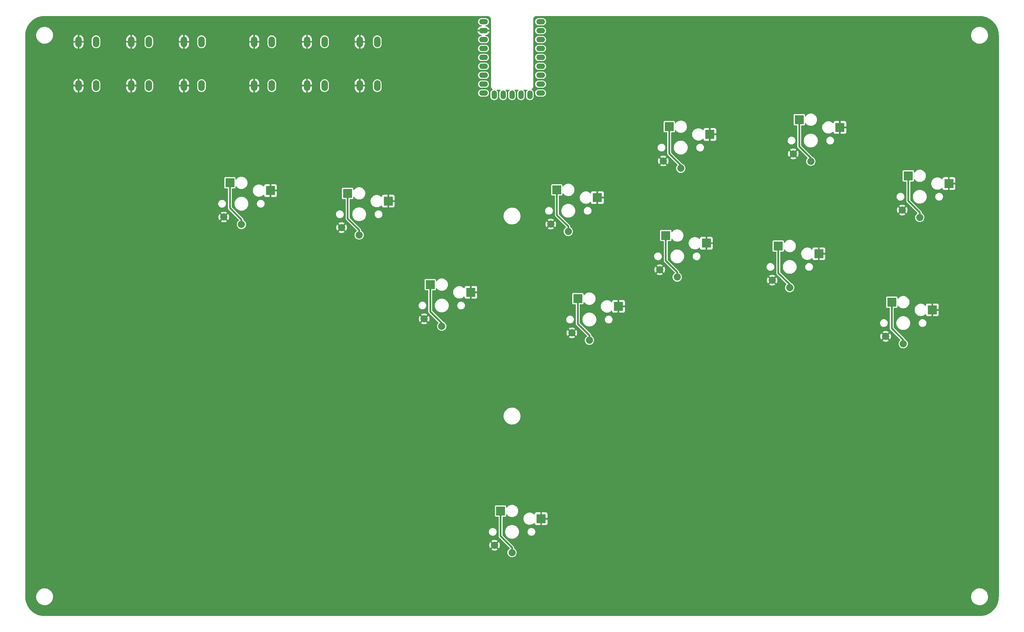
<source format=gbr>
%TF.GenerationSoftware,KiCad,Pcbnew,7.0.1*%
%TF.CreationDate,2024-02-21T21:30:13-07:00*%
%TF.ProjectId,JakesPad,4a616b65-7350-4616-942e-6b696361645f,rev?*%
%TF.SameCoordinates,Original*%
%TF.FileFunction,Copper,L2,Bot*%
%TF.FilePolarity,Positive*%
%FSLAX46Y46*%
G04 Gerber Fmt 4.6, Leading zero omitted, Abs format (unit mm)*
G04 Created by KiCad (PCBNEW 7.0.1) date 2024-02-21 21:30:13*
%MOMM*%
%LPD*%
G01*
G04 APERTURE LIST*
%TA.AperFunction,SMDPad,CuDef*%
%ADD10R,2.600000X2.600000*%
%TD*%
%TA.AperFunction,ComponentPad*%
%ADD11C,2.032000*%
%TD*%
%TA.AperFunction,ComponentPad*%
%ADD12O,1.850000X3.048000*%
%TD*%
%TA.AperFunction,ComponentPad*%
%ADD13O,2.500000X1.500000*%
%TD*%
%TA.AperFunction,ComponentPad*%
%ADD14O,1.500000X2.500000*%
%TD*%
%TA.AperFunction,Conductor*%
%ADD15C,0.500000*%
%TD*%
G04 APERTURE END LIST*
D10*
%TO.P,B2,1*%
%TO.N,Net-(U2-7)*%
X265725000Y-117050000D03*
D11*
X269000000Y-128900000D03*
%TO.P,B2,2*%
%TO.N,GND*%
X264000000Y-126800000D03*
D10*
X277275000Y-119250000D03*
%TD*%
D12*
%TO.P,SW2,1,1*%
%TO.N,GND*%
X113650000Y-74350000D03*
X113650000Y-61850000D03*
%TO.P,SW2,2,2*%
%TO.N,Net-(U2-15)*%
X118650000Y-74350000D03*
X118650000Y-61850000D03*
%TD*%
D10*
%TO.P,B1,1*%
%TO.N,Net-(U2-9)*%
X240725000Y-135050000D03*
D11*
X244000000Y-146900000D03*
%TO.P,B1,2*%
%TO.N,GND*%
X239000000Y-144800000D03*
D10*
X252275000Y-137250000D03*
%TD*%
D12*
%TO.P,SW3,1,1*%
%TO.N,GND*%
X128650000Y-74350000D03*
X128650000Y-61850000D03*
%TO.P,SW3,2,2*%
%TO.N,Net-(U2-26)*%
X133650000Y-74350000D03*
X133650000Y-61850000D03*
%TD*%
D10*
%TO.P,A2,1*%
%TO.N,Net-(U2-6)*%
X266725000Y-86050000D03*
D11*
X270000000Y-97900000D03*
%TO.P,A2,2*%
%TO.N,GND*%
X265000000Y-95800000D03*
D10*
X278275000Y-88250000D03*
%TD*%
%TO.P,B4,1*%
%TO.N,Net-(U2-3)*%
X330025000Y-136050000D03*
D11*
X333300000Y-147900000D03*
%TO.P,B4,2*%
%TO.N,GND*%
X328300000Y-145800000D03*
D10*
X341575000Y-138250000D03*
%TD*%
%TO.P,A1,1*%
%TO.N,Net-(U2-8)*%
X234725000Y-104050000D03*
D11*
X238000000Y-115900000D03*
%TO.P,A1,2*%
%TO.N,GND*%
X233000000Y-113800000D03*
D10*
X246275000Y-106250000D03*
%TD*%
%TO.P,B3,1*%
%TO.N,Net-(U2-5)*%
X297725000Y-120050000D03*
D11*
X301000000Y-131900000D03*
%TO.P,B3,2*%
%TO.N,GND*%
X296000000Y-129800000D03*
D10*
X309275000Y-122250000D03*
%TD*%
D12*
%TO.P,SW1,1,1*%
%TO.N,GND*%
X98650000Y-74350000D03*
X98650000Y-61850000D03*
%TO.P,SW1,2,2*%
%TO.N,Net-(U2-14)*%
X103650000Y-74350000D03*
X103650000Y-61850000D03*
%TD*%
%TO.P,SW4,1,1*%
%TO.N,GND*%
X148650000Y-74350000D03*
X148650000Y-61850000D03*
%TO.P,SW4,2,2*%
%TO.N,Net-(U2-27)*%
X153650000Y-74350000D03*
X153650000Y-61850000D03*
%TD*%
%TO.P,SW6,1,1*%
%TO.N,GND*%
X178650000Y-74350000D03*
X178650000Y-61850000D03*
%TO.P,SW6,2,2*%
%TO.N,Net-(U2-29)*%
X183650000Y-74350000D03*
X183650000Y-61850000D03*
%TD*%
D10*
%TO.P,C4,1*%
%TO.N,Net-(U2-10)*%
X218725000Y-195550000D03*
D11*
X222000000Y-207400000D03*
%TO.P,C4,2*%
%TO.N,GND*%
X217000000Y-205300000D03*
D10*
X230275000Y-197750000D03*
%TD*%
%TO.P,A4,1*%
%TO.N,Net-(U2-2)*%
X334725000Y-100050000D03*
D11*
X338000000Y-111900000D03*
%TO.P,A4,2*%
%TO.N,GND*%
X333000000Y-109800000D03*
D10*
X346275000Y-102250000D03*
%TD*%
D12*
%TO.P,SW5,1,1*%
%TO.N,GND*%
X163650000Y-74350000D03*
X163650000Y-61850000D03*
%TO.P,SW5,2,2*%
%TO.N,Net-(U2-28)*%
X168650000Y-74350000D03*
X168650000Y-61850000D03*
%TD*%
D10*
%TO.P,C3,1*%
%TO.N,Net-(U2-11)*%
X198725000Y-131050000D03*
D11*
X202000000Y-142900000D03*
%TO.P,C3,2*%
%TO.N,GND*%
X197000000Y-140800000D03*
D10*
X210275000Y-133250000D03*
%TD*%
%TO.P,C1,1*%
%TO.N,Net-(U2-13)*%
X141725000Y-102050000D03*
D11*
X145000000Y-113900000D03*
%TO.P,C1,2*%
%TO.N,GND*%
X140000000Y-111800000D03*
D10*
X153275000Y-104250000D03*
%TD*%
%TO.P,C2,1*%
%TO.N,Net-(U2-12)*%
X175225000Y-105050000D03*
D11*
X178500000Y-116900000D03*
%TO.P,C2,2*%
%TO.N,GND*%
X173500000Y-114800000D03*
D10*
X186775000Y-107250000D03*
%TD*%
D13*
%TO.P,U2,1,0*%
%TO.N,unconnected-(U2-0-Pad1)*%
X230120000Y-56140000D03*
%TO.P,U2,2,1*%
%TO.N,unconnected-(U2-1-Pad2)*%
X230120000Y-58680000D03*
%TO.P,U2,3,2*%
%TO.N,Net-(U2-2)*%
X230120000Y-61220000D03*
%TO.P,U2,4,3*%
%TO.N,Net-(U2-3)*%
X230120000Y-63760000D03*
%TO.P,U2,5,4*%
%TO.N,Net-(U2-4)*%
X230120000Y-66300000D03*
%TO.P,U2,6,5*%
%TO.N,Net-(U2-5)*%
X230120000Y-68840000D03*
%TO.P,U2,7,6*%
%TO.N,Net-(U2-6)*%
X230120000Y-71380000D03*
%TO.P,U2,8,7*%
%TO.N,Net-(U2-7)*%
X230120000Y-73920000D03*
%TO.P,U2,9,8*%
%TO.N,Net-(U2-8)*%
X230120000Y-76460000D03*
D14*
%TO.P,U2,10,9*%
%TO.N,Net-(U2-9)*%
X227080000Y-76960000D03*
%TO.P,U2,11,10*%
%TO.N,Net-(U2-10)*%
X224540000Y-76960000D03*
%TO.P,U2,12,11*%
%TO.N,Net-(U2-11)*%
X222000000Y-76960000D03*
%TO.P,U2,13,12*%
%TO.N,Net-(U2-12)*%
X219460000Y-76960000D03*
%TO.P,U2,14,13*%
%TO.N,Net-(U2-13)*%
X216920000Y-76960000D03*
D13*
%TO.P,U2,15,14*%
%TO.N,Net-(U2-14)*%
X213880000Y-76460000D03*
%TO.P,U2,16,15*%
%TO.N,Net-(U2-15)*%
X213880000Y-73920000D03*
%TO.P,U2,17,26*%
%TO.N,Net-(U2-26)*%
X213880000Y-71380000D03*
%TO.P,U2,18,27*%
%TO.N,Net-(U2-27)*%
X213880000Y-68840000D03*
%TO.P,U2,19,28*%
%TO.N,Net-(U2-28)*%
X213880000Y-66300000D03*
%TO.P,U2,20,29*%
%TO.N,Net-(U2-29)*%
X213880000Y-63760000D03*
%TO.P,U2,21,3V3*%
%TO.N,+3.3V*%
X213880000Y-61220000D03*
%TO.P,U2,22,GND*%
%TO.N,GND*%
X213880000Y-58680000D03*
%TO.P,U2,23,5V*%
%TO.N,+5V*%
X213880000Y-56140000D03*
%TD*%
D10*
%TO.P,A3,1*%
%TO.N,Net-(U2-4)*%
X303725000Y-84050000D03*
D11*
X307000000Y-95900000D03*
%TO.P,A3,2*%
%TO.N,GND*%
X302000000Y-93800000D03*
D10*
X315275000Y-86250000D03*
%TD*%
D15*
%TO.N,Net-(U2-2)*%
X334725000Y-100050000D02*
X334725000Y-107225000D01*
X338000000Y-110500000D02*
X338000000Y-111900000D01*
X334725000Y-107225000D02*
X338000000Y-110500000D01*
%TO.N,Net-(U2-8)*%
X234725000Y-104050000D02*
X234725000Y-111225000D01*
X238000000Y-114500000D02*
X238000000Y-115900000D01*
X234725000Y-111225000D02*
X238000000Y-114500000D01*
%TO.N,Net-(U2-6)*%
X270000000Y-97000000D02*
X270000000Y-97900000D01*
X266725000Y-86050000D02*
X266725000Y-93725000D01*
X266725000Y-93725000D02*
X270000000Y-97000000D01*
%TO.N,Net-(U2-4)*%
X307000000Y-95000000D02*
X307000000Y-95900000D01*
X303725000Y-91725000D02*
X307000000Y-95000000D01*
X303725000Y-84050000D02*
X303725000Y-91725000D01*
%TO.N,Net-(U2-9)*%
X244000000Y-145500000D02*
X244000000Y-146900000D01*
X240725000Y-135050000D02*
X240725000Y-142225000D01*
X240725000Y-142225000D02*
X244000000Y-145500000D01*
%TO.N,Net-(U2-7)*%
X269000000Y-127500000D02*
X269000000Y-128900000D01*
X265725000Y-117050000D02*
X265725000Y-124225000D01*
X265725000Y-124225000D02*
X269000000Y-127500000D01*
%TO.N,Net-(U2-5)*%
X297725000Y-120050000D02*
X297725000Y-127725000D01*
X301000000Y-131000000D02*
X301000000Y-131900000D01*
X297725000Y-127725000D02*
X301000000Y-131000000D01*
%TO.N,Net-(U2-3)*%
X330025000Y-136050000D02*
X330025000Y-143525000D01*
X333300000Y-146800000D02*
X333300000Y-147900000D01*
X330025000Y-143525000D02*
X333300000Y-146800000D01*
%TO.N,Net-(U2-13)*%
X145000000Y-112500000D02*
X145000000Y-113900000D01*
X141725000Y-102050000D02*
X141725000Y-109225000D01*
X141725000Y-109225000D02*
X145000000Y-112500000D01*
%TO.N,Net-(U2-12)*%
X178500000Y-115500000D02*
X178500000Y-116900000D01*
X175225000Y-105050000D02*
X175225000Y-112225000D01*
X175225000Y-112225000D02*
X178500000Y-115500000D01*
%TO.N,Net-(U2-11)*%
X198725000Y-131050000D02*
X198725000Y-138725000D01*
X198725000Y-138725000D02*
X202000000Y-142000000D01*
X202000000Y-142000000D02*
X202000000Y-142900000D01*
%TO.N,Net-(U2-10)*%
X218725000Y-202725000D02*
X222000000Y-206000000D01*
X222000000Y-206000000D02*
X222000000Y-207400000D01*
X218725000Y-195550000D02*
X218725000Y-202725000D01*
%TD*%
%TA.AperFunction,Conductor*%
%TO.N,GND*%
G36*
X215005392Y-54500972D02*
G01*
X215017433Y-54502025D01*
X215044880Y-54504426D01*
X215045961Y-54504526D01*
X215171776Y-54516918D01*
X215191685Y-54520541D01*
X215256467Y-54537899D01*
X215260203Y-54538966D01*
X215351570Y-54566682D01*
X215367959Y-54572952D01*
X215433867Y-54603686D01*
X215439867Y-54606685D01*
X215482639Y-54629548D01*
X215519046Y-54649008D01*
X215531715Y-54656791D01*
X215592889Y-54699625D01*
X215600430Y-54705346D01*
X215668455Y-54761172D01*
X215677472Y-54769345D01*
X215730653Y-54822526D01*
X215738826Y-54831543D01*
X215794652Y-54899568D01*
X215800373Y-54907109D01*
X215843207Y-54968283D01*
X215850990Y-54980952D01*
X215893304Y-55060114D01*
X215896328Y-55066163D01*
X215927041Y-55132027D01*
X215933319Y-55148436D01*
X215961008Y-55239713D01*
X215962123Y-55243616D01*
X215979454Y-55308298D01*
X215983082Y-55328238D01*
X215995456Y-55453882D01*
X215995581Y-55455223D01*
X215999028Y-55494604D01*
X215999500Y-55505416D01*
X215999500Y-74587533D01*
X216014668Y-74673561D01*
X216029899Y-74759938D01*
X216079142Y-74895232D01*
X216089776Y-74924447D01*
X216173977Y-75070287D01*
X216177308Y-75076055D01*
X216289837Y-75210163D01*
X216355978Y-75265661D01*
X216432255Y-75329665D01*
X216430991Y-75331171D01*
X216466644Y-75367112D01*
X216482740Y-75430261D01*
X216464592Y-75492852D01*
X216417212Y-75537595D01*
X216333551Y-75582313D01*
X216173589Y-75713589D01*
X216042314Y-75873551D01*
X215944769Y-76056043D01*
X215884699Y-76254067D01*
X215869500Y-76408393D01*
X215869500Y-77511607D01*
X215884699Y-77665932D01*
X215884700Y-77665934D01*
X215944768Y-77863954D01*
X216042315Y-78046450D01*
X216093609Y-78108952D01*
X216173589Y-78206410D01*
X216253570Y-78272047D01*
X216333550Y-78337685D01*
X216516046Y-78435232D01*
X216714066Y-78495300D01*
X216920000Y-78515583D01*
X217125934Y-78495300D01*
X217323954Y-78435232D01*
X217506450Y-78337685D01*
X217666410Y-78206410D01*
X217797685Y-78046450D01*
X217895232Y-77863954D01*
X217955300Y-77665934D01*
X217970500Y-77511608D01*
X217970500Y-76408392D01*
X217955300Y-76254066D01*
X217895232Y-76056046D01*
X217797685Y-75873550D01*
X217703315Y-75758559D01*
X217658662Y-75704148D01*
X217661131Y-75702121D01*
X217638756Y-75671952D01*
X217629914Y-75612346D01*
X217650215Y-75555609D01*
X217694864Y-75515142D01*
X217753317Y-75500500D01*
X218626683Y-75500500D01*
X218685136Y-75515142D01*
X218729785Y-75555609D01*
X218750086Y-75612346D01*
X218741244Y-75671952D01*
X218718868Y-75702121D01*
X218721338Y-75704148D01*
X218582314Y-75873551D01*
X218484769Y-76056043D01*
X218424699Y-76254067D01*
X218409500Y-76408393D01*
X218409500Y-77511607D01*
X218424699Y-77665932D01*
X218424700Y-77665934D01*
X218484768Y-77863954D01*
X218582315Y-78046450D01*
X218633609Y-78108952D01*
X218713589Y-78206410D01*
X218793570Y-78272047D01*
X218873550Y-78337685D01*
X219056046Y-78435232D01*
X219254066Y-78495300D01*
X219460000Y-78515583D01*
X219665934Y-78495300D01*
X219863954Y-78435232D01*
X220046450Y-78337685D01*
X220206410Y-78206410D01*
X220337685Y-78046450D01*
X220435232Y-77863954D01*
X220495300Y-77665934D01*
X220510500Y-77511608D01*
X220510500Y-76408392D01*
X220495300Y-76254066D01*
X220435232Y-76056046D01*
X220337685Y-75873550D01*
X220243315Y-75758559D01*
X220198662Y-75704148D01*
X220201131Y-75702121D01*
X220178756Y-75671952D01*
X220169914Y-75612346D01*
X220190215Y-75555609D01*
X220234864Y-75515142D01*
X220293317Y-75500500D01*
X221166683Y-75500500D01*
X221225136Y-75515142D01*
X221269785Y-75555609D01*
X221290086Y-75612346D01*
X221281244Y-75671952D01*
X221258868Y-75702121D01*
X221261338Y-75704148D01*
X221122314Y-75873551D01*
X221024769Y-76056043D01*
X220964699Y-76254067D01*
X220949500Y-76408393D01*
X220949500Y-77511607D01*
X220964699Y-77665932D01*
X220964700Y-77665934D01*
X221024768Y-77863954D01*
X221122315Y-78046450D01*
X221173609Y-78108952D01*
X221253589Y-78206410D01*
X221333570Y-78272047D01*
X221413550Y-78337685D01*
X221596046Y-78435232D01*
X221794066Y-78495300D01*
X222000000Y-78515583D01*
X222205934Y-78495300D01*
X222403954Y-78435232D01*
X222586450Y-78337685D01*
X222746410Y-78206410D01*
X222877685Y-78046450D01*
X222975232Y-77863954D01*
X223035300Y-77665934D01*
X223050500Y-77511608D01*
X223050500Y-76408392D01*
X223035300Y-76254066D01*
X222975232Y-76056046D01*
X222877685Y-75873550D01*
X222783315Y-75758559D01*
X222738662Y-75704148D01*
X222741131Y-75702121D01*
X222718756Y-75671952D01*
X222709914Y-75612346D01*
X222730215Y-75555609D01*
X222774864Y-75515142D01*
X222833317Y-75500500D01*
X223706683Y-75500500D01*
X223765136Y-75515142D01*
X223809785Y-75555609D01*
X223830086Y-75612346D01*
X223821244Y-75671952D01*
X223798868Y-75702121D01*
X223801338Y-75704148D01*
X223662314Y-75873551D01*
X223564769Y-76056043D01*
X223504699Y-76254067D01*
X223489500Y-76408393D01*
X223489500Y-77511607D01*
X223504699Y-77665932D01*
X223504700Y-77665934D01*
X223564768Y-77863954D01*
X223662315Y-78046450D01*
X223713609Y-78108952D01*
X223793589Y-78206410D01*
X223873570Y-78272047D01*
X223953550Y-78337685D01*
X224136046Y-78435232D01*
X224334066Y-78495300D01*
X224540000Y-78515583D01*
X224745934Y-78495300D01*
X224943954Y-78435232D01*
X225126450Y-78337685D01*
X225286410Y-78206410D01*
X225417685Y-78046450D01*
X225515232Y-77863954D01*
X225575300Y-77665934D01*
X225590500Y-77511608D01*
X225590500Y-76408392D01*
X225575300Y-76254066D01*
X225515232Y-76056046D01*
X225417685Y-75873550D01*
X225323315Y-75758559D01*
X225278662Y-75704148D01*
X225281131Y-75702121D01*
X225258756Y-75671952D01*
X225249914Y-75612346D01*
X225270215Y-75555609D01*
X225314864Y-75515142D01*
X225373317Y-75500500D01*
X226246683Y-75500500D01*
X226305136Y-75515142D01*
X226349785Y-75555609D01*
X226370086Y-75612346D01*
X226361244Y-75671952D01*
X226338868Y-75702121D01*
X226341338Y-75704148D01*
X226202314Y-75873551D01*
X226104769Y-76056043D01*
X226044699Y-76254067D01*
X226029500Y-76408393D01*
X226029500Y-77511607D01*
X226044699Y-77665932D01*
X226044700Y-77665934D01*
X226104768Y-77863954D01*
X226202315Y-78046450D01*
X226253609Y-78108952D01*
X226333589Y-78206410D01*
X226413570Y-78272047D01*
X226493550Y-78337685D01*
X226676046Y-78435232D01*
X226874066Y-78495300D01*
X227080000Y-78515583D01*
X227285934Y-78495300D01*
X227483954Y-78435232D01*
X227666450Y-78337685D01*
X227826410Y-78206410D01*
X227957685Y-78046450D01*
X228055232Y-77863954D01*
X228115300Y-77665934D01*
X228130500Y-77511608D01*
X228130500Y-76460000D01*
X228564417Y-76460000D01*
X228584699Y-76665932D01*
X228584700Y-76665934D01*
X228644768Y-76863954D01*
X228742315Y-77046450D01*
X228793608Y-77108952D01*
X228873589Y-77206410D01*
X228953570Y-77272047D01*
X229033550Y-77337685D01*
X229216046Y-77435232D01*
X229414066Y-77495300D01*
X229568392Y-77510500D01*
X230671607Y-77510500D01*
X230671608Y-77510500D01*
X230825934Y-77495300D01*
X231023954Y-77435232D01*
X231206450Y-77337685D01*
X231366410Y-77206410D01*
X231497685Y-77046450D01*
X231595232Y-76863954D01*
X231655300Y-76665934D01*
X231675583Y-76460000D01*
X231655300Y-76254066D01*
X231595232Y-76056046D01*
X231497685Y-75873550D01*
X231432047Y-75793569D01*
X231366410Y-75713589D01*
X231243043Y-75612346D01*
X231206450Y-75582315D01*
X231023954Y-75484768D01*
X230924944Y-75454734D01*
X230825932Y-75424699D01*
X230688467Y-75411160D01*
X230671608Y-75409500D01*
X229568392Y-75409500D01*
X229553193Y-75410996D01*
X229414067Y-75424699D01*
X229216043Y-75484769D01*
X229033551Y-75582314D01*
X228873589Y-75713589D01*
X228742314Y-75873551D01*
X228644769Y-76056043D01*
X228584699Y-76254067D01*
X228564417Y-76460000D01*
X228130500Y-76460000D01*
X228130500Y-76408392D01*
X228115300Y-76254066D01*
X228055232Y-76056046D01*
X227957685Y-75873550D01*
X227892047Y-75793569D01*
X227826410Y-75713589D01*
X227666450Y-75582315D01*
X227582788Y-75537596D01*
X227535406Y-75492850D01*
X227517258Y-75430257D01*
X227533358Y-75367107D01*
X227569009Y-75331171D01*
X227567745Y-75329665D01*
X227631288Y-75276346D01*
X227710163Y-75210163D01*
X227822692Y-75076055D01*
X227910225Y-74924445D01*
X227970101Y-74759938D01*
X228000500Y-74587532D01*
X228000500Y-74500000D01*
X228000500Y-74499500D01*
X228000500Y-73919999D01*
X228564417Y-73919999D01*
X228584699Y-74125932D01*
X228584700Y-74125934D01*
X228644768Y-74323954D01*
X228742315Y-74506450D01*
X228793608Y-74568952D01*
X228873589Y-74666410D01*
X228953570Y-74732047D01*
X229033550Y-74797685D01*
X229216046Y-74895232D01*
X229414066Y-74955300D01*
X229568392Y-74970500D01*
X230671607Y-74970500D01*
X230671608Y-74970500D01*
X230825934Y-74955300D01*
X231023954Y-74895232D01*
X231206450Y-74797685D01*
X231366410Y-74666410D01*
X231497685Y-74506450D01*
X231595232Y-74323954D01*
X231655300Y-74125934D01*
X231675583Y-73920000D01*
X231655300Y-73714066D01*
X231595232Y-73516046D01*
X231497685Y-73333550D01*
X231402139Y-73217126D01*
X231366410Y-73173589D01*
X231268952Y-73093608D01*
X231206450Y-73042315D01*
X231023954Y-72944768D01*
X230924943Y-72914733D01*
X230825932Y-72884699D01*
X230688467Y-72871160D01*
X230671608Y-72869500D01*
X229568392Y-72869500D01*
X229553193Y-72870996D01*
X229414067Y-72884699D01*
X229216043Y-72944769D01*
X229033551Y-73042314D01*
X228873589Y-73173589D01*
X228742314Y-73333551D01*
X228644769Y-73516043D01*
X228584699Y-73714067D01*
X228564417Y-73919999D01*
X228000500Y-73919999D01*
X228000500Y-71379999D01*
X228564417Y-71379999D01*
X228584699Y-71585932D01*
X228584700Y-71585934D01*
X228644768Y-71783954D01*
X228742315Y-71966450D01*
X228793609Y-72028952D01*
X228873589Y-72126410D01*
X228953570Y-72192047D01*
X229033550Y-72257685D01*
X229216046Y-72355232D01*
X229414066Y-72415300D01*
X229568392Y-72430500D01*
X230671607Y-72430500D01*
X230671608Y-72430500D01*
X230825934Y-72415300D01*
X231023954Y-72355232D01*
X231206450Y-72257685D01*
X231366410Y-72126410D01*
X231497685Y-71966450D01*
X231595232Y-71783954D01*
X231655300Y-71585934D01*
X231675583Y-71380000D01*
X231655300Y-71174066D01*
X231595232Y-70976046D01*
X231497685Y-70793550D01*
X231432047Y-70713569D01*
X231366410Y-70633589D01*
X231268952Y-70553609D01*
X231206450Y-70502315D01*
X231023954Y-70404768D01*
X230924943Y-70374733D01*
X230825932Y-70344699D01*
X230688467Y-70331160D01*
X230671608Y-70329500D01*
X229568392Y-70329500D01*
X229553193Y-70330996D01*
X229414067Y-70344699D01*
X229216043Y-70404769D01*
X229033551Y-70502314D01*
X228873589Y-70633589D01*
X228742314Y-70793551D01*
X228644769Y-70976043D01*
X228584699Y-71174067D01*
X228564417Y-71379999D01*
X228000500Y-71379999D01*
X228000500Y-68840000D01*
X228564417Y-68840000D01*
X228584699Y-69045932D01*
X228584700Y-69045934D01*
X228644768Y-69243954D01*
X228742315Y-69426450D01*
X228793608Y-69488952D01*
X228873589Y-69586410D01*
X228953570Y-69652047D01*
X229033550Y-69717685D01*
X229216046Y-69815232D01*
X229414066Y-69875300D01*
X229568392Y-69890500D01*
X230671607Y-69890500D01*
X230671608Y-69890500D01*
X230825934Y-69875300D01*
X231023954Y-69815232D01*
X231206450Y-69717685D01*
X231366410Y-69586410D01*
X231497685Y-69426450D01*
X231595232Y-69243954D01*
X231655300Y-69045934D01*
X231675583Y-68840000D01*
X231655300Y-68634066D01*
X231595232Y-68436046D01*
X231497685Y-68253550D01*
X231432047Y-68173569D01*
X231366410Y-68093589D01*
X231268952Y-68013608D01*
X231206450Y-67962315D01*
X231023954Y-67864768D01*
X230924944Y-67834734D01*
X230825932Y-67804699D01*
X230688467Y-67791160D01*
X230671608Y-67789500D01*
X229568392Y-67789500D01*
X229553193Y-67790996D01*
X229414067Y-67804699D01*
X229216043Y-67864769D01*
X229033551Y-67962314D01*
X228873589Y-68093589D01*
X228742314Y-68253551D01*
X228644769Y-68436043D01*
X228584699Y-68634067D01*
X228564417Y-68840000D01*
X228000500Y-68840000D01*
X228000500Y-66300000D01*
X228564417Y-66300000D01*
X228584699Y-66505932D01*
X228584700Y-66505934D01*
X228644768Y-66703954D01*
X228742315Y-66886450D01*
X228793609Y-66948952D01*
X228873589Y-67046410D01*
X228953570Y-67112047D01*
X229033550Y-67177685D01*
X229216046Y-67275232D01*
X229414066Y-67335300D01*
X229568392Y-67350500D01*
X230671607Y-67350500D01*
X230671608Y-67350500D01*
X230825934Y-67335300D01*
X231023954Y-67275232D01*
X231206450Y-67177685D01*
X231366410Y-67046410D01*
X231497685Y-66886450D01*
X231595232Y-66703954D01*
X231655300Y-66505934D01*
X231675583Y-66300000D01*
X231655300Y-66094066D01*
X231595232Y-65896046D01*
X231497685Y-65713550D01*
X231432047Y-65633569D01*
X231366410Y-65553589D01*
X231268952Y-65473608D01*
X231206450Y-65422315D01*
X231023954Y-65324768D01*
X230924943Y-65294733D01*
X230825932Y-65264699D01*
X230688467Y-65251160D01*
X230671608Y-65249500D01*
X229568392Y-65249500D01*
X229553193Y-65250996D01*
X229414067Y-65264699D01*
X229216043Y-65324769D01*
X229033551Y-65422314D01*
X228873589Y-65553589D01*
X228742314Y-65713551D01*
X228644769Y-65896043D01*
X228584699Y-66094067D01*
X228564417Y-66300000D01*
X228000500Y-66300000D01*
X228000500Y-63760000D01*
X228564417Y-63760000D01*
X228584699Y-63965932D01*
X228584700Y-63965934D01*
X228644768Y-64163954D01*
X228742315Y-64346450D01*
X228793608Y-64408952D01*
X228873589Y-64506410D01*
X228953569Y-64572047D01*
X229033550Y-64637685D01*
X229216046Y-64735232D01*
X229414066Y-64795300D01*
X229568392Y-64810500D01*
X230671607Y-64810500D01*
X230671608Y-64810500D01*
X230825934Y-64795300D01*
X231023954Y-64735232D01*
X231206450Y-64637685D01*
X231366410Y-64506410D01*
X231497685Y-64346450D01*
X231595232Y-64163954D01*
X231655300Y-63965934D01*
X231675583Y-63760000D01*
X231655300Y-63554066D01*
X231595232Y-63356046D01*
X231497685Y-63173550D01*
X231420992Y-63080099D01*
X231366410Y-63013589D01*
X231259002Y-62925443D01*
X231206450Y-62882315D01*
X231115201Y-62833541D01*
X231023956Y-62784769D01*
X231023955Y-62784768D01*
X231023954Y-62784768D01*
X230924944Y-62754734D01*
X230825932Y-62724699D01*
X230688467Y-62711160D01*
X230671608Y-62709500D01*
X229568392Y-62709500D01*
X229553193Y-62710996D01*
X229414067Y-62724699D01*
X229216043Y-62784769D01*
X229033551Y-62882314D01*
X228873589Y-63013589D01*
X228742314Y-63173551D01*
X228644769Y-63356043D01*
X228584699Y-63554067D01*
X228564417Y-63760000D01*
X228000500Y-63760000D01*
X228000500Y-61219999D01*
X228564417Y-61219999D01*
X228584699Y-61425932D01*
X228584700Y-61425934D01*
X228644768Y-61623954D01*
X228742315Y-61806450D01*
X228793609Y-61868952D01*
X228873589Y-61966410D01*
X228933978Y-62015969D01*
X229033550Y-62097685D01*
X229216046Y-62195232D01*
X229414066Y-62255300D01*
X229568392Y-62270500D01*
X230671607Y-62270500D01*
X230671608Y-62270500D01*
X230825934Y-62255300D01*
X231023954Y-62195232D01*
X231206450Y-62097685D01*
X231366410Y-61966410D01*
X231497685Y-61806450D01*
X231595232Y-61623954D01*
X231655300Y-61425934D01*
X231675583Y-61220000D01*
X231655300Y-61014066D01*
X231595232Y-60816046D01*
X231497685Y-60633550D01*
X231417022Y-60535261D01*
X231366410Y-60473589D01*
X231268952Y-60393608D01*
X231206450Y-60342315D01*
X231023954Y-60244768D01*
X230924943Y-60214733D01*
X230825932Y-60184699D01*
X230688467Y-60171160D01*
X230671608Y-60169500D01*
X229568392Y-60169500D01*
X229553193Y-60170996D01*
X229414067Y-60184699D01*
X229216043Y-60244769D01*
X229033551Y-60342314D01*
X228873589Y-60473589D01*
X228742314Y-60633551D01*
X228644769Y-60816043D01*
X228584699Y-61014067D01*
X228564417Y-61219999D01*
X228000500Y-61219999D01*
X228000500Y-59922903D01*
X352595794Y-59922903D01*
X352605672Y-60230972D01*
X352654867Y-60535261D01*
X352742570Y-60830760D01*
X352867334Y-61112604D01*
X352867336Y-61112608D01*
X352867337Y-61112609D01*
X353027123Y-61376193D01*
X353219304Y-61617181D01*
X353440724Y-61831614D01*
X353687747Y-62015972D01*
X353956318Y-62167228D01*
X354242025Y-62282899D01*
X354540179Y-62361084D01*
X354845883Y-62400500D01*
X355076974Y-62400500D01*
X355076978Y-62400500D01*
X355126639Y-62397311D01*
X355307601Y-62385693D01*
X355610151Y-62326772D01*
X355902683Y-62229644D01*
X356180393Y-62095907D01*
X356438720Y-61927754D01*
X356673424Y-61727948D01*
X356803298Y-61584941D01*
X356880646Y-61499774D01*
X356880647Y-61499771D01*
X356880650Y-61499769D01*
X357056996Y-61246963D01*
X357199567Y-60973683D01*
X357217978Y-60923654D01*
X357306020Y-60684416D01*
X357374609Y-60383907D01*
X357404206Y-60077098D01*
X357394327Y-59769022D01*
X357345133Y-59464739D01*
X357257431Y-59169244D01*
X357214025Y-59071188D01*
X357132665Y-58887395D01*
X357132663Y-58887391D01*
X356972877Y-58623807D01*
X356780696Y-58382819D01*
X356559276Y-58168386D01*
X356447909Y-58085271D01*
X356312256Y-57984030D01*
X356312254Y-57984029D01*
X356312253Y-57984028D01*
X356043682Y-57832772D01*
X355757975Y-57717101D01*
X355481878Y-57644700D01*
X355459818Y-57638915D01*
X355178160Y-57602600D01*
X355154117Y-57599500D01*
X354923026Y-57599500D01*
X354923022Y-57599500D01*
X354692397Y-57614307D01*
X354389854Y-57673226D01*
X354294856Y-57704768D01*
X354097317Y-57770356D01*
X354097314Y-57770357D01*
X354097312Y-57770358D01*
X353819612Y-57904089D01*
X353561274Y-58072249D01*
X353326575Y-58272052D01*
X353119353Y-58500225D01*
X352943002Y-58753039D01*
X352800432Y-59026316D01*
X352693979Y-59315583D01*
X352625390Y-59616092D01*
X352595794Y-59922903D01*
X228000500Y-59922903D01*
X228000500Y-58679999D01*
X228564417Y-58679999D01*
X228584699Y-58885932D01*
X228614733Y-58984943D01*
X228644768Y-59083954D01*
X228742315Y-59266450D01*
X228775718Y-59307152D01*
X228873589Y-59426410D01*
X228920293Y-59464738D01*
X229033550Y-59557685D01*
X229216046Y-59655232D01*
X229414066Y-59715300D01*
X229568392Y-59730500D01*
X230671607Y-59730500D01*
X230671608Y-59730500D01*
X230825934Y-59715300D01*
X231023954Y-59655232D01*
X231206450Y-59557685D01*
X231366410Y-59426410D01*
X231497685Y-59266450D01*
X231595232Y-59083954D01*
X231655300Y-58885934D01*
X231675583Y-58680000D01*
X231655300Y-58474066D01*
X231595232Y-58276046D01*
X231497685Y-58093550D01*
X231432047Y-58013570D01*
X231366410Y-57933589D01*
X231243562Y-57832772D01*
X231206450Y-57802315D01*
X231023954Y-57704768D01*
X230919973Y-57673226D01*
X230825932Y-57644699D01*
X230688467Y-57631160D01*
X230671608Y-57629500D01*
X229568392Y-57629500D01*
X229553193Y-57630996D01*
X229414067Y-57644699D01*
X229216043Y-57704769D01*
X229033551Y-57802314D01*
X228873589Y-57933589D01*
X228742314Y-58093551D01*
X228644769Y-58276043D01*
X228584699Y-58474067D01*
X228564417Y-58679999D01*
X228000500Y-58679999D01*
X228000500Y-56140000D01*
X228564417Y-56140000D01*
X228584699Y-56345932D01*
X228591832Y-56369446D01*
X228644768Y-56543954D01*
X228742315Y-56726450D01*
X228747434Y-56732687D01*
X228873589Y-56886410D01*
X228916953Y-56921997D01*
X229033550Y-57017685D01*
X229216046Y-57115232D01*
X229414066Y-57175300D01*
X229568392Y-57190500D01*
X230671607Y-57190500D01*
X230671608Y-57190500D01*
X230825934Y-57175300D01*
X231023954Y-57115232D01*
X231206450Y-57017685D01*
X231366410Y-56886410D01*
X231497685Y-56726450D01*
X231595232Y-56543954D01*
X231655300Y-56345934D01*
X231675583Y-56140000D01*
X231655300Y-55934066D01*
X231595232Y-55736046D01*
X231497685Y-55553550D01*
X231381903Y-55412468D01*
X231366410Y-55393589D01*
X231262481Y-55308298D01*
X231206450Y-55262315D01*
X231023954Y-55164768D01*
X230916020Y-55132027D01*
X230825932Y-55104699D01*
X230688467Y-55091160D01*
X230671608Y-55089500D01*
X229568392Y-55089500D01*
X229553192Y-55090996D01*
X229414067Y-55104699D01*
X229269942Y-55148419D01*
X229220774Y-55163334D01*
X229216043Y-55164769D01*
X229033551Y-55262314D01*
X228873589Y-55393589D01*
X228742314Y-55553551D01*
X228644769Y-55736043D01*
X228584699Y-55934067D01*
X228564417Y-56140000D01*
X228000500Y-56140000D01*
X228000500Y-55505412D01*
X228000972Y-55494605D01*
X228004415Y-55455250D01*
X228004540Y-55453904D01*
X228005677Y-55442363D01*
X228016918Y-55328221D01*
X228020540Y-55308318D01*
X228037908Y-55243498D01*
X228038956Y-55239828D01*
X228066685Y-55148419D01*
X228072948Y-55132049D01*
X228103700Y-55066102D01*
X228106670Y-55060161D01*
X228149012Y-54980944D01*
X228156786Y-54968289D01*
X228199639Y-54907089D01*
X228205330Y-54899587D01*
X228261191Y-54831521D01*
X228269325Y-54822547D01*
X228322547Y-54769325D01*
X228331521Y-54761191D01*
X228399587Y-54705330D01*
X228407089Y-54699639D01*
X228468289Y-54656786D01*
X228480944Y-54649012D01*
X228560161Y-54606670D01*
X228566102Y-54603700D01*
X228632049Y-54572948D01*
X228648419Y-54566685D01*
X228739828Y-54538956D01*
X228743498Y-54537908D01*
X228808318Y-54520540D01*
X228828221Y-54516918D01*
X228953927Y-54504537D01*
X228955204Y-54504419D01*
X228994605Y-54500971D01*
X229005412Y-54500500D01*
X354997439Y-54500500D01*
X355002562Y-54500605D01*
X355217809Y-54509508D01*
X355455902Y-54519904D01*
X355465786Y-54520735D01*
X355693046Y-54549062D01*
X355693421Y-54549111D01*
X355919576Y-54578884D01*
X355928784Y-54580453D01*
X356154855Y-54627855D01*
X356155852Y-54628070D01*
X356376522Y-54676992D01*
X356385063Y-54679207D01*
X356607108Y-54745313D01*
X356608810Y-54745834D01*
X356823495Y-54813524D01*
X356831245Y-54816255D01*
X357047529Y-54900650D01*
X357049719Y-54901531D01*
X357257211Y-54987476D01*
X357264157Y-54990609D01*
X357473062Y-55092736D01*
X357475611Y-55094022D01*
X357674560Y-55197588D01*
X357680767Y-55201050D01*
X357783582Y-55262314D01*
X357880550Y-55320094D01*
X357883644Y-55322001D01*
X357996015Y-55393589D01*
X358072574Y-55442363D01*
X358078001Y-55446026D01*
X358267311Y-55581190D01*
X358270744Y-55583731D01*
X358448390Y-55720043D01*
X358453024Y-55723780D01*
X358541915Y-55799067D01*
X358630552Y-55874139D01*
X358634184Y-55877338D01*
X358799255Y-56028597D01*
X358803163Y-56032339D01*
X358967659Y-56196835D01*
X358971401Y-56200743D01*
X359122660Y-56365814D01*
X359125859Y-56369446D01*
X359187302Y-56441991D01*
X359276211Y-56546965D01*
X359279955Y-56551608D01*
X359416267Y-56729254D01*
X359418808Y-56732687D01*
X359553972Y-56921997D01*
X359557635Y-56927424D01*
X359677970Y-57116310D01*
X359679913Y-57119463D01*
X359798948Y-57319231D01*
X359802414Y-57325446D01*
X359837253Y-57392371D01*
X359905945Y-57524326D01*
X359907294Y-57527001D01*
X359962006Y-57638915D01*
X360009376Y-57735812D01*
X360012536Y-57742819D01*
X360098430Y-57950186D01*
X360099386Y-57952564D01*
X360183736Y-58168735D01*
X360186480Y-58176522D01*
X360254134Y-58391092D01*
X360254718Y-58392999D01*
X360320790Y-58614934D01*
X360323006Y-58623476D01*
X360371888Y-58843963D01*
X360372188Y-58845355D01*
X360419540Y-59071188D01*
X360421118Y-59080450D01*
X360450852Y-59306305D01*
X360450961Y-59307152D01*
X360479261Y-59534189D01*
X360480095Y-59544118D01*
X360490505Y-59782545D01*
X360490517Y-59782829D01*
X360499394Y-59997437D01*
X360499500Y-60002562D01*
X360499500Y-219997438D01*
X360499394Y-220002563D01*
X360490517Y-220217170D01*
X360490505Y-220217454D01*
X360480095Y-220455880D01*
X360479261Y-220465809D01*
X360450961Y-220692846D01*
X360450852Y-220693693D01*
X360421118Y-220919548D01*
X360419540Y-220928810D01*
X360372188Y-221154643D01*
X360371888Y-221156035D01*
X360323006Y-221376522D01*
X360320790Y-221385064D01*
X360254718Y-221606999D01*
X360254134Y-221608906D01*
X360186480Y-221823476D01*
X360183736Y-221831263D01*
X360099386Y-222047434D01*
X360098430Y-222049812D01*
X360012536Y-222257179D01*
X360009376Y-222264186D01*
X359907317Y-222472953D01*
X359905905Y-222475751D01*
X359802414Y-222674552D01*
X359798948Y-222680767D01*
X359679913Y-222880535D01*
X359677970Y-222883688D01*
X359557635Y-223072574D01*
X359553972Y-223078001D01*
X359418808Y-223267311D01*
X359416267Y-223270744D01*
X359279955Y-223448390D01*
X359276201Y-223453045D01*
X359125859Y-223630552D01*
X359122660Y-223634184D01*
X358971401Y-223799255D01*
X358967659Y-223803163D01*
X358803163Y-223967659D01*
X358799255Y-223971401D01*
X358634184Y-224122660D01*
X358630552Y-224125859D01*
X358453045Y-224276201D01*
X358448390Y-224279955D01*
X358270744Y-224416267D01*
X358267311Y-224418808D01*
X358078001Y-224553972D01*
X358072574Y-224557635D01*
X357883688Y-224677970D01*
X357880535Y-224679913D01*
X357680767Y-224798948D01*
X357674552Y-224802414D01*
X357475751Y-224905905D01*
X357472953Y-224907317D01*
X357264186Y-225009376D01*
X357257179Y-225012536D01*
X357049812Y-225098430D01*
X357047434Y-225099386D01*
X356831263Y-225183736D01*
X356823476Y-225186480D01*
X356608906Y-225254134D01*
X356606999Y-225254718D01*
X356385064Y-225320790D01*
X356376522Y-225323006D01*
X356156035Y-225371888D01*
X356154643Y-225372188D01*
X355928810Y-225419540D01*
X355919548Y-225421118D01*
X355693693Y-225450852D01*
X355692846Y-225450961D01*
X355465809Y-225479261D01*
X355455880Y-225480095D01*
X355217564Y-225490500D01*
X355217280Y-225490512D01*
X355002563Y-225499394D01*
X354997438Y-225499500D01*
X89002562Y-225499500D01*
X88997437Y-225499394D01*
X88782718Y-225490512D01*
X88782434Y-225490500D01*
X88544118Y-225480095D01*
X88534189Y-225479261D01*
X88307152Y-225450961D01*
X88306305Y-225450852D01*
X88080450Y-225421118D01*
X88071188Y-225419540D01*
X87845355Y-225372188D01*
X87843963Y-225371888D01*
X87623476Y-225323006D01*
X87614934Y-225320790D01*
X87392999Y-225254718D01*
X87391092Y-225254134D01*
X87176522Y-225186480D01*
X87168735Y-225183736D01*
X86952564Y-225099386D01*
X86950186Y-225098430D01*
X86742819Y-225012536D01*
X86735812Y-225009376D01*
X86527001Y-224907294D01*
X86524326Y-224905945D01*
X86392371Y-224837253D01*
X86325446Y-224802414D01*
X86319231Y-224798948D01*
X86119463Y-224679913D01*
X86116310Y-224677970D01*
X85927424Y-224557635D01*
X85921997Y-224553972D01*
X85732687Y-224418808D01*
X85729254Y-224416267D01*
X85551608Y-224279955D01*
X85546965Y-224276211D01*
X85458085Y-224200933D01*
X85369446Y-224125859D01*
X85365814Y-224122660D01*
X85200743Y-223971401D01*
X85196835Y-223967659D01*
X85032339Y-223803163D01*
X85028597Y-223799255D01*
X84877338Y-223634184D01*
X84874139Y-223630552D01*
X84807792Y-223552217D01*
X84723780Y-223453024D01*
X84720043Y-223448390D01*
X84583731Y-223270744D01*
X84581190Y-223267311D01*
X84446026Y-223078001D01*
X84442363Y-223072574D01*
X84432837Y-223057621D01*
X84322001Y-222883644D01*
X84320085Y-222880535D01*
X84201050Y-222680767D01*
X84197584Y-222674552D01*
X84094022Y-222475611D01*
X84092736Y-222473062D01*
X83990609Y-222264157D01*
X83987476Y-222257211D01*
X83901531Y-222049719D01*
X83900650Y-222047529D01*
X83816255Y-221831245D01*
X83813524Y-221823495D01*
X83745834Y-221608810D01*
X83745313Y-221607108D01*
X83679207Y-221385063D01*
X83676992Y-221376522D01*
X83676919Y-221376194D01*
X83628070Y-221155852D01*
X83627855Y-221154855D01*
X83580453Y-220928784D01*
X83578884Y-220919576D01*
X83549111Y-220693421D01*
X83549062Y-220693046D01*
X83520735Y-220465786D01*
X83519904Y-220455902D01*
X83509482Y-220217169D01*
X83500606Y-220002563D01*
X83500500Y-219997439D01*
X83500500Y-219922903D01*
X86595794Y-219922903D01*
X86605672Y-220230972D01*
X86654867Y-220535261D01*
X86742570Y-220830760D01*
X86867334Y-221112604D01*
X86867336Y-221112608D01*
X86867337Y-221112609D01*
X87027123Y-221376193D01*
X87219304Y-221617181D01*
X87440724Y-221831614D01*
X87687747Y-222015972D01*
X87956318Y-222167228D01*
X88242025Y-222282899D01*
X88540179Y-222361084D01*
X88845883Y-222400500D01*
X89076974Y-222400500D01*
X89076978Y-222400500D01*
X89126639Y-222397311D01*
X89307601Y-222385693D01*
X89610151Y-222326772D01*
X89902683Y-222229644D01*
X90180393Y-222095907D01*
X90438720Y-221927754D01*
X90673424Y-221727948D01*
X90816111Y-221570834D01*
X90880646Y-221499774D01*
X90880647Y-221499771D01*
X90880650Y-221499769D01*
X91056996Y-221246963D01*
X91199567Y-220973683D01*
X91302706Y-220693421D01*
X91306020Y-220684416D01*
X91340314Y-220534161D01*
X91374609Y-220383908D01*
X91404206Y-220077098D01*
X91399261Y-219922903D01*
X352595794Y-219922903D01*
X352605672Y-220230972D01*
X352654867Y-220535261D01*
X352742570Y-220830760D01*
X352867334Y-221112604D01*
X352867336Y-221112608D01*
X352867337Y-221112609D01*
X353027123Y-221376193D01*
X353219304Y-221617181D01*
X353440724Y-221831614D01*
X353687747Y-222015972D01*
X353956318Y-222167228D01*
X354242025Y-222282899D01*
X354540179Y-222361084D01*
X354845883Y-222400500D01*
X355076974Y-222400500D01*
X355076978Y-222400500D01*
X355126639Y-222397311D01*
X355307601Y-222385693D01*
X355610151Y-222326772D01*
X355902683Y-222229644D01*
X356180393Y-222095907D01*
X356438720Y-221927754D01*
X356673424Y-221727948D01*
X356816111Y-221570834D01*
X356880646Y-221499774D01*
X356880647Y-221499771D01*
X356880650Y-221499769D01*
X357056996Y-221246963D01*
X357199567Y-220973683D01*
X357302706Y-220693421D01*
X357306020Y-220684416D01*
X357340314Y-220534161D01*
X357374609Y-220383908D01*
X357404206Y-220077098D01*
X357394327Y-219769022D01*
X357345133Y-219464739D01*
X357257431Y-219169244D01*
X357257429Y-219169239D01*
X357132665Y-218887395D01*
X357051218Y-218753039D01*
X356972877Y-218623807D01*
X356780696Y-218382819D01*
X356559276Y-218168386D01*
X356312253Y-217984028D01*
X356043682Y-217832772D01*
X355757975Y-217717101D01*
X355523417Y-217655592D01*
X355459818Y-217638915D01*
X355207227Y-217606347D01*
X355154117Y-217599500D01*
X354923026Y-217599500D01*
X354923022Y-217599500D01*
X354692397Y-217614307D01*
X354389854Y-217673226D01*
X354257711Y-217717101D01*
X354097317Y-217770356D01*
X354097314Y-217770357D01*
X354097312Y-217770358D01*
X353819612Y-217904089D01*
X353561274Y-218072249D01*
X353326575Y-218272052D01*
X353119353Y-218500225D01*
X352943002Y-218753039D01*
X352800432Y-219026316D01*
X352693979Y-219315583D01*
X352625390Y-219616092D01*
X352595794Y-219922903D01*
X91399261Y-219922903D01*
X91394327Y-219769022D01*
X91345133Y-219464739D01*
X91257431Y-219169244D01*
X91257429Y-219169239D01*
X91132665Y-218887395D01*
X91051218Y-218753039D01*
X90972877Y-218623807D01*
X90780696Y-218382819D01*
X90559276Y-218168386D01*
X90312253Y-217984028D01*
X90043682Y-217832772D01*
X89757975Y-217717101D01*
X89523417Y-217655592D01*
X89459818Y-217638915D01*
X89207227Y-217606347D01*
X89154117Y-217599500D01*
X88923026Y-217599500D01*
X88923022Y-217599500D01*
X88692397Y-217614307D01*
X88389854Y-217673226D01*
X88257711Y-217717101D01*
X88097317Y-217770356D01*
X88097314Y-217770357D01*
X88097312Y-217770358D01*
X87819612Y-217904089D01*
X87561274Y-218072249D01*
X87326575Y-218272052D01*
X87119353Y-218500225D01*
X86943002Y-218753039D01*
X86800432Y-219026316D01*
X86693979Y-219315583D01*
X86625390Y-219616092D01*
X86595794Y-219922903D01*
X83500500Y-219922903D01*
X83500500Y-206536769D01*
X216116782Y-206536769D01*
X216309620Y-206654941D01*
X216530081Y-206746260D01*
X216762110Y-206801965D01*
X217000000Y-206820687D01*
X217237889Y-206801965D01*
X217469918Y-206746260D01*
X217690379Y-206654942D01*
X217883215Y-206536770D01*
X217883216Y-206536769D01*
X217000001Y-205653553D01*
X217000000Y-205653553D01*
X216116782Y-206536769D01*
X83500500Y-206536769D01*
X83500500Y-205300000D01*
X215479312Y-205300000D01*
X215498034Y-205537889D01*
X215553739Y-205769918D01*
X215645058Y-205990379D01*
X215763229Y-206183216D01*
X216646446Y-205300001D01*
X217353553Y-205300001D01*
X218236769Y-206183216D01*
X218236770Y-206183215D01*
X218354942Y-205990379D01*
X218446260Y-205769918D01*
X218501965Y-205537889D01*
X218520687Y-205300000D01*
X218501965Y-205062110D01*
X218446260Y-204830081D01*
X218354941Y-204609620D01*
X218236769Y-204416782D01*
X217353553Y-205300000D01*
X217353553Y-205300001D01*
X216646446Y-205300001D01*
X216646446Y-205299999D01*
X215763229Y-204416782D01*
X215645055Y-204609622D01*
X215553740Y-204830078D01*
X215498034Y-205062110D01*
X215479312Y-205300000D01*
X83500500Y-205300000D01*
X83500500Y-204063229D01*
X216116782Y-204063229D01*
X217000000Y-204946446D01*
X217000001Y-204946446D01*
X217883216Y-204063229D01*
X217690379Y-203945058D01*
X217469918Y-203853739D01*
X217237889Y-203798034D01*
X217000000Y-203779312D01*
X216762110Y-203798034D01*
X216530078Y-203853740D01*
X216309622Y-203945055D01*
X216116782Y-204063229D01*
X83500500Y-204063229D01*
X83500500Y-201447352D01*
X215394843Y-201447352D01*
X215404852Y-201657460D01*
X215454442Y-201861870D01*
X215541822Y-202053208D01*
X215650762Y-202206191D01*
X215663831Y-202224544D01*
X215816063Y-202369697D01*
X215816065Y-202369698D01*
X215816066Y-202369699D01*
X215993009Y-202483414D01*
X215993014Y-202483416D01*
X216188288Y-202561593D01*
X216317084Y-202586416D01*
X216394828Y-202601400D01*
X216394829Y-202601400D01*
X216552463Y-202601400D01*
X216552468Y-202601400D01*
X216709389Y-202586416D01*
X216911211Y-202527156D01*
X217098170Y-202430771D01*
X217263510Y-202300747D01*
X217401255Y-202141781D01*
X217506426Y-201959619D01*
X217575222Y-201760846D01*
X217605157Y-201552645D01*
X217595148Y-201342541D01*
X217545558Y-201138129D01*
X217458179Y-200946795D01*
X217458178Y-200946794D01*
X217458177Y-200946791D01*
X217336170Y-200775458D01*
X217336169Y-200775456D01*
X217183937Y-200630303D01*
X217183934Y-200630301D01*
X217183933Y-200630300D01*
X217006990Y-200516585D01*
X216860634Y-200457992D01*
X216811712Y-200438407D01*
X216811711Y-200438406D01*
X216811709Y-200438406D01*
X216605172Y-200398600D01*
X216605171Y-200398600D01*
X216447532Y-200398600D01*
X216360353Y-200406924D01*
X216290607Y-200413584D01*
X216088786Y-200472844D01*
X215901832Y-200569227D01*
X215736491Y-200699252D01*
X215598743Y-200858220D01*
X215493574Y-201040379D01*
X215424777Y-201239154D01*
X215394843Y-201447352D01*
X83500500Y-201447352D01*
X83500500Y-196894867D01*
X217124500Y-196894867D01*
X217127414Y-196919988D01*
X217172795Y-197022767D01*
X217252232Y-197102204D01*
X217252233Y-197102204D01*
X217252235Y-197102206D01*
X217355009Y-197147585D01*
X217380135Y-197150500D01*
X218050500Y-197150500D01*
X218112500Y-197167113D01*
X218157887Y-197212500D01*
X218174500Y-197274500D01*
X218174500Y-202713478D01*
X218174428Y-202717711D01*
X218172237Y-202781826D01*
X218181963Y-202821733D01*
X218184334Y-202834207D01*
X218189930Y-202874922D01*
X218197079Y-202891380D01*
X218203819Y-202911421D01*
X218208067Y-202928853D01*
X218228206Y-202964672D01*
X218233852Y-202976039D01*
X218250220Y-203013720D01*
X218258009Y-203023294D01*
X218261542Y-203027637D01*
X218273437Y-203045116D01*
X218282232Y-203060757D01*
X218311285Y-203089810D01*
X218319793Y-203099237D01*
X218345721Y-203131107D01*
X218360378Y-203141453D01*
X218376552Y-203155077D01*
X221315768Y-206094292D01*
X221344609Y-206139562D01*
X221351615Y-206192780D01*
X221335474Y-206243973D01*
X221299211Y-206283548D01*
X221150534Y-206387653D01*
X220987653Y-206550534D01*
X220987650Y-206550537D01*
X220987650Y-206550538D01*
X220914546Y-206654942D01*
X220855521Y-206739238D01*
X220758169Y-206948009D01*
X220698547Y-207170521D01*
X220678470Y-207399999D01*
X220698547Y-207629478D01*
X220698548Y-207629481D01*
X220758169Y-207851990D01*
X220855522Y-208060765D01*
X220987650Y-208249462D01*
X221150538Y-208412350D01*
X221339235Y-208544478D01*
X221548010Y-208641831D01*
X221770519Y-208701452D01*
X222000000Y-208721529D01*
X222229481Y-208701452D01*
X222451990Y-208641831D01*
X222660765Y-208544478D01*
X222849462Y-208412350D01*
X223012350Y-208249462D01*
X223144478Y-208060765D01*
X223241831Y-207851990D01*
X223301452Y-207629481D01*
X223321529Y-207400000D01*
X223301452Y-207170519D01*
X223241831Y-206948010D01*
X223144478Y-206739236D01*
X223012350Y-206550538D01*
X222849462Y-206387650D01*
X222660765Y-206255522D01*
X222622095Y-206237490D01*
X222569919Y-206191733D01*
X222550500Y-206125108D01*
X222550500Y-206011522D01*
X222550572Y-206007289D01*
X222552762Y-205943174D01*
X222543035Y-205903262D01*
X222540665Y-205890794D01*
X222535070Y-205850080D01*
X222527920Y-205833620D01*
X222521180Y-205813578D01*
X222516933Y-205796148D01*
X222502185Y-205769918D01*
X222496796Y-205760333D01*
X222491148Y-205748963D01*
X222474780Y-205711280D01*
X222463458Y-205697364D01*
X222451554Y-205679874D01*
X222442764Y-205664239D01*
X222413718Y-205635194D01*
X222405209Y-205625766D01*
X222379277Y-205593891D01*
X222364612Y-205583539D01*
X222348441Y-205569917D01*
X219311819Y-202533294D01*
X219284939Y-202493066D01*
X219275500Y-202445613D01*
X219275500Y-201500000D01*
X220029980Y-201500000D01*
X220050033Y-201780363D01*
X220109780Y-202055016D01*
X220208007Y-202318375D01*
X220342713Y-202565071D01*
X220358691Y-202586415D01*
X220511159Y-202790088D01*
X220709912Y-202988841D01*
X220844791Y-203089810D01*
X220934928Y-203157286D01*
X221181624Y-203291992D01*
X221313303Y-203341105D01*
X221444982Y-203390219D01*
X221719637Y-203449967D01*
X221914791Y-203463924D01*
X221929824Y-203465000D01*
X221929825Y-203465000D01*
X222070175Y-203465000D01*
X222070176Y-203465000D01*
X222084205Y-203463996D01*
X222280363Y-203449967D01*
X222555018Y-203390219D01*
X222818375Y-203291992D01*
X223065073Y-203157285D01*
X223290088Y-202988841D01*
X223488841Y-202790088D01*
X223657285Y-202565073D01*
X223791992Y-202318375D01*
X223890219Y-202055018D01*
X223949967Y-201780363D01*
X223970019Y-201500000D01*
X223966254Y-201447352D01*
X226394843Y-201447352D01*
X226404852Y-201657460D01*
X226454442Y-201861870D01*
X226541822Y-202053208D01*
X226650762Y-202206191D01*
X226663831Y-202224544D01*
X226816063Y-202369697D01*
X226816065Y-202369698D01*
X226816066Y-202369699D01*
X226993009Y-202483414D01*
X226993014Y-202483416D01*
X227188288Y-202561593D01*
X227317084Y-202586416D01*
X227394828Y-202601400D01*
X227394829Y-202601400D01*
X227552463Y-202601400D01*
X227552468Y-202601400D01*
X227709389Y-202586416D01*
X227911211Y-202527156D01*
X228098170Y-202430771D01*
X228263510Y-202300747D01*
X228401255Y-202141781D01*
X228506426Y-201959619D01*
X228575222Y-201760846D01*
X228605157Y-201552645D01*
X228595148Y-201342541D01*
X228545558Y-201138129D01*
X228458179Y-200946795D01*
X228458178Y-200946794D01*
X228458177Y-200946791D01*
X228336170Y-200775458D01*
X228336169Y-200775456D01*
X228183937Y-200630303D01*
X228183934Y-200630301D01*
X228183933Y-200630300D01*
X228006990Y-200516585D01*
X227860634Y-200457992D01*
X227811712Y-200438407D01*
X227811711Y-200438406D01*
X227811709Y-200438406D01*
X227605172Y-200398600D01*
X227605171Y-200398600D01*
X227447532Y-200398600D01*
X227360353Y-200406924D01*
X227290607Y-200413584D01*
X227088786Y-200472844D01*
X226901832Y-200569227D01*
X226736491Y-200699252D01*
X226598743Y-200858220D01*
X226493574Y-201040379D01*
X226424777Y-201239154D01*
X226394843Y-201447352D01*
X223966254Y-201447352D01*
X223949967Y-201219637D01*
X223890219Y-200944982D01*
X223791992Y-200681625D01*
X223791992Y-200681624D01*
X223657286Y-200434928D01*
X223615173Y-200378673D01*
X223488841Y-200209912D01*
X223290088Y-200011159D01*
X223177580Y-199926937D01*
X223065071Y-199842713D01*
X222818375Y-199708007D01*
X222555016Y-199609780D01*
X222280363Y-199550033D01*
X222070176Y-199535000D01*
X222070175Y-199535000D01*
X221929825Y-199535000D01*
X221929824Y-199535000D01*
X221719636Y-199550033D01*
X221444983Y-199609780D01*
X221181624Y-199708007D01*
X220934928Y-199842713D01*
X220709909Y-200011161D01*
X220511161Y-200209909D01*
X220342713Y-200434928D01*
X220208007Y-200681624D01*
X220109780Y-200944983D01*
X220050033Y-201219636D01*
X220029980Y-201500000D01*
X219275500Y-201500000D01*
X219275500Y-197881182D01*
X225249500Y-197881182D01*
X225288604Y-198140615D01*
X225365937Y-198391323D01*
X225479772Y-198627704D01*
X225615766Y-198827170D01*
X225627571Y-198844485D01*
X225806015Y-199036801D01*
X225806019Y-199036805D01*
X226011143Y-199200386D01*
X226238357Y-199331568D01*
X226482584Y-199427420D01*
X226738370Y-199485802D01*
X226794408Y-199490001D01*
X226934501Y-199500500D01*
X226934506Y-199500500D01*
X227065494Y-199500500D01*
X227065499Y-199500500D01*
X227188078Y-199491313D01*
X227261630Y-199485802D01*
X227517416Y-199427420D01*
X227761643Y-199331568D01*
X227988857Y-199200386D01*
X228193981Y-199036805D01*
X228260101Y-198965543D01*
X228309171Y-198933153D01*
X228367645Y-198927007D01*
X228422376Y-198948488D01*
X228461061Y-198992765D01*
X228475000Y-199049885D01*
X228475000Y-199097824D01*
X228481402Y-199157375D01*
X228531647Y-199292089D01*
X228617811Y-199407188D01*
X228732910Y-199493352D01*
X228867624Y-199543597D01*
X228927176Y-199550000D01*
X230025000Y-199550000D01*
X230025000Y-198000000D01*
X230525000Y-198000000D01*
X230525000Y-199550000D01*
X231622824Y-199550000D01*
X231682375Y-199543597D01*
X231817089Y-199493352D01*
X231932188Y-199407188D01*
X232018352Y-199292089D01*
X232068597Y-199157375D01*
X232075000Y-199097824D01*
X232075000Y-198000000D01*
X230525000Y-198000000D01*
X230025000Y-198000000D01*
X230025000Y-195950000D01*
X230525000Y-195950000D01*
X230525000Y-197500000D01*
X232075000Y-197500000D01*
X232075000Y-196402176D01*
X232068597Y-196342624D01*
X232018352Y-196207910D01*
X231932188Y-196092811D01*
X231817089Y-196006647D01*
X231682375Y-195956402D01*
X231622824Y-195950000D01*
X230525000Y-195950000D01*
X230025000Y-195950000D01*
X228927176Y-195950000D01*
X228867624Y-195956402D01*
X228732910Y-196006647D01*
X228617811Y-196092811D01*
X228531647Y-196207910D01*
X228481402Y-196342624D01*
X228475000Y-196402176D01*
X228475000Y-196450115D01*
X228461061Y-196507235D01*
X228422376Y-196551512D01*
X228367645Y-196572993D01*
X228309171Y-196566847D01*
X228260101Y-196534456D01*
X228259283Y-196533574D01*
X228193981Y-196463195D01*
X227988857Y-196299614D01*
X227988856Y-196299613D01*
X227761641Y-196168431D01*
X227517418Y-196072580D01*
X227261627Y-196014197D01*
X227065499Y-195999500D01*
X227065494Y-195999500D01*
X226934506Y-195999500D01*
X226934501Y-195999500D01*
X226738372Y-196014197D01*
X226482581Y-196072580D01*
X226238358Y-196168431D01*
X226011143Y-196299613D01*
X225806015Y-196463198D01*
X225627571Y-196655514D01*
X225527070Y-196802922D01*
X225479772Y-196872296D01*
X225365937Y-197108677D01*
X225288604Y-197359385D01*
X225249500Y-197618818D01*
X225249500Y-197881182D01*
X219275500Y-197881182D01*
X219275500Y-197274499D01*
X219292113Y-197212499D01*
X219337500Y-197167112D01*
X219399500Y-197150499D01*
X220069867Y-197150499D01*
X220082427Y-197149042D01*
X220094991Y-197147585D01*
X220197765Y-197102206D01*
X220277206Y-197022765D01*
X220322585Y-196919991D01*
X220325500Y-196894865D01*
X220325499Y-196603423D01*
X220341196Y-196543040D01*
X220384314Y-196497942D01*
X220443935Y-196479551D01*
X220504966Y-196492523D01*
X220551952Y-196533574D01*
X220627567Y-196644481D01*
X220806015Y-196836801D01*
X220806019Y-196836805D01*
X221011143Y-197000386D01*
X221238357Y-197131568D01*
X221482584Y-197227420D01*
X221738370Y-197285802D01*
X221794408Y-197290001D01*
X221934501Y-197300500D01*
X221934506Y-197300500D01*
X222065494Y-197300500D01*
X222065499Y-197300500D01*
X222188079Y-197291313D01*
X222261630Y-197285802D01*
X222517416Y-197227420D01*
X222761643Y-197131568D01*
X222988857Y-197000386D01*
X223193981Y-196836805D01*
X223362188Y-196655521D01*
X223372428Y-196644485D01*
X223372431Y-196644481D01*
X223372433Y-196644479D01*
X223520228Y-196427704D01*
X223634063Y-196191323D01*
X223711396Y-195940615D01*
X223750500Y-195681182D01*
X223750500Y-195418818D01*
X223711396Y-195159385D01*
X223634063Y-194908677D01*
X223520228Y-194672296D01*
X223372433Y-194455521D01*
X223372432Y-194455520D01*
X223372428Y-194455514D01*
X223193984Y-194263198D01*
X223193983Y-194263197D01*
X223193981Y-194263195D01*
X222988857Y-194099614D01*
X222988856Y-194099613D01*
X222812501Y-193997795D01*
X222761643Y-193968432D01*
X222761642Y-193968431D01*
X222761641Y-193968431D01*
X222517418Y-193872580D01*
X222261627Y-193814197D01*
X222065499Y-193799500D01*
X222065494Y-193799500D01*
X221934506Y-193799500D01*
X221934501Y-193799500D01*
X221738372Y-193814197D01*
X221482581Y-193872580D01*
X221238358Y-193968431D01*
X221011143Y-194099613D01*
X220806015Y-194263198D01*
X220627571Y-194455514D01*
X220599577Y-194496575D01*
X220551951Y-194566428D01*
X220504966Y-194607478D01*
X220443936Y-194620450D01*
X220384314Y-194602059D01*
X220341196Y-194556962D01*
X220325499Y-194496575D01*
X220325499Y-194205133D01*
X220322585Y-194180011D01*
X220322585Y-194180009D01*
X220277206Y-194077235D01*
X220277204Y-194077233D01*
X220277204Y-194077232D01*
X220197767Y-193997795D01*
X220197765Y-193997794D01*
X220094991Y-193952415D01*
X220069865Y-193949500D01*
X220069863Y-193949500D01*
X217380132Y-193949500D01*
X217355011Y-193952414D01*
X217252232Y-193997795D01*
X217172795Y-194077232D01*
X217127415Y-194180009D01*
X217124500Y-194205136D01*
X217124500Y-196894867D01*
X83500500Y-196894867D01*
X83500500Y-168422903D01*
X219595794Y-168422903D01*
X219605672Y-168730972D01*
X219654867Y-169035261D01*
X219742570Y-169330760D01*
X219867334Y-169612604D01*
X219867336Y-169612608D01*
X219867337Y-169612609D01*
X220027123Y-169876193D01*
X220219304Y-170117181D01*
X220440724Y-170331614D01*
X220687747Y-170515972D01*
X220956318Y-170667228D01*
X221242025Y-170782899D01*
X221540179Y-170861084D01*
X221845883Y-170900500D01*
X222076974Y-170900500D01*
X222076978Y-170900500D01*
X222126639Y-170897311D01*
X222307601Y-170885693D01*
X222610151Y-170826772D01*
X222902683Y-170729644D01*
X223180393Y-170595907D01*
X223438720Y-170427754D01*
X223673424Y-170227948D01*
X223803298Y-170084941D01*
X223880646Y-169999774D01*
X223880647Y-169999771D01*
X223880650Y-169999769D01*
X224056996Y-169746963D01*
X224199567Y-169473683D01*
X224306020Y-169184415D01*
X224374609Y-168883908D01*
X224404206Y-168577098D01*
X224394327Y-168269022D01*
X224345133Y-167964739D01*
X224257431Y-167669244D01*
X224257429Y-167669239D01*
X224132665Y-167387395D01*
X224051218Y-167253039D01*
X223972877Y-167123807D01*
X223780696Y-166882819D01*
X223559276Y-166668386D01*
X223312253Y-166484028D01*
X223043682Y-166332772D01*
X222757975Y-166217101D01*
X222523417Y-166155592D01*
X222459818Y-166138915D01*
X222207227Y-166106347D01*
X222154117Y-166099500D01*
X221923026Y-166099500D01*
X221923022Y-166099500D01*
X221692397Y-166114307D01*
X221389854Y-166173226D01*
X221257711Y-166217101D01*
X221097317Y-166270356D01*
X221097314Y-166270357D01*
X221097312Y-166270358D01*
X220819612Y-166404089D01*
X220561274Y-166572249D01*
X220326575Y-166772052D01*
X220119353Y-167000225D01*
X219943002Y-167253039D01*
X219800432Y-167526316D01*
X219693979Y-167815583D01*
X219625390Y-168116092D01*
X219595794Y-168422903D01*
X83500500Y-168422903D01*
X83500500Y-146036769D01*
X238116782Y-146036769D01*
X238309620Y-146154941D01*
X238530081Y-146246260D01*
X238762110Y-146301965D01*
X239000000Y-146320687D01*
X239237889Y-146301965D01*
X239469918Y-146246260D01*
X239690379Y-146154942D01*
X239883215Y-146036770D01*
X239883216Y-146036769D01*
X239000001Y-145153553D01*
X239000000Y-145153553D01*
X238116782Y-146036769D01*
X83500500Y-146036769D01*
X83500500Y-144800000D01*
X237479312Y-144800000D01*
X237498034Y-145037889D01*
X237553739Y-145269918D01*
X237645058Y-145490379D01*
X237763229Y-145683216D01*
X238646446Y-144800001D01*
X239353553Y-144800001D01*
X240236769Y-145683216D01*
X240236770Y-145683215D01*
X240354942Y-145490379D01*
X240446260Y-145269918D01*
X240501965Y-145037889D01*
X240520687Y-144800000D01*
X240501965Y-144562110D01*
X240446260Y-144330081D01*
X240354941Y-144109620D01*
X240236769Y-143916782D01*
X239353553Y-144800000D01*
X239353553Y-144800001D01*
X238646446Y-144800001D01*
X238646446Y-144800000D01*
X237763229Y-143916782D01*
X237645055Y-144109622D01*
X237553740Y-144330078D01*
X237498034Y-144562110D01*
X237479312Y-144800000D01*
X83500500Y-144800000D01*
X83500500Y-142036769D01*
X196116782Y-142036769D01*
X196309620Y-142154941D01*
X196530081Y-142246260D01*
X196762110Y-142301965D01*
X197000000Y-142320687D01*
X197237889Y-142301965D01*
X197469918Y-142246260D01*
X197690379Y-142154942D01*
X197883215Y-142036770D01*
X197883216Y-142036769D01*
X197000001Y-141153553D01*
X197000000Y-141153553D01*
X196116782Y-142036769D01*
X83500500Y-142036769D01*
X83500500Y-140799999D01*
X195479312Y-140799999D01*
X195498034Y-141037889D01*
X195553739Y-141269918D01*
X195645058Y-141490379D01*
X195763229Y-141683216D01*
X196646446Y-140800001D01*
X197353553Y-140800001D01*
X198236769Y-141683216D01*
X198236770Y-141683215D01*
X198354942Y-141490379D01*
X198446260Y-141269918D01*
X198501965Y-141037889D01*
X198520687Y-140799999D01*
X198501965Y-140562110D01*
X198446260Y-140330081D01*
X198354941Y-140109620D01*
X198236769Y-139916782D01*
X197353553Y-140800000D01*
X197353553Y-140800001D01*
X196646446Y-140800001D01*
X196646446Y-140800000D01*
X195763229Y-139916782D01*
X195645055Y-140109622D01*
X195553740Y-140330078D01*
X195498034Y-140562110D01*
X195479312Y-140799999D01*
X83500500Y-140799999D01*
X83500500Y-139563229D01*
X196116782Y-139563229D01*
X197000000Y-140446446D01*
X197000001Y-140446446D01*
X197883216Y-139563229D01*
X197690379Y-139445058D01*
X197469918Y-139353739D01*
X197237889Y-139298034D01*
X197000000Y-139279312D01*
X196762110Y-139298034D01*
X196530078Y-139353740D01*
X196309622Y-139445055D01*
X196116782Y-139563229D01*
X83500500Y-139563229D01*
X83500500Y-136947355D01*
X195394843Y-136947355D01*
X195404852Y-137157459D01*
X195454442Y-137361871D01*
X195499082Y-137459619D01*
X195541822Y-137553208D01*
X195650762Y-137706191D01*
X195663831Y-137724544D01*
X195816063Y-137869697D01*
X195816065Y-137869698D01*
X195816066Y-137869699D01*
X195993009Y-137983414D01*
X195993014Y-137983416D01*
X196188288Y-138061593D01*
X196317084Y-138086416D01*
X196394828Y-138101400D01*
X196394829Y-138101400D01*
X196552463Y-138101400D01*
X196552468Y-138101400D01*
X196709389Y-138086416D01*
X196911211Y-138027156D01*
X197098170Y-137930771D01*
X197263510Y-137800747D01*
X197401255Y-137641781D01*
X197506426Y-137459619D01*
X197575222Y-137260846D01*
X197605157Y-137052645D01*
X197595148Y-136842541D01*
X197545558Y-136638129D01*
X197458179Y-136446795D01*
X197458178Y-136446794D01*
X197458177Y-136446791D01*
X197336170Y-136275458D01*
X197336169Y-136275456D01*
X197183937Y-136130303D01*
X197183934Y-136130301D01*
X197183933Y-136130300D01*
X197006990Y-136016585D01*
X196840957Y-135950115D01*
X196811712Y-135938407D01*
X196811711Y-135938406D01*
X196811709Y-135938406D01*
X196605172Y-135898600D01*
X196605171Y-135898600D01*
X196447532Y-135898600D01*
X196360353Y-135906924D01*
X196290607Y-135913584D01*
X196088786Y-135972844D01*
X195901832Y-136069227D01*
X195736491Y-136199252D01*
X195598743Y-136358220D01*
X195493574Y-136540379D01*
X195424777Y-136739154D01*
X195397668Y-136927704D01*
X195394843Y-136947355D01*
X83500500Y-136947355D01*
X83500500Y-132394867D01*
X197124500Y-132394867D01*
X197127414Y-132419988D01*
X197172795Y-132522767D01*
X197252232Y-132602204D01*
X197252233Y-132602204D01*
X197252235Y-132602206D01*
X197355009Y-132647585D01*
X197380135Y-132650500D01*
X198050500Y-132650500D01*
X198112500Y-132667113D01*
X198157887Y-132712500D01*
X198174500Y-132774500D01*
X198174500Y-138713478D01*
X198174428Y-138717711D01*
X198172237Y-138781826D01*
X198181963Y-138821733D01*
X198184334Y-138834207D01*
X198189930Y-138874922D01*
X198197079Y-138891380D01*
X198203819Y-138911421D01*
X198208067Y-138928853D01*
X198228206Y-138964672D01*
X198233852Y-138976039D01*
X198250220Y-139013720D01*
X198258009Y-139023294D01*
X198261542Y-139027637D01*
X198273437Y-139045116D01*
X198282232Y-139060757D01*
X198311285Y-139089810D01*
X198319793Y-139099237D01*
X198345721Y-139131107D01*
X198360378Y-139141453D01*
X198376552Y-139155077D01*
X201042150Y-141820675D01*
X201074244Y-141876262D01*
X201074244Y-141940449D01*
X201042151Y-141996036D01*
X200987650Y-142050538D01*
X200912783Y-142157460D01*
X200855521Y-142239238D01*
X200758169Y-142448009D01*
X200698547Y-142670521D01*
X200678470Y-142900000D01*
X200698547Y-143129478D01*
X200758169Y-143351991D01*
X200758985Y-143353740D01*
X200855522Y-143560765D01*
X200987650Y-143749462D01*
X201150538Y-143912350D01*
X201339235Y-144044478D01*
X201548010Y-144141831D01*
X201770519Y-144201452D01*
X202000000Y-144221529D01*
X202229481Y-144201452D01*
X202451990Y-144141831D01*
X202660765Y-144044478D01*
X202849462Y-143912350D01*
X203012350Y-143749462D01*
X203142753Y-143563229D01*
X238116782Y-143563229D01*
X239000000Y-144446446D01*
X239000001Y-144446446D01*
X239883216Y-143563229D01*
X239690379Y-143445058D01*
X239469918Y-143353739D01*
X239237889Y-143298034D01*
X239000000Y-143279312D01*
X238762110Y-143298034D01*
X238530078Y-143353740D01*
X238309622Y-143445055D01*
X238116782Y-143563229D01*
X203142753Y-143563229D01*
X203144478Y-143560765D01*
X203241831Y-143351990D01*
X203301452Y-143129481D01*
X203321529Y-142900000D01*
X203301452Y-142670519D01*
X203241831Y-142448010D01*
X203144478Y-142239236D01*
X203012350Y-142050538D01*
X202849462Y-141887650D01*
X202660765Y-141755522D01*
X202451990Y-141658169D01*
X202451989Y-141658168D01*
X202444900Y-141654863D01*
X202401116Y-141620735D01*
X202379277Y-141593891D01*
X202364612Y-141583539D01*
X202348441Y-141569917D01*
X201725876Y-140947352D01*
X237394843Y-140947352D01*
X237404852Y-141157460D01*
X237414991Y-141199252D01*
X237453556Y-141358220D01*
X237454442Y-141361870D01*
X237541822Y-141553208D01*
X237634401Y-141683215D01*
X237663831Y-141724544D01*
X237816063Y-141869697D01*
X237816065Y-141869698D01*
X237816066Y-141869699D01*
X237993009Y-141983414D01*
X237993014Y-141983416D01*
X238188288Y-142061593D01*
X238317084Y-142086416D01*
X238394828Y-142101400D01*
X238394829Y-142101400D01*
X238552463Y-142101400D01*
X238552468Y-142101400D01*
X238709389Y-142086416D01*
X238911211Y-142027156D01*
X239098170Y-141930771D01*
X239263510Y-141800747D01*
X239401255Y-141641781D01*
X239506426Y-141459619D01*
X239575222Y-141260846D01*
X239605157Y-141052645D01*
X239595148Y-140842541D01*
X239545558Y-140638129D01*
X239458179Y-140446795D01*
X239458178Y-140446794D01*
X239458177Y-140446791D01*
X239336170Y-140275458D01*
X239336169Y-140275456D01*
X239183937Y-140130303D01*
X239183934Y-140130301D01*
X239183933Y-140130300D01*
X239006990Y-140016585D01*
X238860634Y-139957992D01*
X238811712Y-139938407D01*
X238811711Y-139938406D01*
X238811709Y-139938406D01*
X238605172Y-139898600D01*
X238605171Y-139898600D01*
X238447532Y-139898600D01*
X238360353Y-139906924D01*
X238290607Y-139913584D01*
X238088786Y-139972844D01*
X237901832Y-140069227D01*
X237736491Y-140199252D01*
X237598743Y-140358220D01*
X237493574Y-140540379D01*
X237424777Y-140739154D01*
X237394843Y-140947352D01*
X201725876Y-140947352D01*
X199311819Y-138533294D01*
X199284939Y-138493066D01*
X199275500Y-138445613D01*
X199275500Y-137000000D01*
X200029980Y-137000000D01*
X200050033Y-137280363D01*
X200109780Y-137555016D01*
X200208007Y-137818375D01*
X200342713Y-138065071D01*
X200389600Y-138127704D01*
X200511159Y-138290088D01*
X200709912Y-138488841D01*
X200855496Y-138597824D01*
X200934928Y-138657286D01*
X201181624Y-138791992D01*
X201277933Y-138827913D01*
X201444982Y-138890219D01*
X201719637Y-138949967D01*
X201914791Y-138963924D01*
X201929824Y-138965000D01*
X201929825Y-138965000D01*
X202070175Y-138965000D01*
X202070176Y-138965000D01*
X202084205Y-138963996D01*
X202280363Y-138949967D01*
X202555018Y-138890219D01*
X202818375Y-138791992D01*
X203065073Y-138657285D01*
X203290088Y-138488841D01*
X203488841Y-138290088D01*
X203657285Y-138065073D01*
X203791992Y-137818375D01*
X203890219Y-137555018D01*
X203949967Y-137280363D01*
X203970019Y-137000000D01*
X203966254Y-136947355D01*
X206394843Y-136947355D01*
X206404852Y-137157459D01*
X206454442Y-137361871D01*
X206499082Y-137459619D01*
X206541822Y-137553208D01*
X206650762Y-137706191D01*
X206663831Y-137724544D01*
X206816063Y-137869697D01*
X206816065Y-137869698D01*
X206816066Y-137869699D01*
X206993009Y-137983414D01*
X206993014Y-137983416D01*
X207188288Y-138061593D01*
X207317084Y-138086416D01*
X207394828Y-138101400D01*
X207394829Y-138101400D01*
X207552463Y-138101400D01*
X207552468Y-138101400D01*
X207709389Y-138086416D01*
X207911211Y-138027156D01*
X208098170Y-137930771D01*
X208263510Y-137800747D01*
X208401255Y-137641781D01*
X208506426Y-137459619D01*
X208575222Y-137260846D01*
X208605157Y-137052645D01*
X208595148Y-136842541D01*
X208545558Y-136638129D01*
X208458179Y-136446795D01*
X208458178Y-136446794D01*
X208458177Y-136446791D01*
X208421202Y-136394867D01*
X239124500Y-136394867D01*
X239127414Y-136419988D01*
X239127414Y-136419990D01*
X239127415Y-136419991D01*
X239139250Y-136446795D01*
X239172795Y-136522767D01*
X239252232Y-136602204D01*
X239252233Y-136602204D01*
X239252235Y-136602206D01*
X239355009Y-136647585D01*
X239380135Y-136650500D01*
X240050500Y-136650500D01*
X240112500Y-136667113D01*
X240157887Y-136712500D01*
X240174500Y-136774500D01*
X240174500Y-142213478D01*
X240174428Y-142217711D01*
X240172237Y-142281826D01*
X240181963Y-142321733D01*
X240184334Y-142334207D01*
X240189930Y-142374922D01*
X240197079Y-142391380D01*
X240203819Y-142411421D01*
X240208067Y-142428853D01*
X240228206Y-142464672D01*
X240233852Y-142476039D01*
X240250220Y-142513720D01*
X240258009Y-142523294D01*
X240261542Y-142527637D01*
X240273437Y-142545116D01*
X240282232Y-142560757D01*
X240311285Y-142589810D01*
X240319793Y-142599237D01*
X240345721Y-142631107D01*
X240360378Y-142641453D01*
X240376552Y-142655077D01*
X241863306Y-144141831D01*
X243315768Y-145594292D01*
X243344609Y-145639562D01*
X243351615Y-145692780D01*
X243335474Y-145743973D01*
X243299211Y-145783547D01*
X243275717Y-145799999D01*
X243150534Y-145887653D01*
X242987653Y-146050534D01*
X242987650Y-146050537D01*
X242987650Y-146050538D01*
X242914546Y-146154942D01*
X242855521Y-146239238D01*
X242758169Y-146448009D01*
X242698547Y-146670521D01*
X242678470Y-146900000D01*
X242698547Y-147129478D01*
X242727956Y-147239236D01*
X242758169Y-147351990D01*
X242855522Y-147560765D01*
X242987650Y-147749462D01*
X243150538Y-147912350D01*
X243339235Y-148044478D01*
X243548010Y-148141831D01*
X243770519Y-148201452D01*
X244000000Y-148221529D01*
X244229481Y-148201452D01*
X244451990Y-148141831D01*
X244660765Y-148044478D01*
X244849462Y-147912350D01*
X245012350Y-147749462D01*
X245144478Y-147560765D01*
X245241831Y-147351990D01*
X245301452Y-147129481D01*
X245309563Y-147036769D01*
X327416782Y-147036769D01*
X327609620Y-147154941D01*
X327830081Y-147246260D01*
X328062110Y-147301965D01*
X328300000Y-147320687D01*
X328537889Y-147301965D01*
X328769918Y-147246260D01*
X328990379Y-147154942D01*
X329183215Y-147036770D01*
X329183216Y-147036769D01*
X328300001Y-146153553D01*
X328300000Y-146153553D01*
X327416782Y-147036769D01*
X245309563Y-147036769D01*
X245321529Y-146900000D01*
X245301452Y-146670519D01*
X245241831Y-146448010D01*
X245144478Y-146239236D01*
X245012350Y-146050538D01*
X244849462Y-145887650D01*
X244724284Y-145799999D01*
X326779312Y-145799999D01*
X326798034Y-146037889D01*
X326853739Y-146269918D01*
X326945058Y-146490379D01*
X327063229Y-146683216D01*
X327946446Y-145800001D01*
X328653553Y-145800001D01*
X329536769Y-146683216D01*
X329536770Y-146683215D01*
X329654942Y-146490379D01*
X329746260Y-146269918D01*
X329801965Y-146037889D01*
X329820687Y-145799999D01*
X329801965Y-145562110D01*
X329746260Y-145330081D01*
X329654941Y-145109620D01*
X329536769Y-144916782D01*
X328653553Y-145800000D01*
X328653553Y-145800001D01*
X327946446Y-145800001D01*
X327946446Y-145800000D01*
X327063229Y-144916782D01*
X326945055Y-145109622D01*
X326853740Y-145330078D01*
X326798034Y-145562110D01*
X326779312Y-145799999D01*
X244724284Y-145799999D01*
X244660765Y-145755522D01*
X244622095Y-145737490D01*
X244569919Y-145691733D01*
X244550500Y-145625108D01*
X244550500Y-145511522D01*
X244550572Y-145507289D01*
X244552762Y-145443174D01*
X244543035Y-145403262D01*
X244540665Y-145390794D01*
X244535070Y-145350080D01*
X244527920Y-145333620D01*
X244521180Y-145313578D01*
X244516933Y-145296148D01*
X244502185Y-145269918D01*
X244496796Y-145260333D01*
X244491148Y-145248963D01*
X244474780Y-145211280D01*
X244463458Y-145197364D01*
X244451554Y-145179874D01*
X244442764Y-145164239D01*
X244413718Y-145135194D01*
X244405209Y-145125766D01*
X244392073Y-145109620D01*
X244379278Y-145093892D01*
X244379277Y-145093891D01*
X244364612Y-145083539D01*
X244348441Y-145069917D01*
X243841753Y-144563229D01*
X327416782Y-144563229D01*
X328300000Y-145446446D01*
X328300001Y-145446446D01*
X329183216Y-144563229D01*
X328990379Y-144445058D01*
X328769918Y-144353739D01*
X328537889Y-144298034D01*
X328299999Y-144279312D01*
X328062110Y-144298034D01*
X327830078Y-144353740D01*
X327609622Y-144445055D01*
X327416782Y-144563229D01*
X243841753Y-144563229D01*
X241311819Y-142033294D01*
X241284939Y-141993066D01*
X241275500Y-141945613D01*
X241275500Y-141000000D01*
X242029980Y-141000000D01*
X242050033Y-141280363D01*
X242109780Y-141555016D01*
X242208007Y-141818375D01*
X242342713Y-142065071D01*
X242358691Y-142086415D01*
X242511159Y-142290088D01*
X242709912Y-142488841D01*
X242844791Y-142589810D01*
X242934928Y-142657286D01*
X243181624Y-142791992D01*
X243313303Y-142841105D01*
X243444982Y-142890219D01*
X243719637Y-142949967D01*
X243914790Y-142963924D01*
X243929824Y-142965000D01*
X243929825Y-142965000D01*
X244070175Y-142965000D01*
X244070176Y-142965000D01*
X244084205Y-142963996D01*
X244280363Y-142949967D01*
X244555018Y-142890219D01*
X244818375Y-142791992D01*
X245065073Y-142657285D01*
X245290088Y-142488841D01*
X245488841Y-142290088D01*
X245657285Y-142065073D01*
X245791992Y-141818375D01*
X245890219Y-141555018D01*
X245949967Y-141280363D01*
X245970019Y-141000000D01*
X245966254Y-140947352D01*
X248394843Y-140947352D01*
X248404852Y-141157460D01*
X248414991Y-141199252D01*
X248453556Y-141358220D01*
X248454442Y-141361870D01*
X248541822Y-141553208D01*
X248634401Y-141683215D01*
X248663831Y-141724544D01*
X248816063Y-141869697D01*
X248816065Y-141869698D01*
X248816066Y-141869699D01*
X248993009Y-141983414D01*
X248993014Y-141983416D01*
X249188288Y-142061593D01*
X249317084Y-142086416D01*
X249394828Y-142101400D01*
X249394829Y-142101400D01*
X249552463Y-142101400D01*
X249552468Y-142101400D01*
X249709389Y-142086416D01*
X249911211Y-142027156D01*
X250066002Y-141947355D01*
X326694843Y-141947355D01*
X326704852Y-142157459D01*
X326754442Y-142361871D01*
X326772363Y-142401112D01*
X326841822Y-142553208D01*
X326925360Y-142670519D01*
X326963831Y-142724544D01*
X327116063Y-142869697D01*
X327116065Y-142869698D01*
X327116066Y-142869699D01*
X327293009Y-142983414D01*
X327293014Y-142983416D01*
X327488288Y-143061593D01*
X327617084Y-143086416D01*
X327694828Y-143101400D01*
X327694829Y-143101400D01*
X327852463Y-143101400D01*
X327852468Y-143101400D01*
X328009389Y-143086416D01*
X328211211Y-143027156D01*
X328398170Y-142930771D01*
X328563510Y-142800747D01*
X328701255Y-142641781D01*
X328806426Y-142459619D01*
X328875222Y-142260846D01*
X328905157Y-142052645D01*
X328895148Y-141842541D01*
X328845558Y-141638129D01*
X328758179Y-141446795D01*
X328758178Y-141446794D01*
X328758177Y-141446791D01*
X328636170Y-141275458D01*
X328636169Y-141275456D01*
X328483937Y-141130303D01*
X328483934Y-141130301D01*
X328483933Y-141130300D01*
X328306990Y-141016585D01*
X328160634Y-140957992D01*
X328111712Y-140938407D01*
X328111711Y-140938406D01*
X328111709Y-140938406D01*
X327905172Y-140898600D01*
X327905171Y-140898600D01*
X327747532Y-140898600D01*
X327660353Y-140906924D01*
X327590607Y-140913584D01*
X327388786Y-140972844D01*
X327201832Y-141069227D01*
X327036491Y-141199252D01*
X326898743Y-141358220D01*
X326793574Y-141540379D01*
X326724777Y-141739154D01*
X326695093Y-141945613D01*
X326694843Y-141947355D01*
X250066002Y-141947355D01*
X250098170Y-141930771D01*
X250263510Y-141800747D01*
X250401255Y-141641781D01*
X250506426Y-141459619D01*
X250575222Y-141260846D01*
X250605157Y-141052645D01*
X250595148Y-140842541D01*
X250545558Y-140638129D01*
X250458179Y-140446795D01*
X250458178Y-140446794D01*
X250458177Y-140446791D01*
X250336170Y-140275458D01*
X250336169Y-140275456D01*
X250183937Y-140130303D01*
X250183934Y-140130301D01*
X250183933Y-140130300D01*
X250006990Y-140016585D01*
X249860634Y-139957992D01*
X249811712Y-139938407D01*
X249811711Y-139938406D01*
X249811709Y-139938406D01*
X249605172Y-139898600D01*
X249605171Y-139898600D01*
X249447532Y-139898600D01*
X249360353Y-139906924D01*
X249290607Y-139913584D01*
X249088786Y-139972844D01*
X248901832Y-140069227D01*
X248736491Y-140199252D01*
X248598743Y-140358220D01*
X248493574Y-140540379D01*
X248424777Y-140739154D01*
X248394843Y-140947352D01*
X245966254Y-140947352D01*
X245949967Y-140719637D01*
X245890219Y-140444982D01*
X245826989Y-140275456D01*
X245791992Y-140181624D01*
X245657286Y-139934928D01*
X245550358Y-139792089D01*
X245488841Y-139709912D01*
X245290088Y-139511159D01*
X245079801Y-139353740D01*
X245065071Y-139342713D01*
X244818375Y-139208007D01*
X244555016Y-139109780D01*
X244280363Y-139050033D01*
X244070176Y-139035000D01*
X244070175Y-139035000D01*
X243929825Y-139035000D01*
X243929824Y-139035000D01*
X243719636Y-139050033D01*
X243444983Y-139109780D01*
X243181624Y-139208007D01*
X242934928Y-139342713D01*
X242709909Y-139511161D01*
X242511161Y-139709909D01*
X242342713Y-139934928D01*
X242208007Y-140181624D01*
X242109780Y-140444983D01*
X242050033Y-140719636D01*
X242029980Y-141000000D01*
X241275500Y-141000000D01*
X241275500Y-137381182D01*
X247249500Y-137381182D01*
X247288604Y-137640615D01*
X247365937Y-137891323D01*
X247479772Y-138127704D01*
X247590484Y-138290088D01*
X247627571Y-138344485D01*
X247765435Y-138493066D01*
X247806019Y-138536805D01*
X248011143Y-138700386D01*
X248238357Y-138831568D01*
X248482584Y-138927420D01*
X248738370Y-138985802D01*
X248794408Y-138990001D01*
X248934501Y-139000500D01*
X248934506Y-139000500D01*
X249065494Y-139000500D01*
X249065499Y-139000500D01*
X249188079Y-138991313D01*
X249261630Y-138985802D01*
X249517416Y-138927420D01*
X249761643Y-138831568D01*
X249988857Y-138700386D01*
X250193981Y-138536805D01*
X250260101Y-138465543D01*
X250309171Y-138433153D01*
X250367645Y-138427007D01*
X250422376Y-138448488D01*
X250461061Y-138492765D01*
X250475000Y-138549885D01*
X250475000Y-138597824D01*
X250481402Y-138657375D01*
X250531647Y-138792089D01*
X250617811Y-138907188D01*
X250732910Y-138993352D01*
X250867624Y-139043597D01*
X250927176Y-139050000D01*
X252025000Y-139050000D01*
X252025000Y-137500000D01*
X252525000Y-137500000D01*
X252525000Y-139050000D01*
X253622824Y-139050000D01*
X253682375Y-139043597D01*
X253817089Y-138993352D01*
X253932188Y-138907188D01*
X254018352Y-138792089D01*
X254068597Y-138657375D01*
X254075000Y-138597824D01*
X254075000Y-137500000D01*
X252525000Y-137500000D01*
X252025000Y-137500000D01*
X252025000Y-137394867D01*
X328424500Y-137394867D01*
X328427414Y-137419988D01*
X328427414Y-137419990D01*
X328427415Y-137419991D01*
X328444913Y-137459620D01*
X328472795Y-137522767D01*
X328552232Y-137602204D01*
X328552233Y-137602204D01*
X328552235Y-137602206D01*
X328655009Y-137647585D01*
X328680135Y-137650500D01*
X329350500Y-137650500D01*
X329412500Y-137667113D01*
X329457887Y-137712500D01*
X329474500Y-137774500D01*
X329474500Y-143513478D01*
X329474428Y-143517711D01*
X329472237Y-143581826D01*
X329481963Y-143621733D01*
X329484334Y-143634207D01*
X329489930Y-143674922D01*
X329497079Y-143691380D01*
X329503819Y-143711421D01*
X329508067Y-143728853D01*
X329528206Y-143764672D01*
X329533852Y-143776039D01*
X329550220Y-143813720D01*
X329558009Y-143823294D01*
X329561542Y-143827637D01*
X329573437Y-143845116D01*
X329582232Y-143860757D01*
X329611285Y-143889810D01*
X329619793Y-143899237D01*
X329645721Y-143931107D01*
X329660378Y-143941453D01*
X329676552Y-143955077D01*
X332442150Y-146720675D01*
X332474244Y-146776262D01*
X332474244Y-146840449D01*
X332442151Y-146896037D01*
X332287650Y-147050538D01*
X332214546Y-147154942D01*
X332155521Y-147239238D01*
X332058169Y-147448009D01*
X331998547Y-147670521D01*
X331978470Y-147899999D01*
X331998547Y-148129478D01*
X332017832Y-148201452D01*
X332058169Y-148351990D01*
X332155522Y-148560765D01*
X332287650Y-148749462D01*
X332450538Y-148912350D01*
X332639235Y-149044478D01*
X332848010Y-149141831D01*
X333070519Y-149201452D01*
X333300000Y-149221529D01*
X333529481Y-149201452D01*
X333751990Y-149141831D01*
X333960765Y-149044478D01*
X334149462Y-148912350D01*
X334312350Y-148749462D01*
X334444478Y-148560765D01*
X334541831Y-148351990D01*
X334601452Y-148129481D01*
X334621529Y-147900000D01*
X334601452Y-147670519D01*
X334541831Y-147448010D01*
X334444478Y-147239236D01*
X334312350Y-147050538D01*
X334149462Y-146887650D01*
X333960765Y-146755522D01*
X333903179Y-146728669D01*
X333866749Y-146702799D01*
X333841852Y-146665693D01*
X333827920Y-146633621D01*
X333821180Y-146613578D01*
X333816933Y-146596148D01*
X333816931Y-146596144D01*
X333796796Y-146560333D01*
X333791148Y-146548963D01*
X333774780Y-146511280D01*
X333763458Y-146497364D01*
X333751554Y-146479874D01*
X333742764Y-146464239D01*
X333713718Y-146435194D01*
X333705209Y-146425766D01*
X333679277Y-146393891D01*
X333664612Y-146383539D01*
X333648441Y-146369917D01*
X330611819Y-143333294D01*
X330584939Y-143293066D01*
X330575500Y-143245613D01*
X330575500Y-141999999D01*
X331329980Y-141999999D01*
X331350033Y-142280363D01*
X331409780Y-142555016D01*
X331508007Y-142818375D01*
X331642713Y-143065071D01*
X331658691Y-143086415D01*
X331811159Y-143290088D01*
X332009912Y-143488841D01*
X332109283Y-143563229D01*
X332234928Y-143657286D01*
X332481624Y-143791992D01*
X332613303Y-143841105D01*
X332744982Y-143890219D01*
X333019637Y-143949967D01*
X333214791Y-143963924D01*
X333229824Y-143965000D01*
X333229825Y-143965000D01*
X333370175Y-143965000D01*
X333370176Y-143965000D01*
X333384205Y-143963996D01*
X333580363Y-143949967D01*
X333855018Y-143890219D01*
X334118375Y-143791992D01*
X334365073Y-143657285D01*
X334590088Y-143488841D01*
X334788841Y-143290088D01*
X334957285Y-143065073D01*
X335091992Y-142818375D01*
X335190219Y-142555018D01*
X335249967Y-142280363D01*
X335270019Y-142000000D01*
X335266254Y-141947355D01*
X337694843Y-141947355D01*
X337704852Y-142157459D01*
X337754442Y-142361871D01*
X337772363Y-142401112D01*
X337841822Y-142553208D01*
X337925360Y-142670519D01*
X337963831Y-142724544D01*
X338116063Y-142869697D01*
X338116065Y-142869698D01*
X338116066Y-142869699D01*
X338293009Y-142983414D01*
X338293014Y-142983416D01*
X338488288Y-143061593D01*
X338617084Y-143086416D01*
X338694828Y-143101400D01*
X338694829Y-143101400D01*
X338852463Y-143101400D01*
X338852468Y-143101400D01*
X339009389Y-143086416D01*
X339211211Y-143027156D01*
X339398170Y-142930771D01*
X339563510Y-142800747D01*
X339701255Y-142641781D01*
X339806426Y-142459619D01*
X339875222Y-142260846D01*
X339905157Y-142052645D01*
X339895148Y-141842541D01*
X339845558Y-141638129D01*
X339758179Y-141446795D01*
X339758178Y-141446794D01*
X339758177Y-141446791D01*
X339636170Y-141275458D01*
X339636169Y-141275456D01*
X339483937Y-141130303D01*
X339483934Y-141130301D01*
X339483933Y-141130300D01*
X339306990Y-141016585D01*
X339160634Y-140957992D01*
X339111712Y-140938407D01*
X339111711Y-140938406D01*
X339111709Y-140938406D01*
X338905172Y-140898600D01*
X338905171Y-140898600D01*
X338747532Y-140898600D01*
X338660353Y-140906924D01*
X338590607Y-140913584D01*
X338388786Y-140972844D01*
X338201832Y-141069227D01*
X338036491Y-141199252D01*
X337898743Y-141358220D01*
X337793574Y-141540379D01*
X337724777Y-141739154D01*
X337695093Y-141945613D01*
X337694843Y-141947355D01*
X335266254Y-141947355D01*
X335249967Y-141719637D01*
X335190219Y-141444982D01*
X335091992Y-141181625D01*
X335091992Y-141181624D01*
X334957286Y-140934928D01*
X334888124Y-140842539D01*
X334788841Y-140709912D01*
X334590088Y-140511159D01*
X334477580Y-140426936D01*
X334365071Y-140342713D01*
X334118375Y-140208007D01*
X333855016Y-140109780D01*
X333580363Y-140050033D01*
X333370176Y-140035000D01*
X333370175Y-140035000D01*
X333229825Y-140035000D01*
X333229824Y-140035000D01*
X333019636Y-140050033D01*
X332744983Y-140109780D01*
X332481624Y-140208007D01*
X332234928Y-140342713D01*
X332009909Y-140511161D01*
X331811161Y-140709909D01*
X331642713Y-140934928D01*
X331508007Y-141181624D01*
X331409780Y-141444983D01*
X331350033Y-141719636D01*
X331329980Y-141999999D01*
X330575500Y-141999999D01*
X330575500Y-138381182D01*
X336549500Y-138381182D01*
X336588604Y-138640615D01*
X336665937Y-138891323D01*
X336779772Y-139127704D01*
X336883137Y-139279312D01*
X336927571Y-139344485D01*
X337106015Y-139536801D01*
X337106019Y-139536805D01*
X337311143Y-139700386D01*
X337538357Y-139831568D01*
X337782584Y-139927420D01*
X338038370Y-139985802D01*
X338094408Y-139990001D01*
X338234501Y-140000500D01*
X338234506Y-140000500D01*
X338365494Y-140000500D01*
X338365499Y-140000500D01*
X338488079Y-139991313D01*
X338561630Y-139985802D01*
X338817416Y-139927420D01*
X339061643Y-139831568D01*
X339288857Y-139700386D01*
X339493981Y-139536805D01*
X339560101Y-139465543D01*
X339609171Y-139433153D01*
X339667645Y-139427007D01*
X339722376Y-139448488D01*
X339761061Y-139492765D01*
X339775000Y-139549885D01*
X339775000Y-139597824D01*
X339781402Y-139657375D01*
X339831647Y-139792089D01*
X339917811Y-139907188D01*
X340032910Y-139993352D01*
X340167624Y-140043597D01*
X340227176Y-140050000D01*
X341325000Y-140050000D01*
X341325000Y-138500000D01*
X341825000Y-138500000D01*
X341825000Y-140050000D01*
X342922824Y-140050000D01*
X342982375Y-140043597D01*
X343117089Y-139993352D01*
X343232188Y-139907188D01*
X343318352Y-139792089D01*
X343368597Y-139657375D01*
X343375000Y-139597824D01*
X343375000Y-138500000D01*
X341825000Y-138500000D01*
X341325000Y-138500000D01*
X341325000Y-136450000D01*
X341825000Y-136450000D01*
X341825000Y-138000000D01*
X343375000Y-138000000D01*
X343375000Y-136902176D01*
X343368597Y-136842624D01*
X343318352Y-136707910D01*
X343232188Y-136592811D01*
X343117089Y-136506647D01*
X342982375Y-136456402D01*
X342922824Y-136450000D01*
X341825000Y-136450000D01*
X341325000Y-136450000D01*
X340227176Y-136450000D01*
X340167624Y-136456402D01*
X340032910Y-136506647D01*
X339917811Y-136592811D01*
X339831647Y-136707910D01*
X339781402Y-136842624D01*
X339775000Y-136902176D01*
X339775000Y-136950115D01*
X339761061Y-137007235D01*
X339722376Y-137051512D01*
X339667645Y-137072993D01*
X339609171Y-137066847D01*
X339560101Y-137034456D01*
X339559283Y-137033574D01*
X339493981Y-136963195D01*
X339288857Y-136799614D01*
X339288856Y-136799613D01*
X339061641Y-136668431D01*
X338817418Y-136572580D01*
X338561627Y-136514197D01*
X338365499Y-136499500D01*
X338365494Y-136499500D01*
X338234506Y-136499500D01*
X338234501Y-136499500D01*
X338038372Y-136514197D01*
X337782581Y-136572580D01*
X337538358Y-136668431D01*
X337311143Y-136799613D01*
X337106015Y-136963198D01*
X336927571Y-137155514D01*
X336855758Y-137260845D01*
X336779772Y-137372296D01*
X336665937Y-137608677D01*
X336588604Y-137859385D01*
X336549500Y-138118818D01*
X336549500Y-138381182D01*
X330575500Y-138381182D01*
X330575500Y-137774499D01*
X330592113Y-137712499D01*
X330637500Y-137667112D01*
X330699500Y-137650499D01*
X331369867Y-137650499D01*
X331382427Y-137649041D01*
X331394991Y-137647585D01*
X331497765Y-137602206D01*
X331577206Y-137522765D01*
X331622585Y-137419991D01*
X331625500Y-137394865D01*
X331625499Y-137103423D01*
X331641196Y-137043040D01*
X331684314Y-136997942D01*
X331743935Y-136979551D01*
X331804966Y-136992523D01*
X331851952Y-137033574D01*
X331927567Y-137144481D01*
X332106015Y-137336801D01*
X332106019Y-137336805D01*
X332311143Y-137500386D01*
X332538357Y-137631568D01*
X332782584Y-137727420D01*
X333038370Y-137785802D01*
X333094408Y-137790001D01*
X333234501Y-137800500D01*
X333234506Y-137800500D01*
X333365494Y-137800500D01*
X333365499Y-137800500D01*
X333488079Y-137791313D01*
X333561630Y-137785802D01*
X333817416Y-137727420D01*
X334061643Y-137631568D01*
X334288857Y-137500386D01*
X334493981Y-137336805D01*
X334593273Y-137229792D01*
X334672428Y-137144485D01*
X334672431Y-137144481D01*
X334672433Y-137144479D01*
X334820228Y-136927704D01*
X334934063Y-136691323D01*
X335011396Y-136440615D01*
X335050500Y-136181182D01*
X335050500Y-135918818D01*
X335011396Y-135659385D01*
X334934063Y-135408677D01*
X334820228Y-135172296D01*
X334672433Y-134955521D01*
X334672432Y-134955520D01*
X334672428Y-134955514D01*
X334493984Y-134763198D01*
X334493983Y-134763197D01*
X334493981Y-134763195D01*
X334288857Y-134599614D01*
X334288856Y-134599613D01*
X334112501Y-134497795D01*
X334061643Y-134468432D01*
X334061642Y-134468431D01*
X334061641Y-134468431D01*
X333817418Y-134372580D01*
X333561627Y-134314197D01*
X333365499Y-134299500D01*
X333365494Y-134299500D01*
X333234506Y-134299500D01*
X333234501Y-134299500D01*
X333038372Y-134314197D01*
X332782581Y-134372580D01*
X332538358Y-134468431D01*
X332311143Y-134599613D01*
X332106015Y-134763198D01*
X331927571Y-134955514D01*
X331901774Y-134993352D01*
X331851951Y-135066428D01*
X331804966Y-135107478D01*
X331743936Y-135120450D01*
X331684314Y-135102059D01*
X331641196Y-135056962D01*
X331625499Y-134996575D01*
X331625499Y-134705133D01*
X331622585Y-134680011D01*
X331622585Y-134680009D01*
X331577206Y-134577235D01*
X331577204Y-134577233D01*
X331577204Y-134577232D01*
X331497767Y-134497795D01*
X331486375Y-134492765D01*
X331394991Y-134452415D01*
X331369865Y-134449500D01*
X331369863Y-134449500D01*
X328680132Y-134449500D01*
X328655011Y-134452414D01*
X328552232Y-134497795D01*
X328472795Y-134577232D01*
X328427415Y-134680009D01*
X328424500Y-134705136D01*
X328424500Y-137394867D01*
X252025000Y-137394867D01*
X252025000Y-135450000D01*
X252525000Y-135450000D01*
X252525000Y-137000000D01*
X254075000Y-137000000D01*
X254075000Y-135902176D01*
X254068597Y-135842624D01*
X254018352Y-135707910D01*
X253932188Y-135592811D01*
X253817089Y-135506647D01*
X253682375Y-135456402D01*
X253622824Y-135450000D01*
X252525000Y-135450000D01*
X252025000Y-135450000D01*
X250927176Y-135450000D01*
X250867624Y-135456402D01*
X250732910Y-135506647D01*
X250617811Y-135592811D01*
X250531647Y-135707910D01*
X250481402Y-135842624D01*
X250475000Y-135902176D01*
X250475000Y-135950115D01*
X250461061Y-136007235D01*
X250422376Y-136051512D01*
X250367645Y-136072993D01*
X250309171Y-136066847D01*
X250260101Y-136034456D01*
X250259283Y-136033574D01*
X250193981Y-135963195D01*
X249988857Y-135799614D01*
X249988856Y-135799613D01*
X249761641Y-135668431D01*
X249517418Y-135572580D01*
X249261627Y-135514197D01*
X249065499Y-135499500D01*
X249065494Y-135499500D01*
X248934506Y-135499500D01*
X248934501Y-135499500D01*
X248738372Y-135514197D01*
X248482581Y-135572580D01*
X248238358Y-135668431D01*
X248011143Y-135799613D01*
X247806015Y-135963198D01*
X247627571Y-136155514D01*
X247545795Y-136275458D01*
X247479772Y-136372296D01*
X247365937Y-136608677D01*
X247288604Y-136859385D01*
X247249500Y-137118818D01*
X247249500Y-137381182D01*
X241275500Y-137381182D01*
X241275500Y-136774499D01*
X241292113Y-136712499D01*
X241337500Y-136667112D01*
X241399500Y-136650499D01*
X242069867Y-136650499D01*
X242082427Y-136649041D01*
X242094991Y-136647585D01*
X242197765Y-136602206D01*
X242277206Y-136522765D01*
X242322585Y-136419991D01*
X242325500Y-136394865D01*
X242325499Y-136103423D01*
X242341196Y-136043040D01*
X242384314Y-135997942D01*
X242443935Y-135979551D01*
X242504966Y-135992523D01*
X242551952Y-136033574D01*
X242627567Y-136144481D01*
X242749097Y-136275458D01*
X242806019Y-136336805D01*
X243011143Y-136500386D01*
X243238357Y-136631568D01*
X243332285Y-136668432D01*
X243462750Y-136719636D01*
X243482584Y-136727420D01*
X243738370Y-136785802D01*
X243794408Y-136790001D01*
X243934501Y-136800500D01*
X243934506Y-136800500D01*
X244065494Y-136800500D01*
X244065499Y-136800500D01*
X244188079Y-136791313D01*
X244261630Y-136785802D01*
X244517416Y-136727420D01*
X244761643Y-136631568D01*
X244988857Y-136500386D01*
X245193981Y-136336805D01*
X245362188Y-136155521D01*
X245372428Y-136144485D01*
X245372431Y-136144481D01*
X245372433Y-136144479D01*
X245520228Y-135927704D01*
X245634063Y-135691323D01*
X245711396Y-135440615D01*
X245750500Y-135181182D01*
X245750500Y-134918818D01*
X245711396Y-134659385D01*
X245634063Y-134408677D01*
X245520228Y-134172296D01*
X245372433Y-133955521D01*
X245372432Y-133955520D01*
X245372428Y-133955514D01*
X245193984Y-133763198D01*
X245193983Y-133763197D01*
X245193981Y-133763195D01*
X244988857Y-133599614D01*
X244988856Y-133599613D01*
X244812501Y-133497795D01*
X244761643Y-133468432D01*
X244761642Y-133468431D01*
X244761641Y-133468431D01*
X244517418Y-133372580D01*
X244261627Y-133314197D01*
X244065499Y-133299500D01*
X244065494Y-133299500D01*
X243934506Y-133299500D01*
X243934501Y-133299500D01*
X243738372Y-133314197D01*
X243482581Y-133372580D01*
X243238358Y-133468431D01*
X243011143Y-133599613D01*
X242806015Y-133763198D01*
X242627571Y-133955514D01*
X242599577Y-133996575D01*
X242551951Y-134066428D01*
X242504966Y-134107478D01*
X242443936Y-134120450D01*
X242384314Y-134102059D01*
X242341196Y-134056962D01*
X242325499Y-133996575D01*
X242325499Y-133705133D01*
X242322585Y-133680011D01*
X242322585Y-133680009D01*
X242277206Y-133577235D01*
X242277204Y-133577233D01*
X242277204Y-133577232D01*
X242197767Y-133497795D01*
X242197765Y-133497794D01*
X242094991Y-133452415D01*
X242069865Y-133449500D01*
X242069863Y-133449500D01*
X239380132Y-133449500D01*
X239355011Y-133452414D01*
X239252232Y-133497795D01*
X239172795Y-133577232D01*
X239127415Y-133680009D01*
X239124500Y-133705136D01*
X239124500Y-136394867D01*
X208421202Y-136394867D01*
X208336170Y-136275458D01*
X208336169Y-136275456D01*
X208183937Y-136130303D01*
X208183934Y-136130301D01*
X208183933Y-136130300D01*
X208006990Y-136016585D01*
X207840957Y-135950115D01*
X207811712Y-135938407D01*
X207811711Y-135938406D01*
X207811709Y-135938406D01*
X207605172Y-135898600D01*
X207605171Y-135898600D01*
X207447532Y-135898600D01*
X207360353Y-135906924D01*
X207290607Y-135913584D01*
X207088786Y-135972844D01*
X206901832Y-136069227D01*
X206736491Y-136199252D01*
X206598743Y-136358220D01*
X206493574Y-136540379D01*
X206424777Y-136739154D01*
X206397668Y-136927704D01*
X206394843Y-136947355D01*
X203966254Y-136947355D01*
X203949967Y-136719637D01*
X203890219Y-136444982D01*
X203791992Y-136181625D01*
X203791992Y-136181624D01*
X203657286Y-135934928D01*
X203555990Y-135799613D01*
X203488841Y-135709912D01*
X203290088Y-135511159D01*
X203153188Y-135408677D01*
X203065071Y-135342713D01*
X202818375Y-135208007D01*
X202555016Y-135109780D01*
X202280363Y-135050033D01*
X202070176Y-135035000D01*
X202070175Y-135035000D01*
X201929825Y-135035000D01*
X201929824Y-135035000D01*
X201719636Y-135050033D01*
X201444983Y-135109780D01*
X201181624Y-135208007D01*
X200934928Y-135342713D01*
X200709909Y-135511161D01*
X200511161Y-135709909D01*
X200342713Y-135934928D01*
X200208007Y-136181624D01*
X200109780Y-136444983D01*
X200050033Y-136719636D01*
X200029980Y-137000000D01*
X199275500Y-137000000D01*
X199275500Y-133381182D01*
X205249500Y-133381182D01*
X205288604Y-133640615D01*
X205365937Y-133891323D01*
X205479772Y-134127704D01*
X205596901Y-134299500D01*
X205627571Y-134344485D01*
X205769822Y-134497794D01*
X205806019Y-134536805D01*
X206011143Y-134700386D01*
X206238357Y-134831568D01*
X206482584Y-134927420D01*
X206738370Y-134985802D01*
X206794408Y-134990001D01*
X206934501Y-135000500D01*
X206934506Y-135000500D01*
X207065494Y-135000500D01*
X207065499Y-135000500D01*
X207188078Y-134991313D01*
X207261630Y-134985802D01*
X207517416Y-134927420D01*
X207761643Y-134831568D01*
X207988857Y-134700386D01*
X208193981Y-134536805D01*
X208260101Y-134465543D01*
X208309171Y-134433153D01*
X208367645Y-134427007D01*
X208422376Y-134448488D01*
X208461061Y-134492765D01*
X208475000Y-134549885D01*
X208475000Y-134597824D01*
X208481402Y-134657375D01*
X208531647Y-134792089D01*
X208617811Y-134907188D01*
X208732910Y-134993352D01*
X208867624Y-135043597D01*
X208927176Y-135050000D01*
X210025000Y-135050000D01*
X210025000Y-133500000D01*
X210525000Y-133500000D01*
X210525000Y-135050000D01*
X211622824Y-135050000D01*
X211682375Y-135043597D01*
X211817089Y-134993352D01*
X211932188Y-134907188D01*
X212018352Y-134792089D01*
X212068597Y-134657375D01*
X212075000Y-134597824D01*
X212075000Y-133500000D01*
X210525000Y-133500000D01*
X210025000Y-133500000D01*
X210025000Y-131450000D01*
X210525000Y-131450000D01*
X210525000Y-133000000D01*
X212075000Y-133000000D01*
X212075000Y-131902176D01*
X212068597Y-131842624D01*
X212018352Y-131707910D01*
X211932188Y-131592811D01*
X211817089Y-131506647D01*
X211682375Y-131456402D01*
X211622824Y-131450000D01*
X210525000Y-131450000D01*
X210025000Y-131450000D01*
X208927176Y-131450000D01*
X208867624Y-131456402D01*
X208732910Y-131506647D01*
X208617811Y-131592811D01*
X208531647Y-131707910D01*
X208481402Y-131842624D01*
X208475000Y-131902176D01*
X208475000Y-131950115D01*
X208461061Y-132007235D01*
X208422376Y-132051512D01*
X208367645Y-132072993D01*
X208309171Y-132066847D01*
X208260101Y-132034456D01*
X208259283Y-132033574D01*
X208193981Y-131963195D01*
X207988857Y-131799614D01*
X207988856Y-131799613D01*
X207761641Y-131668431D01*
X207517418Y-131572580D01*
X207261627Y-131514197D01*
X207065499Y-131499500D01*
X207065494Y-131499500D01*
X206934506Y-131499500D01*
X206934501Y-131499500D01*
X206738372Y-131514197D01*
X206482581Y-131572580D01*
X206238358Y-131668431D01*
X206011143Y-131799613D01*
X205806015Y-131963198D01*
X205627571Y-132155514D01*
X205527070Y-132302922D01*
X205479772Y-132372296D01*
X205365937Y-132608677D01*
X205288604Y-132859385D01*
X205249500Y-133118818D01*
X205249500Y-133381182D01*
X199275500Y-133381182D01*
X199275500Y-132774499D01*
X199292113Y-132712499D01*
X199337500Y-132667112D01*
X199399500Y-132650499D01*
X200069867Y-132650499D01*
X200082427Y-132649041D01*
X200094991Y-132647585D01*
X200197765Y-132602206D01*
X200277206Y-132522765D01*
X200322585Y-132419991D01*
X200325500Y-132394865D01*
X200325499Y-132103423D01*
X200341196Y-132043040D01*
X200384314Y-131997942D01*
X200443935Y-131979551D01*
X200504966Y-131992523D01*
X200551952Y-132033574D01*
X200627567Y-132144481D01*
X200806015Y-132336801D01*
X200806019Y-132336805D01*
X201011143Y-132500386D01*
X201238357Y-132631568D01*
X201482584Y-132727420D01*
X201738370Y-132785802D01*
X201794408Y-132790001D01*
X201934501Y-132800500D01*
X201934506Y-132800500D01*
X202065494Y-132800500D01*
X202065499Y-132800500D01*
X202188079Y-132791313D01*
X202261630Y-132785802D01*
X202517416Y-132727420D01*
X202761643Y-132631568D01*
X202988857Y-132500386D01*
X203193981Y-132336805D01*
X203362188Y-132155521D01*
X203372428Y-132144485D01*
X203372431Y-132144481D01*
X203372433Y-132144479D01*
X203520228Y-131927704D01*
X203634063Y-131691323D01*
X203711396Y-131440615D01*
X203750500Y-131181182D01*
X203750500Y-131036769D01*
X295116782Y-131036769D01*
X295309620Y-131154941D01*
X295530081Y-131246260D01*
X295762110Y-131301965D01*
X296000000Y-131320687D01*
X296237889Y-131301965D01*
X296469918Y-131246260D01*
X296690379Y-131154942D01*
X296883215Y-131036770D01*
X296883216Y-131036769D01*
X296000001Y-130153553D01*
X296000000Y-130153553D01*
X295116782Y-131036769D01*
X203750500Y-131036769D01*
X203750500Y-130918818D01*
X203711396Y-130659385D01*
X203634063Y-130408677D01*
X203520228Y-130172296D01*
X203372433Y-129955521D01*
X203372432Y-129955520D01*
X203372428Y-129955514D01*
X203193984Y-129763198D01*
X203193983Y-129763197D01*
X203193981Y-129763195D01*
X202988857Y-129599614D01*
X202988856Y-129599613D01*
X202812501Y-129497795D01*
X202761643Y-129468432D01*
X202761642Y-129468431D01*
X202761641Y-129468431D01*
X202517418Y-129372580D01*
X202261627Y-129314197D01*
X202065499Y-129299500D01*
X202065494Y-129299500D01*
X201934506Y-129299500D01*
X201934501Y-129299500D01*
X201738372Y-129314197D01*
X201482581Y-129372580D01*
X201238358Y-129468431D01*
X201011143Y-129599613D01*
X200806015Y-129763198D01*
X200627571Y-129955514D01*
X200599577Y-129996575D01*
X200551951Y-130066428D01*
X200504966Y-130107478D01*
X200443936Y-130120450D01*
X200384314Y-130102059D01*
X200341196Y-130056962D01*
X200325499Y-129996575D01*
X200325499Y-129705133D01*
X200322585Y-129680011D01*
X200322585Y-129680009D01*
X200277206Y-129577235D01*
X200277204Y-129577233D01*
X200277204Y-129577232D01*
X200197767Y-129497795D01*
X200197765Y-129497794D01*
X200094991Y-129452415D01*
X200069865Y-129449500D01*
X200069863Y-129449500D01*
X197380132Y-129449500D01*
X197355011Y-129452414D01*
X197252232Y-129497795D01*
X197172795Y-129577232D01*
X197127415Y-129680009D01*
X197124500Y-129705136D01*
X197124500Y-132394867D01*
X83500500Y-132394867D01*
X83500500Y-128036769D01*
X263116782Y-128036769D01*
X263309620Y-128154941D01*
X263530081Y-128246260D01*
X263762110Y-128301965D01*
X264000000Y-128320687D01*
X264237889Y-128301965D01*
X264469918Y-128246260D01*
X264690379Y-128154942D01*
X264883215Y-128036770D01*
X264883216Y-128036769D01*
X264000001Y-127153553D01*
X264000000Y-127153553D01*
X263116782Y-128036769D01*
X83500500Y-128036769D01*
X83500500Y-126799999D01*
X262479312Y-126799999D01*
X262498034Y-127037889D01*
X262553739Y-127269918D01*
X262645058Y-127490379D01*
X262763229Y-127683216D01*
X263646446Y-126800001D01*
X264353553Y-126800001D01*
X265236769Y-127683216D01*
X265236770Y-127683215D01*
X265354942Y-127490379D01*
X265446260Y-127269918D01*
X265501965Y-127037889D01*
X265520687Y-126799999D01*
X265501965Y-126562110D01*
X265446260Y-126330081D01*
X265354941Y-126109620D01*
X265236769Y-125916782D01*
X264353553Y-126800000D01*
X264353553Y-126800001D01*
X263646446Y-126800001D01*
X263646446Y-126800000D01*
X262763229Y-125916782D01*
X262645055Y-126109622D01*
X262553740Y-126330078D01*
X262498034Y-126562110D01*
X262479312Y-126799999D01*
X83500500Y-126799999D01*
X83500500Y-125563229D01*
X263116782Y-125563229D01*
X264000000Y-126446446D01*
X264000001Y-126446446D01*
X264883216Y-125563229D01*
X264690379Y-125445058D01*
X264469918Y-125353739D01*
X264237889Y-125298034D01*
X264000000Y-125279312D01*
X263762110Y-125298034D01*
X263530078Y-125353740D01*
X263309622Y-125445055D01*
X263116782Y-125563229D01*
X83500500Y-125563229D01*
X83500500Y-122947352D01*
X262394843Y-122947352D01*
X262404852Y-123157460D01*
X262454442Y-123361870D01*
X262541822Y-123553208D01*
X262616000Y-123657375D01*
X262663831Y-123724544D01*
X262816063Y-123869697D01*
X262816065Y-123869698D01*
X262816066Y-123869699D01*
X262993009Y-123983414D01*
X262993014Y-123983416D01*
X263188288Y-124061593D01*
X263317084Y-124086416D01*
X263394828Y-124101400D01*
X263394829Y-124101400D01*
X263552463Y-124101400D01*
X263552468Y-124101400D01*
X263709389Y-124086416D01*
X263911211Y-124027156D01*
X264098170Y-123930771D01*
X264263510Y-123800747D01*
X264401255Y-123641781D01*
X264506426Y-123459619D01*
X264575222Y-123260846D01*
X264605157Y-123052645D01*
X264595148Y-122842541D01*
X264545558Y-122638129D01*
X264458179Y-122446795D01*
X264458178Y-122446794D01*
X264458177Y-122446791D01*
X264336170Y-122275458D01*
X264336169Y-122275456D01*
X264183937Y-122130303D01*
X264183934Y-122130301D01*
X264183933Y-122130300D01*
X264006990Y-122016585D01*
X263860634Y-121957992D01*
X263811712Y-121938407D01*
X263811711Y-121938406D01*
X263811709Y-121938406D01*
X263605172Y-121898600D01*
X263605171Y-121898600D01*
X263447532Y-121898600D01*
X263360353Y-121906924D01*
X263290607Y-121913584D01*
X263088786Y-121972844D01*
X262901832Y-122069227D01*
X262736491Y-122199252D01*
X262598743Y-122358220D01*
X262493574Y-122540379D01*
X262424777Y-122739154D01*
X262394843Y-122947352D01*
X83500500Y-122947352D01*
X83500500Y-118394867D01*
X264124500Y-118394867D01*
X264127414Y-118419988D01*
X264127414Y-118419990D01*
X264127415Y-118419991D01*
X264148804Y-118468432D01*
X264172795Y-118522767D01*
X264252232Y-118602204D01*
X264252233Y-118602204D01*
X264252235Y-118602206D01*
X264355009Y-118647585D01*
X264380135Y-118650500D01*
X265050500Y-118650500D01*
X265112500Y-118667113D01*
X265157887Y-118712500D01*
X265174500Y-118774500D01*
X265174500Y-124213478D01*
X265174428Y-124217711D01*
X265172237Y-124281826D01*
X265181963Y-124321733D01*
X265184334Y-124334207D01*
X265189930Y-124374922D01*
X265197079Y-124391380D01*
X265203819Y-124411421D01*
X265208067Y-124428853D01*
X265228206Y-124464672D01*
X265233852Y-124476039D01*
X265250220Y-124513720D01*
X265258009Y-124523294D01*
X265261542Y-124527637D01*
X265273437Y-124545116D01*
X265282232Y-124560757D01*
X265311285Y-124589810D01*
X265319793Y-124599237D01*
X265345721Y-124631107D01*
X265360378Y-124641453D01*
X265376552Y-124655077D01*
X266878935Y-126157460D01*
X268315768Y-127594292D01*
X268344609Y-127639562D01*
X268351615Y-127692780D01*
X268335474Y-127743973D01*
X268299211Y-127783547D01*
X268168716Y-127874922D01*
X268150534Y-127887653D01*
X267987653Y-128050534D01*
X267987650Y-128050537D01*
X267987650Y-128050538D01*
X267914546Y-128154942D01*
X267855521Y-128239238D01*
X267758169Y-128448009D01*
X267698547Y-128670521D01*
X267678470Y-128899999D01*
X267698547Y-129129478D01*
X267752298Y-129330081D01*
X267758169Y-129351990D01*
X267855522Y-129560765D01*
X267987650Y-129749462D01*
X268150538Y-129912350D01*
X268339235Y-130044478D01*
X268548010Y-130141831D01*
X268770519Y-130201452D01*
X269000000Y-130221529D01*
X269229481Y-130201452D01*
X269451990Y-130141831D01*
X269660765Y-130044478D01*
X269849462Y-129912350D01*
X269961813Y-129799999D01*
X294479312Y-129799999D01*
X294498034Y-130037889D01*
X294553739Y-130269918D01*
X294645058Y-130490379D01*
X294763229Y-130683216D01*
X295646446Y-129800001D01*
X295646446Y-129800000D01*
X296353553Y-129800000D01*
X297236769Y-130683216D01*
X297236770Y-130683215D01*
X297354942Y-130490379D01*
X297446260Y-130269918D01*
X297501965Y-130037889D01*
X297520687Y-129799999D01*
X297501965Y-129562110D01*
X297446260Y-129330081D01*
X297354941Y-129109620D01*
X297236769Y-128916782D01*
X296353553Y-129800000D01*
X295646446Y-129800000D01*
X294763229Y-128916782D01*
X294645055Y-129109622D01*
X294553740Y-129330078D01*
X294498034Y-129562110D01*
X294479312Y-129799999D01*
X269961813Y-129799999D01*
X270012350Y-129749462D01*
X270144478Y-129560765D01*
X270241831Y-129351990D01*
X270301452Y-129129481D01*
X270321529Y-128900000D01*
X270301452Y-128670519D01*
X270272704Y-128563229D01*
X295116782Y-128563229D01*
X296000000Y-129446446D01*
X296000001Y-129446446D01*
X296883216Y-128563229D01*
X296690379Y-128445058D01*
X296469918Y-128353739D01*
X296237889Y-128298034D01*
X296000000Y-128279312D01*
X295762110Y-128298034D01*
X295530078Y-128353740D01*
X295309622Y-128445055D01*
X295116782Y-128563229D01*
X270272704Y-128563229D01*
X270241831Y-128448010D01*
X270144478Y-128239236D01*
X270012350Y-128050538D01*
X269849462Y-127887650D01*
X269660765Y-127755522D01*
X269622095Y-127737490D01*
X269569919Y-127691733D01*
X269550500Y-127625108D01*
X269550500Y-127511522D01*
X269550572Y-127507289D01*
X269552762Y-127443174D01*
X269543035Y-127403262D01*
X269540665Y-127390794D01*
X269535070Y-127350080D01*
X269527920Y-127333620D01*
X269521180Y-127313578D01*
X269516933Y-127296148D01*
X269502185Y-127269918D01*
X269496796Y-127260333D01*
X269491148Y-127248963D01*
X269474780Y-127211280D01*
X269463458Y-127197364D01*
X269451554Y-127179874D01*
X269442764Y-127164239D01*
X269413718Y-127135194D01*
X269405209Y-127125766D01*
X269379277Y-127093891D01*
X269364612Y-127083539D01*
X269348441Y-127069917D01*
X268225876Y-125947352D01*
X294394843Y-125947352D01*
X294404852Y-126157460D01*
X294454442Y-126361870D01*
X294541822Y-126553208D01*
X294650762Y-126706191D01*
X294663831Y-126724544D01*
X294816063Y-126869697D01*
X294816065Y-126869698D01*
X294816066Y-126869699D01*
X294993009Y-126983414D01*
X294993014Y-126983416D01*
X295188288Y-127061593D01*
X295317084Y-127086416D01*
X295394828Y-127101400D01*
X295394829Y-127101400D01*
X295552463Y-127101400D01*
X295552468Y-127101400D01*
X295709389Y-127086416D01*
X295911211Y-127027156D01*
X296098170Y-126930771D01*
X296263510Y-126800747D01*
X296401255Y-126641781D01*
X296506426Y-126459619D01*
X296575222Y-126260846D01*
X296605157Y-126052645D01*
X296595148Y-125842541D01*
X296545558Y-125638129D01*
X296458179Y-125446795D01*
X296458178Y-125446794D01*
X296458177Y-125446791D01*
X296376838Y-125332568D01*
X296336169Y-125275456D01*
X296183937Y-125130303D01*
X296183934Y-125130301D01*
X296183933Y-125130300D01*
X296006990Y-125016585D01*
X295840587Y-124949967D01*
X295811712Y-124938407D01*
X295811711Y-124938406D01*
X295811709Y-124938406D01*
X295605172Y-124898600D01*
X295605171Y-124898600D01*
X295447532Y-124898600D01*
X295360353Y-124906924D01*
X295290607Y-124913584D01*
X295088786Y-124972844D01*
X294901832Y-125069227D01*
X294736491Y-125199252D01*
X294598743Y-125358220D01*
X294493574Y-125540379D01*
X294424777Y-125739154D01*
X294394843Y-125947352D01*
X268225876Y-125947352D01*
X266311819Y-124033294D01*
X266284939Y-123993066D01*
X266275500Y-123945613D01*
X266275500Y-123000000D01*
X267029980Y-123000000D01*
X267050033Y-123280363D01*
X267109780Y-123555016D01*
X267208007Y-123818375D01*
X267342713Y-124065071D01*
X267358691Y-124086415D01*
X267511159Y-124290088D01*
X267709912Y-124488841D01*
X267844791Y-124589810D01*
X267934928Y-124657286D01*
X268181624Y-124791992D01*
X268313303Y-124841105D01*
X268444982Y-124890219D01*
X268719637Y-124949967D01*
X268914790Y-124963924D01*
X268929824Y-124965000D01*
X268929825Y-124965000D01*
X269070175Y-124965000D01*
X269070176Y-124965000D01*
X269084205Y-124963996D01*
X269280363Y-124949967D01*
X269555018Y-124890219D01*
X269818375Y-124791992D01*
X270065073Y-124657285D01*
X270290088Y-124488841D01*
X270488841Y-124290088D01*
X270657285Y-124065073D01*
X270791992Y-123818375D01*
X270890219Y-123555018D01*
X270949967Y-123280363D01*
X270970019Y-123000000D01*
X270966254Y-122947352D01*
X273394843Y-122947352D01*
X273404852Y-123157460D01*
X273454442Y-123361870D01*
X273541822Y-123553208D01*
X273616000Y-123657375D01*
X273663831Y-123724544D01*
X273816063Y-123869697D01*
X273816065Y-123869698D01*
X273816066Y-123869699D01*
X273993009Y-123983414D01*
X273993014Y-123983416D01*
X274188288Y-124061593D01*
X274317084Y-124086416D01*
X274394828Y-124101400D01*
X274394829Y-124101400D01*
X274552463Y-124101400D01*
X274552468Y-124101400D01*
X274709389Y-124086416D01*
X274911211Y-124027156D01*
X275098170Y-123930771D01*
X275263510Y-123800747D01*
X275401255Y-123641781D01*
X275506426Y-123459619D01*
X275575222Y-123260846D01*
X275605157Y-123052645D01*
X275595148Y-122842541D01*
X275545558Y-122638129D01*
X275458179Y-122446795D01*
X275458178Y-122446794D01*
X275458177Y-122446791D01*
X275336170Y-122275458D01*
X275336169Y-122275456D01*
X275183937Y-122130303D01*
X275183934Y-122130301D01*
X275183933Y-122130300D01*
X275006990Y-122016585D01*
X274860634Y-121957992D01*
X274811712Y-121938407D01*
X274811711Y-121938406D01*
X274811709Y-121938406D01*
X274605172Y-121898600D01*
X274605171Y-121898600D01*
X274447532Y-121898600D01*
X274360353Y-121906924D01*
X274290607Y-121913584D01*
X274088786Y-121972844D01*
X273901832Y-122069227D01*
X273736491Y-122199252D01*
X273598743Y-122358220D01*
X273493574Y-122540379D01*
X273424777Y-122739154D01*
X273394843Y-122947352D01*
X270966254Y-122947352D01*
X270949967Y-122719637D01*
X270890219Y-122444982D01*
X270791992Y-122181625D01*
X270791992Y-122181624D01*
X270657286Y-121934928D01*
X270556654Y-121800500D01*
X270488841Y-121709912D01*
X270290088Y-121511159D01*
X270134740Y-121394867D01*
X296124500Y-121394867D01*
X296127414Y-121419988D01*
X296127414Y-121419990D01*
X296127415Y-121419991D01*
X296167670Y-121511161D01*
X296172795Y-121522767D01*
X296252232Y-121602204D01*
X296252233Y-121602204D01*
X296252235Y-121602206D01*
X296355009Y-121647585D01*
X296380135Y-121650500D01*
X297050500Y-121650500D01*
X297112500Y-121667113D01*
X297157887Y-121712500D01*
X297174500Y-121774500D01*
X297174500Y-127713478D01*
X297174428Y-127717711D01*
X297172237Y-127781826D01*
X297181963Y-127821733D01*
X297184334Y-127834207D01*
X297189930Y-127874922D01*
X297197079Y-127891380D01*
X297203819Y-127911421D01*
X297208067Y-127928853D01*
X297228206Y-127964672D01*
X297233852Y-127976039D01*
X297250220Y-128013720D01*
X297258009Y-128023294D01*
X297261542Y-128027637D01*
X297273437Y-128045116D01*
X297282232Y-128060757D01*
X297311285Y-128089810D01*
X297319793Y-128099237D01*
X297345721Y-128131107D01*
X297360378Y-128141453D01*
X297376552Y-128155077D01*
X300042150Y-130820675D01*
X300074244Y-130876262D01*
X300074244Y-130940449D01*
X300042151Y-130996036D01*
X299987650Y-131050538D01*
X299914546Y-131154942D01*
X299855521Y-131239238D01*
X299758169Y-131448009D01*
X299698547Y-131670521D01*
X299678470Y-131900000D01*
X299698547Y-132129478D01*
X299758169Y-132351991D01*
X299778161Y-132394864D01*
X299855522Y-132560765D01*
X299987650Y-132749462D01*
X300150538Y-132912350D01*
X300339235Y-133044478D01*
X300548010Y-133141831D01*
X300770519Y-133201452D01*
X301000000Y-133221529D01*
X301229481Y-133201452D01*
X301451990Y-133141831D01*
X301660765Y-133044478D01*
X301849462Y-132912350D01*
X302012350Y-132749462D01*
X302144478Y-132560765D01*
X302241831Y-132351990D01*
X302301452Y-132129481D01*
X302321529Y-131900000D01*
X302301452Y-131670519D01*
X302241831Y-131448010D01*
X302144478Y-131239236D01*
X302012350Y-131050538D01*
X301849462Y-130887650D01*
X301660765Y-130755522D01*
X301451990Y-130658169D01*
X301451989Y-130658168D01*
X301444900Y-130654863D01*
X301401116Y-130620735D01*
X301379277Y-130593891D01*
X301364612Y-130583539D01*
X301348441Y-130569917D01*
X298311819Y-127533294D01*
X298284939Y-127493066D01*
X298275500Y-127445613D01*
X298275500Y-125999999D01*
X299029980Y-125999999D01*
X299050033Y-126280363D01*
X299109780Y-126555016D01*
X299208007Y-126818375D01*
X299342713Y-127065071D01*
X299369909Y-127101400D01*
X299511159Y-127290088D01*
X299709912Y-127488841D01*
X299850778Y-127594292D01*
X299934928Y-127657286D01*
X300181624Y-127791992D01*
X300277933Y-127827913D01*
X300444982Y-127890219D01*
X300719637Y-127949967D01*
X300914790Y-127963924D01*
X300929824Y-127965000D01*
X300929825Y-127965000D01*
X301070175Y-127965000D01*
X301070176Y-127965000D01*
X301084205Y-127963996D01*
X301280363Y-127949967D01*
X301555018Y-127890219D01*
X301818375Y-127791992D01*
X302065073Y-127657285D01*
X302290088Y-127488841D01*
X302488841Y-127290088D01*
X302657285Y-127065073D01*
X302791992Y-126818375D01*
X302890219Y-126555018D01*
X302949967Y-126280363D01*
X302970019Y-126000000D01*
X302966254Y-125947352D01*
X305394843Y-125947352D01*
X305404852Y-126157460D01*
X305454442Y-126361870D01*
X305541822Y-126553208D01*
X305650762Y-126706191D01*
X305663831Y-126724544D01*
X305816063Y-126869697D01*
X305816065Y-126869698D01*
X305816066Y-126869699D01*
X305993009Y-126983414D01*
X305993014Y-126983416D01*
X306188288Y-127061593D01*
X306317084Y-127086416D01*
X306394828Y-127101400D01*
X306394829Y-127101400D01*
X306552463Y-127101400D01*
X306552468Y-127101400D01*
X306709389Y-127086416D01*
X306911211Y-127027156D01*
X307098170Y-126930771D01*
X307263510Y-126800747D01*
X307401255Y-126641781D01*
X307506426Y-126459619D01*
X307575222Y-126260846D01*
X307605157Y-126052645D01*
X307595148Y-125842541D01*
X307545558Y-125638129D01*
X307458179Y-125446795D01*
X307458178Y-125446794D01*
X307458177Y-125446791D01*
X307376838Y-125332568D01*
X307336169Y-125275456D01*
X307183937Y-125130303D01*
X307183934Y-125130301D01*
X307183933Y-125130300D01*
X307006990Y-125016585D01*
X306840587Y-124949967D01*
X306811712Y-124938407D01*
X306811711Y-124938406D01*
X306811709Y-124938406D01*
X306605172Y-124898600D01*
X306605171Y-124898600D01*
X306447532Y-124898600D01*
X306360353Y-124906924D01*
X306290607Y-124913584D01*
X306088786Y-124972844D01*
X305901832Y-125069227D01*
X305736491Y-125199252D01*
X305598743Y-125358220D01*
X305493574Y-125540379D01*
X305424777Y-125739154D01*
X305394843Y-125947352D01*
X302966254Y-125947352D01*
X302949967Y-125719637D01*
X302890219Y-125444982D01*
X302791992Y-125181625D01*
X302791992Y-125181624D01*
X302657286Y-124934928D01*
X302550285Y-124791992D01*
X302488841Y-124709912D01*
X302290088Y-124511159D01*
X302156854Y-124411421D01*
X302065071Y-124342713D01*
X301818375Y-124208007D01*
X301555016Y-124109780D01*
X301280363Y-124050033D01*
X301070176Y-124035000D01*
X301070175Y-124035000D01*
X300929825Y-124035000D01*
X300929824Y-124035000D01*
X300719636Y-124050033D01*
X300444983Y-124109780D01*
X300181624Y-124208007D01*
X299934928Y-124342713D01*
X299709909Y-124511161D01*
X299511161Y-124709909D01*
X299342713Y-124934928D01*
X299208007Y-125181624D01*
X299109780Y-125444983D01*
X299050033Y-125719636D01*
X299029980Y-125999999D01*
X298275500Y-125999999D01*
X298275500Y-122381182D01*
X304249500Y-122381182D01*
X304288604Y-122640615D01*
X304365937Y-122891323D01*
X304479772Y-123127704D01*
X304615766Y-123327170D01*
X304627571Y-123344485D01*
X304806015Y-123536801D01*
X304806019Y-123536805D01*
X305011143Y-123700386D01*
X305238357Y-123831568D01*
X305482584Y-123927420D01*
X305738370Y-123985802D01*
X305794408Y-123990001D01*
X305934501Y-124000500D01*
X305934506Y-124000500D01*
X306065494Y-124000500D01*
X306065499Y-124000500D01*
X306188078Y-123991313D01*
X306261630Y-123985802D01*
X306517416Y-123927420D01*
X306761643Y-123831568D01*
X306988857Y-123700386D01*
X307193981Y-123536805D01*
X307260101Y-123465543D01*
X307309171Y-123433153D01*
X307367645Y-123427007D01*
X307422376Y-123448488D01*
X307461061Y-123492765D01*
X307475000Y-123549885D01*
X307475000Y-123597824D01*
X307481402Y-123657375D01*
X307531647Y-123792089D01*
X307617811Y-123907188D01*
X307732910Y-123993352D01*
X307867624Y-124043597D01*
X307927176Y-124050000D01*
X309025000Y-124050000D01*
X309025000Y-122500000D01*
X309525000Y-122500000D01*
X309525000Y-124050000D01*
X310622824Y-124050000D01*
X310682375Y-124043597D01*
X310817089Y-123993352D01*
X310932188Y-123907188D01*
X311018352Y-123792089D01*
X311068597Y-123657375D01*
X311075000Y-123597824D01*
X311075000Y-122500000D01*
X309525000Y-122500000D01*
X309025000Y-122500000D01*
X309025000Y-120450000D01*
X309525000Y-120450000D01*
X309525000Y-122000000D01*
X311075000Y-122000000D01*
X311075000Y-120902176D01*
X311068597Y-120842624D01*
X311018352Y-120707910D01*
X310932188Y-120592811D01*
X310817089Y-120506647D01*
X310682375Y-120456402D01*
X310622824Y-120450000D01*
X309525000Y-120450000D01*
X309025000Y-120450000D01*
X307927176Y-120450000D01*
X307867624Y-120456402D01*
X307732910Y-120506647D01*
X307617811Y-120592811D01*
X307531647Y-120707910D01*
X307481402Y-120842624D01*
X307475000Y-120902176D01*
X307475000Y-120950115D01*
X307461061Y-121007235D01*
X307422376Y-121051512D01*
X307367645Y-121072993D01*
X307309171Y-121066847D01*
X307260101Y-121034456D01*
X307259283Y-121033574D01*
X307193981Y-120963195D01*
X306988857Y-120799614D01*
X306988856Y-120799613D01*
X306761641Y-120668431D01*
X306517418Y-120572580D01*
X306261627Y-120514197D01*
X306065499Y-120499500D01*
X306065494Y-120499500D01*
X305934506Y-120499500D01*
X305934501Y-120499500D01*
X305738372Y-120514197D01*
X305482581Y-120572580D01*
X305238358Y-120668431D01*
X305011143Y-120799613D01*
X304806015Y-120963198D01*
X304627571Y-121155514D01*
X304527070Y-121302922D01*
X304479772Y-121372296D01*
X304365937Y-121608677D01*
X304288604Y-121859385D01*
X304249500Y-122118818D01*
X304249500Y-122381182D01*
X298275500Y-122381182D01*
X298275500Y-121774499D01*
X298292113Y-121712499D01*
X298337500Y-121667112D01*
X298399500Y-121650499D01*
X299069867Y-121650499D01*
X299082427Y-121649041D01*
X299094991Y-121647585D01*
X299197765Y-121602206D01*
X299277206Y-121522765D01*
X299322585Y-121419991D01*
X299325500Y-121394865D01*
X299325499Y-121103423D01*
X299341196Y-121043040D01*
X299384314Y-120997942D01*
X299443935Y-120979551D01*
X299504966Y-120992523D01*
X299551952Y-121033574D01*
X299627567Y-121144481D01*
X299806015Y-121336801D01*
X299806019Y-121336805D01*
X300011143Y-121500386D01*
X300238357Y-121631568D01*
X300406550Y-121697579D01*
X300437966Y-121709909D01*
X300482584Y-121727420D01*
X300738370Y-121785802D01*
X300794408Y-121790001D01*
X300934501Y-121800500D01*
X300934506Y-121800500D01*
X301065494Y-121800500D01*
X301065499Y-121800500D01*
X301188079Y-121791313D01*
X301261630Y-121785802D01*
X301517416Y-121727420D01*
X301761643Y-121631568D01*
X301988857Y-121500386D01*
X302193981Y-121336805D01*
X302362188Y-121155521D01*
X302372428Y-121144485D01*
X302372431Y-121144481D01*
X302372433Y-121144479D01*
X302520228Y-120927704D01*
X302634063Y-120691323D01*
X302711396Y-120440615D01*
X302750500Y-120181182D01*
X302750500Y-119918818D01*
X302711396Y-119659385D01*
X302634063Y-119408677D01*
X302520228Y-119172296D01*
X302372433Y-118955521D01*
X302372432Y-118955520D01*
X302372428Y-118955514D01*
X302193984Y-118763198D01*
X302193983Y-118763197D01*
X302193981Y-118763195D01*
X302000222Y-118608677D01*
X301988856Y-118599613D01*
X301812501Y-118497795D01*
X301761643Y-118468432D01*
X301761642Y-118468431D01*
X301761641Y-118468431D01*
X301517418Y-118372580D01*
X301261627Y-118314197D01*
X301065499Y-118299500D01*
X301065494Y-118299500D01*
X300934506Y-118299500D01*
X300934501Y-118299500D01*
X300738372Y-118314197D01*
X300482581Y-118372580D01*
X300238358Y-118468431D01*
X300011143Y-118599613D01*
X299806015Y-118763198D01*
X299627571Y-118955514D01*
X299584627Y-119018501D01*
X299551951Y-119066428D01*
X299504966Y-119107478D01*
X299443936Y-119120450D01*
X299384314Y-119102059D01*
X299341196Y-119056962D01*
X299325499Y-118996575D01*
X299325499Y-118705133D01*
X299322585Y-118680011D01*
X299322585Y-118680009D01*
X299277206Y-118577235D01*
X299277204Y-118577233D01*
X299277204Y-118577232D01*
X299197767Y-118497795D01*
X299197765Y-118497794D01*
X299094991Y-118452415D01*
X299069865Y-118449500D01*
X299069863Y-118449500D01*
X296380132Y-118449500D01*
X296355011Y-118452414D01*
X296252232Y-118497795D01*
X296172795Y-118577232D01*
X296127415Y-118680009D01*
X296124500Y-118705136D01*
X296124500Y-121394867D01*
X270134740Y-121394867D01*
X270065071Y-121342713D01*
X269818375Y-121208007D01*
X269555016Y-121109780D01*
X269280363Y-121050033D01*
X269070176Y-121035000D01*
X269070175Y-121035000D01*
X268929825Y-121035000D01*
X268929824Y-121035000D01*
X268719636Y-121050033D01*
X268444983Y-121109780D01*
X268181624Y-121208007D01*
X267934928Y-121342713D01*
X267709909Y-121511161D01*
X267511161Y-121709909D01*
X267342713Y-121934928D01*
X267208007Y-122181624D01*
X267109780Y-122444983D01*
X267050033Y-122719636D01*
X267029980Y-123000000D01*
X266275500Y-123000000D01*
X266275500Y-119381182D01*
X272249500Y-119381182D01*
X272288604Y-119640615D01*
X272365937Y-119891323D01*
X272479772Y-120127704D01*
X272615766Y-120327170D01*
X272627571Y-120344485D01*
X272806015Y-120536801D01*
X272806019Y-120536805D01*
X273011143Y-120700386D01*
X273238357Y-120831568D01*
X273482584Y-120927420D01*
X273738370Y-120985802D01*
X273794408Y-120990001D01*
X273934501Y-121000500D01*
X273934506Y-121000500D01*
X274065494Y-121000500D01*
X274065499Y-121000500D01*
X274188079Y-120991313D01*
X274261630Y-120985802D01*
X274517416Y-120927420D01*
X274761643Y-120831568D01*
X274988857Y-120700386D01*
X275193981Y-120536805D01*
X275260101Y-120465543D01*
X275309171Y-120433153D01*
X275367645Y-120427007D01*
X275422376Y-120448488D01*
X275461061Y-120492765D01*
X275475000Y-120549885D01*
X275475000Y-120597824D01*
X275481402Y-120657375D01*
X275531647Y-120792089D01*
X275617811Y-120907188D01*
X275732910Y-120993352D01*
X275867624Y-121043597D01*
X275927176Y-121050000D01*
X277025000Y-121050000D01*
X277025000Y-119500000D01*
X277525000Y-119500000D01*
X277525000Y-121050000D01*
X278622824Y-121050000D01*
X278682375Y-121043597D01*
X278817089Y-120993352D01*
X278932188Y-120907188D01*
X279018352Y-120792089D01*
X279068597Y-120657375D01*
X279075000Y-120597824D01*
X279075000Y-119500000D01*
X277525000Y-119500000D01*
X277025000Y-119500000D01*
X277025000Y-117450000D01*
X277525000Y-117450000D01*
X277525000Y-119000000D01*
X279075000Y-119000000D01*
X279075000Y-117902176D01*
X279068597Y-117842624D01*
X279018352Y-117707910D01*
X278932188Y-117592811D01*
X278817089Y-117506647D01*
X278682375Y-117456402D01*
X278622824Y-117450000D01*
X277525000Y-117450000D01*
X277025000Y-117450000D01*
X275927176Y-117450000D01*
X275867624Y-117456402D01*
X275732910Y-117506647D01*
X275617811Y-117592811D01*
X275531647Y-117707910D01*
X275481402Y-117842624D01*
X275475000Y-117902176D01*
X275475000Y-117950115D01*
X275461061Y-118007235D01*
X275422376Y-118051512D01*
X275367645Y-118072993D01*
X275309171Y-118066847D01*
X275260101Y-118034456D01*
X275259283Y-118033574D01*
X275193981Y-117963195D01*
X274988857Y-117799614D01*
X274988856Y-117799613D01*
X274761641Y-117668431D01*
X274517418Y-117572580D01*
X274261627Y-117514197D01*
X274065499Y-117499500D01*
X274065494Y-117499500D01*
X273934506Y-117499500D01*
X273934501Y-117499500D01*
X273738372Y-117514197D01*
X273482581Y-117572580D01*
X273238358Y-117668431D01*
X273011143Y-117799613D01*
X272806015Y-117963198D01*
X272627571Y-118155514D01*
X272582563Y-118221529D01*
X272479772Y-118372296D01*
X272365937Y-118608677D01*
X272288604Y-118859385D01*
X272249500Y-119118818D01*
X272249500Y-119381182D01*
X266275500Y-119381182D01*
X266275500Y-118774499D01*
X266292113Y-118712499D01*
X266337500Y-118667112D01*
X266399500Y-118650499D01*
X267069867Y-118650499D01*
X267082427Y-118649042D01*
X267094991Y-118647585D01*
X267197765Y-118602206D01*
X267277206Y-118522765D01*
X267322585Y-118419991D01*
X267325500Y-118394865D01*
X267325499Y-118103423D01*
X267341196Y-118043040D01*
X267384314Y-117997942D01*
X267443935Y-117979551D01*
X267504966Y-117992523D01*
X267551952Y-118033574D01*
X267627567Y-118144481D01*
X267806015Y-118336801D01*
X267806019Y-118336805D01*
X268011143Y-118500386D01*
X268238357Y-118631568D01*
X268482584Y-118727420D01*
X268738370Y-118785802D01*
X268794408Y-118790001D01*
X268934501Y-118800500D01*
X268934506Y-118800500D01*
X269065494Y-118800500D01*
X269065499Y-118800500D01*
X269188078Y-118791313D01*
X269261630Y-118785802D01*
X269517416Y-118727420D01*
X269761643Y-118631568D01*
X269988857Y-118500386D01*
X270193981Y-118336805D01*
X270362188Y-118155521D01*
X270372428Y-118144485D01*
X270372431Y-118144481D01*
X270372433Y-118144479D01*
X270520228Y-117927704D01*
X270634063Y-117691323D01*
X270711396Y-117440615D01*
X270750500Y-117181182D01*
X270750500Y-116918818D01*
X270711396Y-116659385D01*
X270634063Y-116408677D01*
X270520228Y-116172296D01*
X270372433Y-115955521D01*
X270372432Y-115955520D01*
X270372428Y-115955514D01*
X270193984Y-115763198D01*
X270193983Y-115763197D01*
X270193981Y-115763195D01*
X270038950Y-115639562D01*
X269988856Y-115599613D01*
X269812501Y-115497795D01*
X269761643Y-115468432D01*
X269761642Y-115468431D01*
X269761641Y-115468431D01*
X269517418Y-115372580D01*
X269261627Y-115314197D01*
X269065499Y-115299500D01*
X269065494Y-115299500D01*
X268934506Y-115299500D01*
X268934501Y-115299500D01*
X268738372Y-115314197D01*
X268482581Y-115372580D01*
X268238358Y-115468431D01*
X268011143Y-115599613D01*
X267806015Y-115763198D01*
X267627571Y-115955514D01*
X267599577Y-115996575D01*
X267551951Y-116066428D01*
X267504966Y-116107478D01*
X267443936Y-116120450D01*
X267384314Y-116102059D01*
X267341196Y-116056962D01*
X267325499Y-115996575D01*
X267325499Y-115705133D01*
X267322585Y-115680011D01*
X267322585Y-115680009D01*
X267277206Y-115577235D01*
X267277204Y-115577233D01*
X267277204Y-115577232D01*
X267197767Y-115497795D01*
X267197765Y-115497794D01*
X267094991Y-115452415D01*
X267069865Y-115449500D01*
X267069863Y-115449500D01*
X264380132Y-115449500D01*
X264355011Y-115452414D01*
X264252232Y-115497795D01*
X264172795Y-115577232D01*
X264151656Y-115625108D01*
X264127415Y-115680009D01*
X264124620Y-115704105D01*
X264124500Y-115705136D01*
X264124500Y-118394867D01*
X83500500Y-118394867D01*
X83500500Y-116036769D01*
X172616782Y-116036769D01*
X172809620Y-116154941D01*
X173030081Y-116246260D01*
X173262110Y-116301965D01*
X173500000Y-116320687D01*
X173737889Y-116301965D01*
X173969918Y-116246260D01*
X174190379Y-116154942D01*
X174383215Y-116036770D01*
X174383216Y-116036769D01*
X173500001Y-115153553D01*
X173500000Y-115153553D01*
X172616782Y-116036769D01*
X83500500Y-116036769D01*
X83500500Y-113036769D01*
X139116782Y-113036769D01*
X139309620Y-113154941D01*
X139530081Y-113246260D01*
X139762110Y-113301965D01*
X140000000Y-113320687D01*
X140237889Y-113301965D01*
X140469918Y-113246260D01*
X140690379Y-113154942D01*
X140883215Y-113036770D01*
X140883216Y-113036769D01*
X140000001Y-112153553D01*
X140000000Y-112153553D01*
X139116782Y-113036769D01*
X83500500Y-113036769D01*
X83500500Y-111800000D01*
X138479312Y-111800000D01*
X138498034Y-112037889D01*
X138553739Y-112269918D01*
X138645058Y-112490379D01*
X138763229Y-112683216D01*
X139646445Y-111800001D01*
X140353553Y-111800001D01*
X141236769Y-112683216D01*
X141236770Y-112683215D01*
X141354942Y-112490379D01*
X141446260Y-112269918D01*
X141501965Y-112037889D01*
X141520687Y-111800000D01*
X141501965Y-111562110D01*
X141446260Y-111330081D01*
X141354941Y-111109620D01*
X141236769Y-110916782D01*
X140353553Y-111800000D01*
X140353553Y-111800001D01*
X139646445Y-111800001D01*
X139646446Y-111800000D01*
X138763229Y-110916782D01*
X138645055Y-111109622D01*
X138553740Y-111330078D01*
X138498034Y-111562110D01*
X138479312Y-111800000D01*
X83500500Y-111800000D01*
X83500500Y-110563229D01*
X139116782Y-110563229D01*
X140000000Y-111446446D01*
X140000001Y-111446446D01*
X140883216Y-110563229D01*
X140690379Y-110445058D01*
X140469918Y-110353739D01*
X140237889Y-110298034D01*
X140000000Y-110279312D01*
X139762110Y-110298034D01*
X139530078Y-110353740D01*
X139309622Y-110445055D01*
X139116782Y-110563229D01*
X83500500Y-110563229D01*
X83500500Y-107947355D01*
X138394843Y-107947355D01*
X138404852Y-108157459D01*
X138452469Y-108353740D01*
X138454442Y-108361870D01*
X138541822Y-108553208D01*
X138616000Y-108657375D01*
X138663831Y-108724544D01*
X138816063Y-108869697D01*
X138816065Y-108869698D01*
X138816066Y-108869699D01*
X138993009Y-108983414D01*
X138993014Y-108983416D01*
X139188288Y-109061593D01*
X139317084Y-109086416D01*
X139394828Y-109101400D01*
X139394829Y-109101400D01*
X139552463Y-109101400D01*
X139552468Y-109101400D01*
X139709389Y-109086416D01*
X139911211Y-109027156D01*
X140098170Y-108930771D01*
X140263510Y-108800747D01*
X140401255Y-108641781D01*
X140506426Y-108459619D01*
X140575222Y-108260846D01*
X140605157Y-108052645D01*
X140595148Y-107842541D01*
X140545558Y-107638129D01*
X140458179Y-107446795D01*
X140458178Y-107446794D01*
X140458177Y-107446791D01*
X140336170Y-107275458D01*
X140336169Y-107275456D01*
X140183937Y-107130303D01*
X140183934Y-107130301D01*
X140183933Y-107130300D01*
X140006990Y-107016585D01*
X139829711Y-106945613D01*
X139811712Y-106938407D01*
X139811711Y-106938406D01*
X139811709Y-106938406D01*
X139605172Y-106898600D01*
X139605171Y-106898600D01*
X139447532Y-106898600D01*
X139360353Y-106906924D01*
X139290607Y-106913584D01*
X139088786Y-106972844D01*
X138901832Y-107069227D01*
X138736491Y-107199252D01*
X138598743Y-107358220D01*
X138493574Y-107540379D01*
X138424777Y-107739154D01*
X138402899Y-107891322D01*
X138394843Y-107947355D01*
X83500500Y-107947355D01*
X83500500Y-103394867D01*
X140124500Y-103394867D01*
X140127414Y-103419988D01*
X140127414Y-103419990D01*
X140127415Y-103419991D01*
X140148804Y-103468432D01*
X140172795Y-103522767D01*
X140252232Y-103602204D01*
X140252233Y-103602204D01*
X140252235Y-103602206D01*
X140355009Y-103647585D01*
X140380135Y-103650500D01*
X141050500Y-103650500D01*
X141112500Y-103667113D01*
X141157887Y-103712500D01*
X141174500Y-103774500D01*
X141174500Y-109213478D01*
X141174428Y-109217711D01*
X141172237Y-109281826D01*
X141181963Y-109321733D01*
X141184334Y-109334207D01*
X141189930Y-109374922D01*
X141197079Y-109391380D01*
X141203819Y-109411421D01*
X141208067Y-109428853D01*
X141228206Y-109464672D01*
X141233852Y-109476039D01*
X141250220Y-109513720D01*
X141258009Y-109523294D01*
X141261542Y-109527637D01*
X141273437Y-109545116D01*
X141282232Y-109560757D01*
X141311285Y-109589810D01*
X141319793Y-109599237D01*
X141345722Y-109631108D01*
X141355668Y-109638129D01*
X141360378Y-109641453D01*
X141376552Y-109655077D01*
X142878935Y-111157460D01*
X144315768Y-112594292D01*
X144344609Y-112639562D01*
X144351615Y-112692780D01*
X144335474Y-112743973D01*
X144299211Y-112783547D01*
X144166901Y-112876193D01*
X144150534Y-112887653D01*
X143987653Y-113050534D01*
X143987650Y-113050537D01*
X143987650Y-113050538D01*
X143914546Y-113154942D01*
X143855521Y-113239238D01*
X143758169Y-113448009D01*
X143698547Y-113670521D01*
X143678470Y-113899999D01*
X143698547Y-114129478D01*
X143758169Y-114351991D01*
X143782077Y-114403262D01*
X143855522Y-114560765D01*
X143987650Y-114749462D01*
X144150538Y-114912350D01*
X144339235Y-115044478D01*
X144548010Y-115141831D01*
X144770519Y-115201452D01*
X145000000Y-115221529D01*
X145229481Y-115201452D01*
X145451990Y-115141831D01*
X145660765Y-115044478D01*
X145849462Y-114912350D01*
X145961813Y-114799999D01*
X171979312Y-114799999D01*
X171998034Y-115037889D01*
X172053739Y-115269918D01*
X172145058Y-115490379D01*
X172263229Y-115683216D01*
X173146446Y-114800000D01*
X173853553Y-114800000D01*
X174736769Y-115683216D01*
X174736770Y-115683215D01*
X174854942Y-115490379D01*
X174946260Y-115269918D01*
X175001965Y-115037889D01*
X175020687Y-114799999D01*
X175001965Y-114562110D01*
X174946260Y-114330081D01*
X174854941Y-114109620D01*
X174736769Y-113916782D01*
X173853553Y-114799998D01*
X173853553Y-114800000D01*
X173146446Y-114800000D01*
X173146446Y-114799998D01*
X172263229Y-113916782D01*
X172145055Y-114109622D01*
X172053740Y-114330078D01*
X171998034Y-114562110D01*
X171979312Y-114799999D01*
X145961813Y-114799999D01*
X146012350Y-114749462D01*
X146144478Y-114560765D01*
X146241831Y-114351990D01*
X146301452Y-114129481D01*
X146321529Y-113900000D01*
X146301452Y-113670519D01*
X146272704Y-113563229D01*
X172616782Y-113563229D01*
X173500000Y-114446446D01*
X173500001Y-114446446D01*
X174383216Y-113563229D01*
X174190379Y-113445058D01*
X173969918Y-113353739D01*
X173737889Y-113298034D01*
X173500000Y-113279312D01*
X173262110Y-113298034D01*
X173030078Y-113353740D01*
X172809622Y-113445055D01*
X172616782Y-113563229D01*
X146272704Y-113563229D01*
X146241831Y-113448010D01*
X146144478Y-113239236D01*
X146012350Y-113050538D01*
X145849462Y-112887650D01*
X145660765Y-112755522D01*
X145622095Y-112737490D01*
X145569919Y-112691733D01*
X145550500Y-112625108D01*
X145550500Y-112511522D01*
X145550572Y-112507289D01*
X145552762Y-112443174D01*
X145549272Y-112428852D01*
X145543034Y-112403259D01*
X145540665Y-112390794D01*
X145535070Y-112350080D01*
X145527920Y-112333620D01*
X145521180Y-112313578D01*
X145516933Y-112296148D01*
X145513526Y-112290088D01*
X145496796Y-112260333D01*
X145491148Y-112248963D01*
X145477573Y-112217711D01*
X145474780Y-112211280D01*
X145463458Y-112197364D01*
X145451554Y-112179874D01*
X145442764Y-112164239D01*
X145413718Y-112135194D01*
X145405209Y-112125766D01*
X145379277Y-112093891D01*
X145364612Y-112083539D01*
X145348441Y-112069917D01*
X144225879Y-110947355D01*
X171894843Y-110947355D01*
X171904852Y-111157459D01*
X171954442Y-111361871D01*
X171972363Y-111401112D01*
X172041822Y-111553208D01*
X172125360Y-111670519D01*
X172163831Y-111724544D01*
X172316063Y-111869697D01*
X172316065Y-111869698D01*
X172316066Y-111869699D01*
X172493009Y-111983414D01*
X172493014Y-111983416D01*
X172688288Y-112061593D01*
X172817084Y-112086416D01*
X172894828Y-112101400D01*
X172894829Y-112101400D01*
X173052463Y-112101400D01*
X173052468Y-112101400D01*
X173209389Y-112086416D01*
X173411211Y-112027156D01*
X173598170Y-111930771D01*
X173763510Y-111800747D01*
X173901255Y-111641781D01*
X174006426Y-111459619D01*
X174075222Y-111260846D01*
X174105157Y-111052645D01*
X174095148Y-110842541D01*
X174045558Y-110638129D01*
X173958179Y-110446795D01*
X173958178Y-110446794D01*
X173958177Y-110446791D01*
X173863309Y-110313569D01*
X173836169Y-110275456D01*
X173683937Y-110130303D01*
X173683934Y-110130301D01*
X173683933Y-110130300D01*
X173506990Y-110016585D01*
X173340587Y-109949967D01*
X173311712Y-109938407D01*
X173311711Y-109938406D01*
X173311709Y-109938406D01*
X173105172Y-109898600D01*
X173105171Y-109898600D01*
X172947532Y-109898600D01*
X172860353Y-109906924D01*
X172790607Y-109913584D01*
X172588786Y-109972844D01*
X172401832Y-110069227D01*
X172236491Y-110199252D01*
X172098743Y-110358220D01*
X171993574Y-110540379D01*
X171924777Y-110739154D01*
X171897227Y-110930771D01*
X171894843Y-110947355D01*
X144225879Y-110947355D01*
X142311819Y-109033294D01*
X142284939Y-108993066D01*
X142275500Y-108945613D01*
X142275500Y-107999999D01*
X143029980Y-107999999D01*
X143050033Y-108280363D01*
X143109780Y-108555016D01*
X143208007Y-108818375D01*
X143342713Y-109065071D01*
X143397992Y-109138915D01*
X143511159Y-109290088D01*
X143709912Y-109488841D01*
X143807788Y-109562110D01*
X143934928Y-109657286D01*
X144181624Y-109791992D01*
X144313303Y-109841105D01*
X144444982Y-109890219D01*
X144719637Y-109949967D01*
X144914790Y-109963924D01*
X144929824Y-109965000D01*
X144929825Y-109965000D01*
X145070175Y-109965000D01*
X145070176Y-109965000D01*
X145084205Y-109963996D01*
X145280363Y-109949967D01*
X145555018Y-109890219D01*
X145818375Y-109791992D01*
X146065073Y-109657285D01*
X146290088Y-109488841D01*
X146488841Y-109290088D01*
X146657285Y-109065073D01*
X146791992Y-108818375D01*
X146890219Y-108555018D01*
X146949967Y-108280363D01*
X146970019Y-108000000D01*
X146966254Y-107947355D01*
X149394843Y-107947355D01*
X149404852Y-108157459D01*
X149452469Y-108353740D01*
X149454442Y-108361870D01*
X149541822Y-108553208D01*
X149616000Y-108657375D01*
X149663831Y-108724544D01*
X149816063Y-108869697D01*
X149816065Y-108869698D01*
X149816066Y-108869699D01*
X149993009Y-108983414D01*
X149993014Y-108983416D01*
X150188288Y-109061593D01*
X150317084Y-109086416D01*
X150394828Y-109101400D01*
X150394829Y-109101400D01*
X150552463Y-109101400D01*
X150552468Y-109101400D01*
X150709389Y-109086416D01*
X150911211Y-109027156D01*
X151098170Y-108930771D01*
X151263510Y-108800747D01*
X151401255Y-108641781D01*
X151506426Y-108459619D01*
X151575222Y-108260846D01*
X151605157Y-108052645D01*
X151595148Y-107842541D01*
X151545558Y-107638129D01*
X151458179Y-107446795D01*
X151458178Y-107446794D01*
X151458177Y-107446791D01*
X151336170Y-107275458D01*
X151336169Y-107275456D01*
X151183937Y-107130303D01*
X151183934Y-107130301D01*
X151183933Y-107130300D01*
X151006990Y-107016585D01*
X150829711Y-106945613D01*
X150811712Y-106938407D01*
X150811711Y-106938406D01*
X150811709Y-106938406D01*
X150605172Y-106898600D01*
X150605171Y-106898600D01*
X150447532Y-106898600D01*
X150360353Y-106906924D01*
X150290607Y-106913584D01*
X150088786Y-106972844D01*
X149901832Y-107069227D01*
X149736491Y-107199252D01*
X149598743Y-107358220D01*
X149493574Y-107540379D01*
X149424777Y-107739154D01*
X149402899Y-107891322D01*
X149394843Y-107947355D01*
X146966254Y-107947355D01*
X146949967Y-107719637D01*
X146890219Y-107444982D01*
X146826989Y-107275456D01*
X146791992Y-107181624D01*
X146657286Y-106934928D01*
X146556654Y-106800500D01*
X146488841Y-106709912D01*
X146290088Y-106511159D01*
X146134740Y-106394867D01*
X173624500Y-106394867D01*
X173627414Y-106419988D01*
X173627414Y-106419990D01*
X173627415Y-106419991D01*
X173667670Y-106511161D01*
X173672795Y-106522767D01*
X173752232Y-106602204D01*
X173752233Y-106602204D01*
X173752235Y-106602206D01*
X173855009Y-106647585D01*
X173880135Y-106650500D01*
X174550500Y-106650500D01*
X174612500Y-106667113D01*
X174657887Y-106712500D01*
X174674500Y-106774500D01*
X174674500Y-112213478D01*
X174674428Y-112217711D01*
X174672237Y-112281826D01*
X174681963Y-112321733D01*
X174684334Y-112334207D01*
X174689930Y-112374922D01*
X174697079Y-112391380D01*
X174703819Y-112411421D01*
X174708067Y-112428853D01*
X174728206Y-112464672D01*
X174733852Y-112476039D01*
X174750220Y-112513720D01*
X174758009Y-112523294D01*
X174761542Y-112527637D01*
X174773437Y-112545116D01*
X174782232Y-112560757D01*
X174811285Y-112589810D01*
X174819793Y-112599237D01*
X174845721Y-112631107D01*
X174860378Y-112641453D01*
X174876552Y-112655077D01*
X176385716Y-114164241D01*
X177815768Y-115594292D01*
X177844609Y-115639562D01*
X177851615Y-115692780D01*
X177835474Y-115743973D01*
X177799211Y-115783548D01*
X177650534Y-115887653D01*
X177487653Y-116050534D01*
X177487650Y-116050537D01*
X177487650Y-116050538D01*
X177414546Y-116154942D01*
X177355521Y-116239238D01*
X177258169Y-116448009D01*
X177198547Y-116670521D01*
X177178470Y-116899999D01*
X177198547Y-117129478D01*
X177217832Y-117201452D01*
X177258169Y-117351990D01*
X177355522Y-117560765D01*
X177487650Y-117749462D01*
X177650538Y-117912350D01*
X177839235Y-118044478D01*
X178048010Y-118141831D01*
X178270519Y-118201452D01*
X178500000Y-118221529D01*
X178729481Y-118201452D01*
X178951990Y-118141831D01*
X179160765Y-118044478D01*
X179349462Y-117912350D01*
X179512350Y-117749462D01*
X179644478Y-117560765D01*
X179741831Y-117351990D01*
X179801452Y-117129481D01*
X179821529Y-116900000D01*
X179801452Y-116670519D01*
X179741831Y-116448010D01*
X179644478Y-116239236D01*
X179512350Y-116050538D01*
X179349462Y-115887650D01*
X179160765Y-115755522D01*
X179122095Y-115737490D01*
X179069919Y-115691733D01*
X179050500Y-115625108D01*
X179050500Y-115511522D01*
X179050572Y-115507289D01*
X179052762Y-115443174D01*
X179043035Y-115403262D01*
X179040665Y-115390794D01*
X179035070Y-115350080D01*
X179027920Y-115333620D01*
X179021180Y-115313578D01*
X179016933Y-115296148D01*
X179002185Y-115269918D01*
X178996796Y-115260333D01*
X178991148Y-115248963D01*
X178986923Y-115239236D01*
X178974780Y-115211280D01*
X178963458Y-115197364D01*
X178951554Y-115179874D01*
X178942764Y-115164239D01*
X178913718Y-115135194D01*
X178905209Y-115125766D01*
X178879277Y-115093891D01*
X178864612Y-115083539D01*
X178848441Y-115069917D01*
X178815293Y-115036769D01*
X232116782Y-115036769D01*
X232309620Y-115154941D01*
X232530081Y-115246260D01*
X232762110Y-115301965D01*
X233000000Y-115320687D01*
X233237889Y-115301965D01*
X233469918Y-115246260D01*
X233690379Y-115154942D01*
X233883215Y-115036770D01*
X233883216Y-115036769D01*
X233000001Y-114153553D01*
X233000000Y-114153553D01*
X232116782Y-115036769D01*
X178815293Y-115036769D01*
X175811819Y-112033294D01*
X175784939Y-111993066D01*
X175775500Y-111945613D01*
X175775500Y-110999999D01*
X176529980Y-110999999D01*
X176550033Y-111280363D01*
X176609780Y-111555016D01*
X176708007Y-111818375D01*
X176842713Y-112065071D01*
X176869909Y-112101400D01*
X177011159Y-112290088D01*
X177209912Y-112488841D01*
X177309283Y-112563229D01*
X177434928Y-112657286D01*
X177681624Y-112791992D01*
X177813303Y-112841105D01*
X177944982Y-112890219D01*
X178219637Y-112949967D01*
X178414790Y-112963924D01*
X178429824Y-112965000D01*
X178429825Y-112965000D01*
X178570175Y-112965000D01*
X178570176Y-112965000D01*
X178584205Y-112963996D01*
X178780363Y-112949967D01*
X179055018Y-112890219D01*
X179318375Y-112791992D01*
X179565073Y-112657285D01*
X179790088Y-112488841D01*
X179988841Y-112290088D01*
X180157285Y-112065073D01*
X180291992Y-111818375D01*
X180390219Y-111555018D01*
X180449967Y-111280363D01*
X180470019Y-111000000D01*
X180466254Y-110947355D01*
X182894843Y-110947355D01*
X182904852Y-111157459D01*
X182954442Y-111361871D01*
X182972363Y-111401112D01*
X183041822Y-111553208D01*
X183125360Y-111670519D01*
X183163831Y-111724544D01*
X183316063Y-111869697D01*
X183316065Y-111869698D01*
X183316066Y-111869699D01*
X183493009Y-111983414D01*
X183493014Y-111983416D01*
X183688288Y-112061593D01*
X183817084Y-112086416D01*
X183894828Y-112101400D01*
X183894829Y-112101400D01*
X184052463Y-112101400D01*
X184052468Y-112101400D01*
X184209389Y-112086416D01*
X184411211Y-112027156D01*
X184598170Y-111930771D01*
X184763510Y-111800747D01*
X184901255Y-111641781D01*
X185006426Y-111459619D01*
X185019134Y-111422903D01*
X219595794Y-111422903D01*
X219605672Y-111730972D01*
X219654867Y-112035261D01*
X219742570Y-112330760D01*
X219867334Y-112612604D01*
X219867336Y-112612608D01*
X219867337Y-112612609D01*
X220027123Y-112876193D01*
X220219304Y-113117181D01*
X220440724Y-113331614D01*
X220687747Y-113515972D01*
X220956318Y-113667228D01*
X221242025Y-113782899D01*
X221540179Y-113861084D01*
X221845883Y-113900500D01*
X222076974Y-113900500D01*
X222076978Y-113900500D01*
X222126639Y-113897311D01*
X222307601Y-113885693D01*
X222610151Y-113826772D01*
X222690786Y-113799999D01*
X231479312Y-113799999D01*
X231498034Y-114037889D01*
X231553739Y-114269918D01*
X231645058Y-114490379D01*
X231763229Y-114683216D01*
X232646446Y-113800001D01*
X233353553Y-113800001D01*
X234236769Y-114683216D01*
X234236770Y-114683215D01*
X234354942Y-114490379D01*
X234446260Y-114269918D01*
X234501965Y-114037889D01*
X234520687Y-113799999D01*
X234501965Y-113562110D01*
X234446260Y-113330081D01*
X234354941Y-113109620D01*
X234236769Y-112916782D01*
X233353553Y-113800000D01*
X233353553Y-113800001D01*
X232646446Y-113800001D01*
X232646446Y-113800000D01*
X231763229Y-112916782D01*
X231645055Y-113109622D01*
X231553740Y-113330078D01*
X231498034Y-113562110D01*
X231479312Y-113799999D01*
X222690786Y-113799999D01*
X222902683Y-113729644D01*
X223180393Y-113595907D01*
X223438720Y-113427754D01*
X223673424Y-113227948D01*
X223834547Y-113050534D01*
X223880646Y-112999774D01*
X223880647Y-112999771D01*
X223880650Y-112999769D01*
X224056996Y-112746963D01*
X224152851Y-112563229D01*
X232116782Y-112563229D01*
X233000000Y-113446446D01*
X233000001Y-113446446D01*
X233883216Y-112563229D01*
X233690379Y-112445058D01*
X233469918Y-112353739D01*
X233237889Y-112298034D01*
X233000000Y-112279312D01*
X232762110Y-112298034D01*
X232530078Y-112353740D01*
X232309622Y-112445055D01*
X232116782Y-112563229D01*
X224152851Y-112563229D01*
X224199567Y-112473683D01*
X224243707Y-112353740D01*
X224306020Y-112184416D01*
X224360525Y-111945613D01*
X224374609Y-111883908D01*
X224404206Y-111577098D01*
X224394327Y-111269022D01*
X224345133Y-110964739D01*
X224257431Y-110669244D01*
X224244292Y-110639562D01*
X224132665Y-110387395D01*
X224132663Y-110387391D01*
X223972877Y-110123807D01*
X223832162Y-109947355D01*
X231394843Y-109947355D01*
X231395684Y-109965000D01*
X231404852Y-110157460D01*
X231412535Y-110189129D01*
X231454442Y-110361871D01*
X231467645Y-110390782D01*
X231541822Y-110553208D01*
X231624448Y-110669239D01*
X231663831Y-110724544D01*
X231816063Y-110869697D01*
X231816065Y-110869698D01*
X231816066Y-110869699D01*
X231993009Y-110983414D01*
X231993014Y-110983416D01*
X232188288Y-111061593D01*
X232317084Y-111086416D01*
X232394828Y-111101400D01*
X232394829Y-111101400D01*
X232552463Y-111101400D01*
X232552468Y-111101400D01*
X232709389Y-111086416D01*
X232911211Y-111027156D01*
X233098170Y-110930771D01*
X233263510Y-110800747D01*
X233401255Y-110641781D01*
X233506426Y-110459619D01*
X233575222Y-110260846D01*
X233605157Y-110052645D01*
X233595148Y-109842541D01*
X233545558Y-109638129D01*
X233458179Y-109446795D01*
X233458178Y-109446794D01*
X233458177Y-109446791D01*
X233336170Y-109275458D01*
X233336169Y-109275456D01*
X233183937Y-109130303D01*
X233183934Y-109130301D01*
X233183933Y-109130300D01*
X233006990Y-109016585D01*
X232829711Y-108945613D01*
X232811712Y-108938407D01*
X232811711Y-108938406D01*
X232811709Y-108938406D01*
X232605172Y-108898600D01*
X232605171Y-108898600D01*
X232447532Y-108898600D01*
X232360353Y-108906924D01*
X232290607Y-108913584D01*
X232088786Y-108972844D01*
X231901832Y-109069227D01*
X231736491Y-109199252D01*
X231598743Y-109358220D01*
X231493574Y-109540379D01*
X231424777Y-109739154D01*
X231394843Y-109947352D01*
X231394843Y-109947355D01*
X223832162Y-109947355D01*
X223780696Y-109882819D01*
X223695179Y-109800001D01*
X223559275Y-109668385D01*
X223312256Y-109484030D01*
X223312254Y-109484029D01*
X223312253Y-109484028D01*
X223043682Y-109332772D01*
X222757975Y-109217101D01*
X222523417Y-109155592D01*
X222459818Y-109138915D01*
X222207227Y-109106347D01*
X222154117Y-109099500D01*
X221923026Y-109099500D01*
X221923022Y-109099500D01*
X221692397Y-109114307D01*
X221389854Y-109173226D01*
X221311469Y-109199252D01*
X221097317Y-109270356D01*
X221097314Y-109270357D01*
X221097312Y-109270358D01*
X220819612Y-109404089D01*
X220561274Y-109572249D01*
X220326575Y-109772052D01*
X220119353Y-110000225D01*
X219943002Y-110253039D01*
X219800432Y-110526316D01*
X219693979Y-110815583D01*
X219625390Y-111116092D01*
X219595794Y-111422903D01*
X185019134Y-111422903D01*
X185075222Y-111260846D01*
X185105157Y-111052645D01*
X185095148Y-110842541D01*
X185045558Y-110638129D01*
X184958179Y-110446795D01*
X184958178Y-110446794D01*
X184958177Y-110446791D01*
X184863309Y-110313569D01*
X184836169Y-110275456D01*
X184683937Y-110130303D01*
X184683934Y-110130301D01*
X184683933Y-110130300D01*
X184506990Y-110016585D01*
X184340587Y-109949967D01*
X184311712Y-109938407D01*
X184311711Y-109938406D01*
X184311709Y-109938406D01*
X184105172Y-109898600D01*
X184105171Y-109898600D01*
X183947532Y-109898600D01*
X183860353Y-109906924D01*
X183790607Y-109913584D01*
X183588786Y-109972844D01*
X183401832Y-110069227D01*
X183236491Y-110199252D01*
X183098743Y-110358220D01*
X182993574Y-110540379D01*
X182924777Y-110739154D01*
X182897227Y-110930771D01*
X182894843Y-110947355D01*
X180466254Y-110947355D01*
X180449967Y-110719637D01*
X180390219Y-110444982D01*
X180321349Y-110260333D01*
X180291992Y-110181624D01*
X180157286Y-109934928D01*
X180088124Y-109842539D01*
X179988841Y-109709912D01*
X179790088Y-109511159D01*
X179656854Y-109411421D01*
X179565071Y-109342713D01*
X179318375Y-109208007D01*
X179055016Y-109109780D01*
X178780363Y-109050033D01*
X178570176Y-109035000D01*
X178570175Y-109035000D01*
X178429825Y-109035000D01*
X178429824Y-109035000D01*
X178219636Y-109050033D01*
X177944983Y-109109780D01*
X177681624Y-109208007D01*
X177434928Y-109342713D01*
X177209909Y-109511161D01*
X177011161Y-109709909D01*
X176842713Y-109934928D01*
X176708007Y-110181624D01*
X176609780Y-110444983D01*
X176550033Y-110719636D01*
X176529980Y-110999999D01*
X175775500Y-110999999D01*
X175775500Y-107381182D01*
X181749500Y-107381182D01*
X181788604Y-107640615D01*
X181865937Y-107891323D01*
X181979772Y-108127704D01*
X182095901Y-108298034D01*
X182127571Y-108344485D01*
X182306015Y-108536801D01*
X182306019Y-108536805D01*
X182511143Y-108700386D01*
X182738357Y-108831568D01*
X182982584Y-108927420D01*
X183238370Y-108985802D01*
X183294408Y-108990001D01*
X183434501Y-109000500D01*
X183434506Y-109000500D01*
X183565494Y-109000500D01*
X183565499Y-109000500D01*
X183688078Y-108991313D01*
X183761630Y-108985802D01*
X184017416Y-108927420D01*
X184261643Y-108831568D01*
X184488857Y-108700386D01*
X184693981Y-108536805D01*
X184760101Y-108465543D01*
X184809171Y-108433153D01*
X184867645Y-108427007D01*
X184922376Y-108448488D01*
X184961061Y-108492765D01*
X184975000Y-108549885D01*
X184975000Y-108597824D01*
X184981402Y-108657375D01*
X185031647Y-108792089D01*
X185117811Y-108907188D01*
X185232910Y-108993352D01*
X185367624Y-109043597D01*
X185427176Y-109050000D01*
X186525000Y-109050000D01*
X186525000Y-107500000D01*
X187025000Y-107500000D01*
X187025000Y-109050000D01*
X188122824Y-109050000D01*
X188182375Y-109043597D01*
X188317089Y-108993352D01*
X188432188Y-108907188D01*
X188518352Y-108792089D01*
X188568597Y-108657375D01*
X188575000Y-108597824D01*
X188575000Y-107500000D01*
X187025000Y-107500000D01*
X186525000Y-107500000D01*
X186525000Y-105450000D01*
X187025000Y-105450000D01*
X187025000Y-107000000D01*
X188575000Y-107000000D01*
X188575000Y-105902176D01*
X188568597Y-105842624D01*
X188518352Y-105707910D01*
X188432188Y-105592811D01*
X188317089Y-105506647D01*
X188182375Y-105456402D01*
X188122824Y-105450000D01*
X187025000Y-105450000D01*
X186525000Y-105450000D01*
X185427176Y-105450000D01*
X185367624Y-105456402D01*
X185232910Y-105506647D01*
X185117811Y-105592811D01*
X185031647Y-105707910D01*
X184981402Y-105842624D01*
X184975000Y-105902176D01*
X184975000Y-105950115D01*
X184961061Y-106007235D01*
X184922376Y-106051512D01*
X184867645Y-106072993D01*
X184809171Y-106066847D01*
X184760101Y-106034456D01*
X184759283Y-106033574D01*
X184693981Y-105963195D01*
X184488857Y-105799614D01*
X184488856Y-105799613D01*
X184261641Y-105668431D01*
X184017418Y-105572580D01*
X183761627Y-105514197D01*
X183565499Y-105499500D01*
X183565494Y-105499500D01*
X183434506Y-105499500D01*
X183434501Y-105499500D01*
X183238372Y-105514197D01*
X182982581Y-105572580D01*
X182738358Y-105668431D01*
X182511143Y-105799613D01*
X182306015Y-105963198D01*
X182127571Y-106155514D01*
X182055758Y-106260845D01*
X181979772Y-106372296D01*
X181865937Y-106608677D01*
X181788604Y-106859385D01*
X181749500Y-107118818D01*
X181749500Y-107381182D01*
X175775500Y-107381182D01*
X175775500Y-106774499D01*
X175792113Y-106712499D01*
X175837500Y-106667112D01*
X175899500Y-106650499D01*
X176569867Y-106650499D01*
X176582427Y-106649041D01*
X176594991Y-106647585D01*
X176697765Y-106602206D01*
X176777206Y-106522765D01*
X176822585Y-106419991D01*
X176825500Y-106394865D01*
X176825499Y-106103423D01*
X176841196Y-106043040D01*
X176884314Y-105997942D01*
X176943935Y-105979551D01*
X177004966Y-105992523D01*
X177051952Y-106033574D01*
X177127567Y-106144481D01*
X177306015Y-106336801D01*
X177306019Y-106336805D01*
X177511143Y-106500386D01*
X177738357Y-106631568D01*
X177906550Y-106697579D01*
X177937966Y-106709909D01*
X177982584Y-106727420D01*
X178238370Y-106785802D01*
X178294408Y-106790001D01*
X178434501Y-106800500D01*
X178434506Y-106800500D01*
X178565494Y-106800500D01*
X178565499Y-106800500D01*
X178688079Y-106791313D01*
X178761630Y-106785802D01*
X179017416Y-106727420D01*
X179261643Y-106631568D01*
X179488857Y-106500386D01*
X179693981Y-106336805D01*
X179813488Y-106208007D01*
X179872428Y-106144485D01*
X179872431Y-106144481D01*
X179872433Y-106144479D01*
X180020228Y-105927704D01*
X180134063Y-105691323D01*
X180211396Y-105440615D01*
X180218292Y-105394867D01*
X233124500Y-105394867D01*
X233127414Y-105419988D01*
X233127414Y-105419990D01*
X233127415Y-105419991D01*
X233139250Y-105446795D01*
X233172795Y-105522767D01*
X233252232Y-105602204D01*
X233252233Y-105602204D01*
X233252235Y-105602206D01*
X233355009Y-105647585D01*
X233380135Y-105650500D01*
X234050500Y-105650500D01*
X234112500Y-105667113D01*
X234157887Y-105712500D01*
X234174500Y-105774500D01*
X234174500Y-111213478D01*
X234174428Y-111217711D01*
X234172237Y-111281826D01*
X234181963Y-111321733D01*
X234184334Y-111334207D01*
X234189930Y-111374922D01*
X234197079Y-111391380D01*
X234203819Y-111411421D01*
X234208067Y-111428853D01*
X234228206Y-111464672D01*
X234233852Y-111476039D01*
X234250220Y-111513720D01*
X234258009Y-111523294D01*
X234261542Y-111527637D01*
X234273437Y-111545116D01*
X234282232Y-111560757D01*
X234311285Y-111589810D01*
X234319793Y-111599237D01*
X234345721Y-111631107D01*
X234360378Y-111641453D01*
X234376552Y-111655077D01*
X235876417Y-113154942D01*
X237315768Y-114594292D01*
X237344609Y-114639562D01*
X237351615Y-114692780D01*
X237335474Y-114743973D01*
X237299211Y-114783547D01*
X237275717Y-114799999D01*
X237150534Y-114887653D01*
X236987653Y-115050534D01*
X236987650Y-115050537D01*
X236987650Y-115050538D01*
X236875100Y-115211277D01*
X236855521Y-115239238D01*
X236758169Y-115448009D01*
X236698547Y-115670521D01*
X236678470Y-115899999D01*
X236698547Y-116129478D01*
X236727956Y-116239236D01*
X236758169Y-116351990D01*
X236855522Y-116560765D01*
X236987650Y-116749462D01*
X237150538Y-116912350D01*
X237339235Y-117044478D01*
X237548010Y-117141831D01*
X237770519Y-117201452D01*
X238000000Y-117221529D01*
X238229481Y-117201452D01*
X238451990Y-117141831D01*
X238660765Y-117044478D01*
X238849462Y-116912350D01*
X239012350Y-116749462D01*
X239144478Y-116560765D01*
X239241831Y-116351990D01*
X239301452Y-116129481D01*
X239321529Y-115900000D01*
X239301452Y-115670519D01*
X239241831Y-115448010D01*
X239144478Y-115239236D01*
X239012350Y-115050538D01*
X238849462Y-114887650D01*
X238660765Y-114755522D01*
X238622095Y-114737490D01*
X238569919Y-114691733D01*
X238550500Y-114625108D01*
X238550500Y-114511522D01*
X238550572Y-114507289D01*
X238552762Y-114443174D01*
X238543035Y-114403262D01*
X238540665Y-114390794D01*
X238535070Y-114350080D01*
X238527920Y-114333620D01*
X238521180Y-114313578D01*
X238516933Y-114296148D01*
X238502185Y-114269918D01*
X238496796Y-114260333D01*
X238491148Y-114248963D01*
X238474780Y-114211280D01*
X238463458Y-114197364D01*
X238451554Y-114179874D01*
X238442764Y-114164239D01*
X238413718Y-114135194D01*
X238405209Y-114125766D01*
X238392073Y-114109620D01*
X238379278Y-114093892D01*
X238379277Y-114093891D01*
X238364612Y-114083539D01*
X238348441Y-114069917D01*
X235311819Y-111033294D01*
X235284939Y-110993066D01*
X235275500Y-110945613D01*
X235275500Y-110000000D01*
X236029980Y-110000000D01*
X236050033Y-110280363D01*
X236109780Y-110555016D01*
X236208007Y-110818375D01*
X236342713Y-111065071D01*
X236358691Y-111086415D01*
X236511159Y-111290088D01*
X236709912Y-111488841D01*
X236807788Y-111562110D01*
X236934928Y-111657286D01*
X237181624Y-111791992D01*
X237313303Y-111841105D01*
X237444982Y-111890219D01*
X237719637Y-111949967D01*
X237914791Y-111963924D01*
X237929824Y-111965000D01*
X237929825Y-111965000D01*
X238070175Y-111965000D01*
X238070176Y-111965000D01*
X238084205Y-111963996D01*
X238280363Y-111949967D01*
X238555018Y-111890219D01*
X238818375Y-111791992D01*
X239065073Y-111657285D01*
X239290088Y-111488841D01*
X239488841Y-111290088D01*
X239657285Y-111065073D01*
X239791992Y-110818375D01*
X239890219Y-110555018D01*
X239949967Y-110280363D01*
X239970019Y-110000000D01*
X239966254Y-109947355D01*
X242394843Y-109947355D01*
X242395684Y-109965000D01*
X242404852Y-110157460D01*
X242412535Y-110189129D01*
X242454442Y-110361871D01*
X242467645Y-110390782D01*
X242541822Y-110553208D01*
X242624448Y-110669239D01*
X242663831Y-110724544D01*
X242816063Y-110869697D01*
X242816065Y-110869698D01*
X242816066Y-110869699D01*
X242993009Y-110983414D01*
X242993014Y-110983416D01*
X243188288Y-111061593D01*
X243317084Y-111086416D01*
X243394828Y-111101400D01*
X243394829Y-111101400D01*
X243552463Y-111101400D01*
X243552468Y-111101400D01*
X243709389Y-111086416D01*
X243878472Y-111036769D01*
X332116782Y-111036769D01*
X332309620Y-111154941D01*
X332530081Y-111246260D01*
X332762110Y-111301965D01*
X333000000Y-111320687D01*
X333237889Y-111301965D01*
X333469918Y-111246260D01*
X333690379Y-111154942D01*
X333883215Y-111036770D01*
X333883216Y-111036769D01*
X333000001Y-110153553D01*
X333000000Y-110153553D01*
X332116782Y-111036769D01*
X243878472Y-111036769D01*
X243911211Y-111027156D01*
X244098170Y-110930771D01*
X244263510Y-110800747D01*
X244401255Y-110641781D01*
X244506426Y-110459619D01*
X244575222Y-110260846D01*
X244605157Y-110052645D01*
X244595148Y-109842541D01*
X244584827Y-109799999D01*
X331479312Y-109799999D01*
X331498034Y-110037889D01*
X331553739Y-110269918D01*
X331645058Y-110490379D01*
X331763229Y-110683216D01*
X332646445Y-109800001D01*
X333353553Y-109800001D01*
X334236769Y-110683216D01*
X334236770Y-110683215D01*
X334354942Y-110490379D01*
X334446260Y-110269918D01*
X334501965Y-110037889D01*
X334520687Y-109799999D01*
X334501965Y-109562110D01*
X334446260Y-109330081D01*
X334354941Y-109109620D01*
X334236769Y-108916782D01*
X333353553Y-109800000D01*
X333353553Y-109800001D01*
X332646445Y-109800001D01*
X332646446Y-109800000D01*
X332646446Y-109799998D01*
X331763229Y-108916782D01*
X331645055Y-109109622D01*
X331553740Y-109330078D01*
X331498034Y-109562110D01*
X331479312Y-109799999D01*
X244584827Y-109799999D01*
X244545558Y-109638129D01*
X244458179Y-109446795D01*
X244458178Y-109446794D01*
X244458177Y-109446791D01*
X244336170Y-109275458D01*
X244336169Y-109275456D01*
X244183937Y-109130303D01*
X244183934Y-109130301D01*
X244183933Y-109130300D01*
X244006990Y-109016585D01*
X243829711Y-108945613D01*
X243811712Y-108938407D01*
X243811711Y-108938406D01*
X243811709Y-108938406D01*
X243605172Y-108898600D01*
X243605171Y-108898600D01*
X243447532Y-108898600D01*
X243360353Y-108906924D01*
X243290607Y-108913584D01*
X243088786Y-108972844D01*
X242901832Y-109069227D01*
X242736491Y-109199252D01*
X242598743Y-109358220D01*
X242493574Y-109540379D01*
X242424777Y-109739154D01*
X242394843Y-109947352D01*
X242394843Y-109947355D01*
X239966254Y-109947355D01*
X239949967Y-109719637D01*
X239890219Y-109444982D01*
X239825087Y-109270356D01*
X239791992Y-109181624D01*
X239657286Y-108934928D01*
X239499794Y-108724544D01*
X239488841Y-108709912D01*
X239342158Y-108563229D01*
X332116782Y-108563229D01*
X333000000Y-109446446D01*
X333000001Y-109446446D01*
X333883216Y-108563229D01*
X333690379Y-108445058D01*
X333469918Y-108353739D01*
X333237889Y-108298034D01*
X333000000Y-108279312D01*
X332762110Y-108298034D01*
X332530078Y-108353740D01*
X332309622Y-108445055D01*
X332116782Y-108563229D01*
X239342158Y-108563229D01*
X239290088Y-108511159D01*
X239177580Y-108426937D01*
X239065071Y-108342713D01*
X238818375Y-108208007D01*
X238555016Y-108109780D01*
X238280363Y-108050033D01*
X238070176Y-108035000D01*
X238070175Y-108035000D01*
X237929825Y-108035000D01*
X237929824Y-108035000D01*
X237719636Y-108050033D01*
X237444983Y-108109780D01*
X237181624Y-108208007D01*
X236934928Y-108342713D01*
X236709909Y-108511161D01*
X236511161Y-108709909D01*
X236342713Y-108934928D01*
X236208007Y-109181624D01*
X236109780Y-109444983D01*
X236050033Y-109719636D01*
X236029980Y-110000000D01*
X235275500Y-110000000D01*
X235275500Y-106381182D01*
X241249500Y-106381182D01*
X241288604Y-106640615D01*
X241365937Y-106891323D01*
X241479772Y-107127704D01*
X241538252Y-107213478D01*
X241627571Y-107344485D01*
X241806015Y-107536801D01*
X241806019Y-107536805D01*
X242011143Y-107700386D01*
X242238357Y-107831568D01*
X242482584Y-107927420D01*
X242738370Y-107985802D01*
X242794408Y-107990001D01*
X242934501Y-108000500D01*
X242934506Y-108000500D01*
X243065494Y-108000500D01*
X243065499Y-108000500D01*
X243188079Y-107991313D01*
X243261630Y-107985802D01*
X243517416Y-107927420D01*
X243761643Y-107831568D01*
X243988857Y-107700386D01*
X244193981Y-107536805D01*
X244260101Y-107465543D01*
X244309171Y-107433153D01*
X244367645Y-107427007D01*
X244422376Y-107448488D01*
X244461061Y-107492765D01*
X244475000Y-107549885D01*
X244475000Y-107597824D01*
X244481402Y-107657375D01*
X244531647Y-107792089D01*
X244617811Y-107907188D01*
X244732910Y-107993352D01*
X244867624Y-108043597D01*
X244927176Y-108050000D01*
X246025000Y-108050000D01*
X246025000Y-106500000D01*
X246525000Y-106500000D01*
X246525000Y-108050000D01*
X247622824Y-108050000D01*
X247682375Y-108043597D01*
X247817089Y-107993352D01*
X247932188Y-107907188D01*
X248018352Y-107792089D01*
X248068597Y-107657375D01*
X248075000Y-107597824D01*
X248075000Y-106500000D01*
X246525000Y-106500000D01*
X246025000Y-106500000D01*
X246025000Y-104450000D01*
X246525000Y-104450000D01*
X246525000Y-106000000D01*
X248075000Y-106000000D01*
X248075000Y-105947355D01*
X331394843Y-105947355D01*
X331404852Y-106157459D01*
X331454442Y-106361871D01*
X331499082Y-106459619D01*
X331541822Y-106553208D01*
X331650762Y-106706191D01*
X331663831Y-106724544D01*
X331816063Y-106869697D01*
X331816065Y-106869698D01*
X331816066Y-106869699D01*
X331993009Y-106983414D01*
X331993014Y-106983416D01*
X332188288Y-107061593D01*
X332317084Y-107086416D01*
X332394828Y-107101400D01*
X332394829Y-107101400D01*
X332552463Y-107101400D01*
X332552468Y-107101400D01*
X332709389Y-107086416D01*
X332911211Y-107027156D01*
X333098170Y-106930771D01*
X333263510Y-106800747D01*
X333401255Y-106641781D01*
X333506426Y-106459619D01*
X333575222Y-106260846D01*
X333605157Y-106052645D01*
X333595148Y-105842541D01*
X333545558Y-105638129D01*
X333458179Y-105446795D01*
X333458178Y-105446794D01*
X333458177Y-105446791D01*
X333336170Y-105275458D01*
X333336169Y-105275456D01*
X333183937Y-105130303D01*
X333183934Y-105130301D01*
X333183933Y-105130300D01*
X333006990Y-105016585D01*
X332840957Y-104950115D01*
X332811712Y-104938407D01*
X332811711Y-104938406D01*
X332811709Y-104938406D01*
X332605172Y-104898600D01*
X332605171Y-104898600D01*
X332447532Y-104898600D01*
X332360353Y-104906924D01*
X332290607Y-104913584D01*
X332088786Y-104972844D01*
X331901832Y-105069227D01*
X331736491Y-105199252D01*
X331598743Y-105358220D01*
X331493574Y-105540379D01*
X331424777Y-105739154D01*
X331397668Y-105927704D01*
X331394843Y-105947355D01*
X248075000Y-105947355D01*
X248075000Y-104902176D01*
X248068597Y-104842624D01*
X248018352Y-104707910D01*
X247932188Y-104592811D01*
X247817089Y-104506647D01*
X247682375Y-104456402D01*
X247622824Y-104450000D01*
X246525000Y-104450000D01*
X246025000Y-104450000D01*
X244927176Y-104450000D01*
X244867624Y-104456402D01*
X244732910Y-104506647D01*
X244617811Y-104592811D01*
X244531647Y-104707910D01*
X244481402Y-104842624D01*
X244475000Y-104902176D01*
X244475000Y-104950115D01*
X244461061Y-105007235D01*
X244422376Y-105051512D01*
X244367645Y-105072993D01*
X244309171Y-105066847D01*
X244260101Y-105034456D01*
X244259283Y-105033574D01*
X244193981Y-104963195D01*
X243988857Y-104799614D01*
X243988856Y-104799613D01*
X243761641Y-104668431D01*
X243517418Y-104572580D01*
X243261627Y-104514197D01*
X243065499Y-104499500D01*
X243065494Y-104499500D01*
X242934506Y-104499500D01*
X242934501Y-104499500D01*
X242738372Y-104514197D01*
X242482581Y-104572580D01*
X242238358Y-104668431D01*
X242011143Y-104799613D01*
X241806015Y-104963198D01*
X241627571Y-105155514D01*
X241545795Y-105275458D01*
X241479772Y-105372296D01*
X241365937Y-105608677D01*
X241288604Y-105859385D01*
X241249500Y-106118818D01*
X241249500Y-106381182D01*
X235275500Y-106381182D01*
X235275500Y-105774499D01*
X235292113Y-105712499D01*
X235337500Y-105667112D01*
X235399500Y-105650499D01*
X236069867Y-105650499D01*
X236082427Y-105649042D01*
X236094991Y-105647585D01*
X236197765Y-105602206D01*
X236277206Y-105522765D01*
X236322585Y-105419991D01*
X236325500Y-105394865D01*
X236325499Y-105103423D01*
X236341196Y-105043040D01*
X236384314Y-104997942D01*
X236443935Y-104979551D01*
X236504966Y-104992523D01*
X236551952Y-105033574D01*
X236627567Y-105144481D01*
X236749097Y-105275458D01*
X236806019Y-105336805D01*
X237011143Y-105500386D01*
X237238357Y-105631568D01*
X237332285Y-105668432D01*
X237462750Y-105719636D01*
X237482584Y-105727420D01*
X237738370Y-105785802D01*
X237794408Y-105790001D01*
X237934501Y-105800500D01*
X237934506Y-105800500D01*
X238065494Y-105800500D01*
X238065499Y-105800500D01*
X238188079Y-105791313D01*
X238261630Y-105785802D01*
X238517416Y-105727420D01*
X238761643Y-105631568D01*
X238988857Y-105500386D01*
X239193981Y-105336805D01*
X239362188Y-105155521D01*
X239372428Y-105144485D01*
X239372431Y-105144481D01*
X239372433Y-105144479D01*
X239520228Y-104927704D01*
X239634063Y-104691323D01*
X239711396Y-104440615D01*
X239750500Y-104181182D01*
X239750500Y-103918818D01*
X239711396Y-103659385D01*
X239634063Y-103408677D01*
X239520228Y-103172296D01*
X239372433Y-102955521D01*
X239372432Y-102955520D01*
X239372428Y-102955514D01*
X239193984Y-102763198D01*
X239193983Y-102763197D01*
X239193981Y-102763195D01*
X238988857Y-102599614D01*
X238988856Y-102599613D01*
X238812501Y-102497795D01*
X238761643Y-102468432D01*
X238761642Y-102468431D01*
X238761641Y-102468431D01*
X238517418Y-102372580D01*
X238261627Y-102314197D01*
X238065499Y-102299500D01*
X238065494Y-102299500D01*
X237934506Y-102299500D01*
X237934501Y-102299500D01*
X237738372Y-102314197D01*
X237482581Y-102372580D01*
X237238358Y-102468431D01*
X237011143Y-102599613D01*
X236806015Y-102763198D01*
X236627571Y-102955514D01*
X236602339Y-102992523D01*
X236551951Y-103066428D01*
X236504966Y-103107478D01*
X236443936Y-103120450D01*
X236384314Y-103102059D01*
X236341196Y-103056962D01*
X236325499Y-102996575D01*
X236325499Y-102705133D01*
X236322585Y-102680011D01*
X236322585Y-102680009D01*
X236277206Y-102577235D01*
X236277204Y-102577233D01*
X236277204Y-102577232D01*
X236197767Y-102497795D01*
X236197765Y-102497794D01*
X236094991Y-102452415D01*
X236069865Y-102449500D01*
X236069863Y-102449500D01*
X233380132Y-102449500D01*
X233355011Y-102452414D01*
X233252232Y-102497795D01*
X233172795Y-102577232D01*
X233127415Y-102680009D01*
X233124500Y-102705136D01*
X233124500Y-105394867D01*
X180218292Y-105394867D01*
X180250500Y-105181182D01*
X180250500Y-104918818D01*
X180211396Y-104659385D01*
X180134063Y-104408677D01*
X180020228Y-104172296D01*
X179872433Y-103955521D01*
X179872432Y-103955520D01*
X179872428Y-103955514D01*
X179693984Y-103763198D01*
X179693983Y-103763197D01*
X179693981Y-103763195D01*
X179500222Y-103608677D01*
X179488856Y-103599613D01*
X179312501Y-103497795D01*
X179261643Y-103468432D01*
X179261642Y-103468431D01*
X179261641Y-103468431D01*
X179017418Y-103372580D01*
X178761627Y-103314197D01*
X178565499Y-103299500D01*
X178565494Y-103299500D01*
X178434506Y-103299500D01*
X178434501Y-103299500D01*
X178238372Y-103314197D01*
X177982581Y-103372580D01*
X177738358Y-103468431D01*
X177511143Y-103599613D01*
X177306015Y-103763198D01*
X177127571Y-103955514D01*
X177096901Y-104000500D01*
X177051951Y-104066428D01*
X177004966Y-104107478D01*
X176943936Y-104120450D01*
X176884314Y-104102059D01*
X176841196Y-104056962D01*
X176825499Y-103996575D01*
X176825499Y-103705133D01*
X176822585Y-103680011D01*
X176822585Y-103680009D01*
X176777206Y-103577235D01*
X176777204Y-103577233D01*
X176777204Y-103577232D01*
X176697767Y-103497795D01*
X176686375Y-103492765D01*
X176594991Y-103452415D01*
X176569865Y-103449500D01*
X176569863Y-103449500D01*
X173880132Y-103449500D01*
X173855011Y-103452414D01*
X173752232Y-103497795D01*
X173672795Y-103577232D01*
X173627415Y-103680009D01*
X173624500Y-103705136D01*
X173624500Y-106394867D01*
X146134740Y-106394867D01*
X146065071Y-106342713D01*
X145818375Y-106208007D01*
X145555016Y-106109780D01*
X145280363Y-106050033D01*
X145070176Y-106035000D01*
X145070175Y-106035000D01*
X144929825Y-106035000D01*
X144929824Y-106035000D01*
X144719636Y-106050033D01*
X144444983Y-106109780D01*
X144181624Y-106208007D01*
X143934928Y-106342713D01*
X143709909Y-106511161D01*
X143511161Y-106709909D01*
X143342713Y-106934928D01*
X143208007Y-107181624D01*
X143109780Y-107444983D01*
X143050033Y-107719636D01*
X143029980Y-107999999D01*
X142275500Y-107999999D01*
X142275500Y-104381182D01*
X148249500Y-104381182D01*
X148288604Y-104640615D01*
X148365937Y-104891323D01*
X148479772Y-105127704D01*
X148580508Y-105275456D01*
X148627571Y-105344485D01*
X148806015Y-105536801D01*
X148806019Y-105536805D01*
X149011143Y-105700386D01*
X149238357Y-105831568D01*
X149482584Y-105927420D01*
X149738370Y-105985802D01*
X149794408Y-105990001D01*
X149934501Y-106000500D01*
X149934506Y-106000500D01*
X150065494Y-106000500D01*
X150065499Y-106000500D01*
X150188079Y-105991313D01*
X150261630Y-105985802D01*
X150517416Y-105927420D01*
X150761643Y-105831568D01*
X150988857Y-105700386D01*
X151193981Y-105536805D01*
X151260101Y-105465543D01*
X151309171Y-105433153D01*
X151367645Y-105427007D01*
X151422376Y-105448488D01*
X151461061Y-105492765D01*
X151475000Y-105549885D01*
X151475000Y-105597824D01*
X151481402Y-105657375D01*
X151531647Y-105792089D01*
X151617811Y-105907188D01*
X151732910Y-105993352D01*
X151867624Y-106043597D01*
X151927176Y-106050000D01*
X153025000Y-106050000D01*
X153025000Y-104500000D01*
X153525000Y-104500000D01*
X153525000Y-106050000D01*
X154622824Y-106050000D01*
X154682375Y-106043597D01*
X154817089Y-105993352D01*
X154932188Y-105907188D01*
X155018352Y-105792089D01*
X155068597Y-105657375D01*
X155075000Y-105597824D01*
X155075000Y-104500000D01*
X153525000Y-104500000D01*
X153025000Y-104500000D01*
X153025000Y-102450000D01*
X153525000Y-102450000D01*
X153525000Y-104000000D01*
X155075000Y-104000000D01*
X155075000Y-102902176D01*
X155068597Y-102842624D01*
X155018352Y-102707910D01*
X154932188Y-102592811D01*
X154817089Y-102506647D01*
X154682375Y-102456402D01*
X154622824Y-102450000D01*
X153525000Y-102450000D01*
X153025000Y-102450000D01*
X151927176Y-102450000D01*
X151867624Y-102456402D01*
X151732910Y-102506647D01*
X151617811Y-102592811D01*
X151531647Y-102707910D01*
X151481402Y-102842624D01*
X151475000Y-102902176D01*
X151475000Y-102950115D01*
X151461061Y-103007235D01*
X151422376Y-103051512D01*
X151367645Y-103072993D01*
X151309171Y-103066847D01*
X151260101Y-103034456D01*
X151259283Y-103033574D01*
X151193981Y-102963195D01*
X150988857Y-102799614D01*
X150988856Y-102799613D01*
X150761641Y-102668431D01*
X150517418Y-102572580D01*
X150261627Y-102514197D01*
X150065499Y-102499500D01*
X150065494Y-102499500D01*
X149934506Y-102499500D01*
X149934501Y-102499500D01*
X149738372Y-102514197D01*
X149482581Y-102572580D01*
X149238358Y-102668431D01*
X149011143Y-102799613D01*
X148806015Y-102963198D01*
X148627571Y-103155514D01*
X148529404Y-103299500D01*
X148479772Y-103372296D01*
X148365937Y-103608677D01*
X148288604Y-103859385D01*
X148249500Y-104118818D01*
X148249500Y-104381182D01*
X142275500Y-104381182D01*
X142275500Y-103774499D01*
X142292113Y-103712499D01*
X142337500Y-103667112D01*
X142399500Y-103650499D01*
X143069867Y-103650499D01*
X143082427Y-103649042D01*
X143094991Y-103647585D01*
X143197765Y-103602206D01*
X143277206Y-103522765D01*
X143322585Y-103419991D01*
X143325500Y-103394865D01*
X143325499Y-103103423D01*
X143341196Y-103043040D01*
X143384314Y-102997942D01*
X143443935Y-102979551D01*
X143504966Y-102992523D01*
X143551952Y-103033574D01*
X143627567Y-103144481D01*
X143806015Y-103336801D01*
X143806019Y-103336805D01*
X144011143Y-103500386D01*
X144238357Y-103631568D01*
X144482584Y-103727420D01*
X144738370Y-103785802D01*
X144794408Y-103790001D01*
X144934501Y-103800500D01*
X144934506Y-103800500D01*
X145065494Y-103800500D01*
X145065499Y-103800500D01*
X145188078Y-103791313D01*
X145261630Y-103785802D01*
X145517416Y-103727420D01*
X145761643Y-103631568D01*
X145988857Y-103500386D01*
X146193981Y-103336805D01*
X146362188Y-103155521D01*
X146372428Y-103144485D01*
X146372431Y-103144481D01*
X146372433Y-103144479D01*
X146520228Y-102927704D01*
X146634063Y-102691323D01*
X146711396Y-102440615D01*
X146750500Y-102181182D01*
X146750500Y-101918818D01*
X146711396Y-101659385D01*
X146634063Y-101408677D01*
X146627412Y-101394867D01*
X333124500Y-101394867D01*
X333127414Y-101419988D01*
X333172795Y-101522767D01*
X333252232Y-101602204D01*
X333252233Y-101602204D01*
X333252235Y-101602206D01*
X333355009Y-101647585D01*
X333380135Y-101650500D01*
X334050500Y-101650500D01*
X334112500Y-101667113D01*
X334157887Y-101712500D01*
X334174500Y-101774500D01*
X334174500Y-107213478D01*
X334174428Y-107217711D01*
X334172237Y-107281826D01*
X334181963Y-107321733D01*
X334184334Y-107334207D01*
X334189930Y-107374922D01*
X334197079Y-107391380D01*
X334203819Y-107411421D01*
X334208067Y-107428853D01*
X334228206Y-107464672D01*
X334233852Y-107476039D01*
X334250220Y-107513720D01*
X334258009Y-107523294D01*
X334261542Y-107527637D01*
X334273437Y-107545116D01*
X334282232Y-107560757D01*
X334311285Y-107589810D01*
X334319793Y-107599237D01*
X334345722Y-107631108D01*
X334359190Y-107640615D01*
X334360378Y-107641453D01*
X334376552Y-107655077D01*
X335894703Y-109173228D01*
X337315768Y-110594292D01*
X337344609Y-110639562D01*
X337351615Y-110692780D01*
X337335474Y-110743973D01*
X337299211Y-110783547D01*
X337176178Y-110869697D01*
X337150534Y-110887653D01*
X336987653Y-111050534D01*
X336987650Y-111050537D01*
X336987650Y-111050538D01*
X336912783Y-111157460D01*
X336855521Y-111239238D01*
X336758169Y-111448009D01*
X336698547Y-111670521D01*
X336678470Y-111900000D01*
X336698547Y-112129478D01*
X336758169Y-112351991D01*
X336781075Y-112401112D01*
X336855522Y-112560765D01*
X336987650Y-112749462D01*
X337150538Y-112912350D01*
X337339235Y-113044478D01*
X337548010Y-113141831D01*
X337770519Y-113201452D01*
X338000000Y-113221529D01*
X338229481Y-113201452D01*
X338451990Y-113141831D01*
X338660765Y-113044478D01*
X338849462Y-112912350D01*
X339012350Y-112749462D01*
X339144478Y-112560765D01*
X339241831Y-112351990D01*
X339301452Y-112129481D01*
X339321529Y-111900000D01*
X339301452Y-111670519D01*
X339241831Y-111448010D01*
X339144478Y-111239236D01*
X339012350Y-111050538D01*
X338849462Y-110887650D01*
X338660765Y-110755522D01*
X338622095Y-110737490D01*
X338569919Y-110691733D01*
X338550500Y-110625108D01*
X338550500Y-110511522D01*
X338550572Y-110507289D01*
X338552762Y-110443174D01*
X338543035Y-110403262D01*
X338540665Y-110390794D01*
X338535070Y-110350080D01*
X338527920Y-110333620D01*
X338521180Y-110313578D01*
X338516933Y-110296148D01*
X338497084Y-110260846D01*
X338496796Y-110260333D01*
X338491148Y-110248963D01*
X338474780Y-110211280D01*
X338463458Y-110197364D01*
X338451554Y-110179874D01*
X338442764Y-110164239D01*
X338413718Y-110135194D01*
X338405209Y-110125766D01*
X338403615Y-110123807D01*
X338379278Y-110093892D01*
X338379277Y-110093891D01*
X338364612Y-110083539D01*
X338348441Y-110069917D01*
X335311819Y-107033294D01*
X335284939Y-106993066D01*
X335275500Y-106945613D01*
X335275500Y-106000000D01*
X336029980Y-106000000D01*
X336050033Y-106280363D01*
X336109780Y-106555016D01*
X336208007Y-106818375D01*
X336342713Y-107065071D01*
X336426936Y-107177580D01*
X336511159Y-107290088D01*
X336709912Y-107488841D01*
X336844791Y-107589810D01*
X336934928Y-107657286D01*
X337181624Y-107791992D01*
X337287732Y-107831568D01*
X337444982Y-107890219D01*
X337719637Y-107949967D01*
X337914790Y-107963924D01*
X337929824Y-107965000D01*
X337929825Y-107965000D01*
X338070175Y-107965000D01*
X338070176Y-107965000D01*
X338084205Y-107963996D01*
X338280363Y-107949967D01*
X338555018Y-107890219D01*
X338818375Y-107791992D01*
X339065073Y-107657285D01*
X339290088Y-107488841D01*
X339488841Y-107290088D01*
X339657285Y-107065073D01*
X339791992Y-106818375D01*
X339890219Y-106555018D01*
X339949967Y-106280363D01*
X339970019Y-106000000D01*
X339966254Y-105947355D01*
X342394843Y-105947355D01*
X342404852Y-106157459D01*
X342454442Y-106361871D01*
X342499082Y-106459619D01*
X342541822Y-106553208D01*
X342650762Y-106706191D01*
X342663831Y-106724544D01*
X342816063Y-106869697D01*
X342816065Y-106869698D01*
X342816066Y-106869699D01*
X342993009Y-106983414D01*
X342993014Y-106983416D01*
X343188288Y-107061593D01*
X343317084Y-107086416D01*
X343394828Y-107101400D01*
X343394829Y-107101400D01*
X343552463Y-107101400D01*
X343552468Y-107101400D01*
X343709389Y-107086416D01*
X343911211Y-107027156D01*
X344098170Y-106930771D01*
X344263510Y-106800747D01*
X344401255Y-106641781D01*
X344506426Y-106459619D01*
X344575222Y-106260846D01*
X344605157Y-106052645D01*
X344595148Y-105842541D01*
X344545558Y-105638129D01*
X344458179Y-105446795D01*
X344458178Y-105446794D01*
X344458177Y-105446791D01*
X344336170Y-105275458D01*
X344336169Y-105275456D01*
X344183937Y-105130303D01*
X344183934Y-105130301D01*
X344183933Y-105130300D01*
X344006990Y-105016585D01*
X343840957Y-104950115D01*
X343811712Y-104938407D01*
X343811711Y-104938406D01*
X343811709Y-104938406D01*
X343605172Y-104898600D01*
X343605171Y-104898600D01*
X343447532Y-104898600D01*
X343360353Y-104906924D01*
X343290607Y-104913584D01*
X343088786Y-104972844D01*
X342901832Y-105069227D01*
X342736491Y-105199252D01*
X342598743Y-105358220D01*
X342493574Y-105540379D01*
X342424777Y-105739154D01*
X342397668Y-105927704D01*
X342394843Y-105947355D01*
X339966254Y-105947355D01*
X339949967Y-105719637D01*
X339890219Y-105444982D01*
X339791992Y-105181625D01*
X339791992Y-105181624D01*
X339657286Y-104934928D01*
X339555990Y-104799613D01*
X339488841Y-104709912D01*
X339290088Y-104511159D01*
X339116459Y-104381182D01*
X339065071Y-104342713D01*
X338818375Y-104208007D01*
X338555016Y-104109780D01*
X338280363Y-104050033D01*
X338070176Y-104035000D01*
X338070175Y-104035000D01*
X337929825Y-104035000D01*
X337929824Y-104035000D01*
X337719636Y-104050033D01*
X337444983Y-104109780D01*
X337181624Y-104208007D01*
X336934928Y-104342713D01*
X336709909Y-104511161D01*
X336511161Y-104709909D01*
X336342713Y-104934928D01*
X336208007Y-105181624D01*
X336109780Y-105444983D01*
X336050033Y-105719636D01*
X336029980Y-106000000D01*
X335275500Y-106000000D01*
X335275500Y-102381182D01*
X341249500Y-102381182D01*
X341288604Y-102640615D01*
X341365937Y-102891323D01*
X341479772Y-103127704D01*
X341596901Y-103299500D01*
X341627571Y-103344485D01*
X341806015Y-103536801D01*
X341806019Y-103536805D01*
X342011143Y-103700386D01*
X342238357Y-103831568D01*
X342482584Y-103927420D01*
X342738370Y-103985802D01*
X342794408Y-103990001D01*
X342934501Y-104000500D01*
X342934506Y-104000500D01*
X343065494Y-104000500D01*
X343065499Y-104000500D01*
X343188079Y-103991313D01*
X343261630Y-103985802D01*
X343517416Y-103927420D01*
X343761643Y-103831568D01*
X343988857Y-103700386D01*
X344193981Y-103536805D01*
X344260101Y-103465543D01*
X344309171Y-103433153D01*
X344367645Y-103427007D01*
X344422376Y-103448488D01*
X344461061Y-103492765D01*
X344475000Y-103549885D01*
X344475000Y-103597824D01*
X344481402Y-103657375D01*
X344531647Y-103792089D01*
X344617811Y-103907188D01*
X344732910Y-103993352D01*
X344867624Y-104043597D01*
X344927176Y-104050000D01*
X346025000Y-104050000D01*
X346025000Y-102500000D01*
X346525000Y-102500000D01*
X346525000Y-104050000D01*
X347622824Y-104050000D01*
X347682375Y-104043597D01*
X347817089Y-103993352D01*
X347932188Y-103907188D01*
X348018352Y-103792089D01*
X348068597Y-103657375D01*
X348075000Y-103597824D01*
X348075000Y-102500000D01*
X346525000Y-102500000D01*
X346025000Y-102500000D01*
X346025000Y-100450000D01*
X346525000Y-100450000D01*
X346525000Y-102000000D01*
X348075000Y-102000000D01*
X348075000Y-100902176D01*
X348068597Y-100842624D01*
X348018352Y-100707910D01*
X347932188Y-100592811D01*
X347817089Y-100506647D01*
X347682375Y-100456402D01*
X347622824Y-100450000D01*
X346525000Y-100450000D01*
X346025000Y-100450000D01*
X344927176Y-100450000D01*
X344867624Y-100456402D01*
X344732910Y-100506647D01*
X344617811Y-100592811D01*
X344531647Y-100707910D01*
X344481402Y-100842624D01*
X344475000Y-100902176D01*
X344475000Y-100950115D01*
X344461061Y-101007235D01*
X344422376Y-101051512D01*
X344367645Y-101072993D01*
X344309171Y-101066847D01*
X344260101Y-101034456D01*
X344259283Y-101033574D01*
X344193981Y-100963195D01*
X343988857Y-100799614D01*
X343988856Y-100799613D01*
X343761641Y-100668431D01*
X343517418Y-100572580D01*
X343261627Y-100514197D01*
X343065499Y-100499500D01*
X343065494Y-100499500D01*
X342934506Y-100499500D01*
X342934501Y-100499500D01*
X342738372Y-100514197D01*
X342482581Y-100572580D01*
X342238358Y-100668431D01*
X342011143Y-100799613D01*
X341806015Y-100963198D01*
X341627571Y-101155514D01*
X341527070Y-101302922D01*
X341479772Y-101372296D01*
X341365937Y-101608677D01*
X341288604Y-101859385D01*
X341249500Y-102118818D01*
X341249500Y-102381182D01*
X335275500Y-102381182D01*
X335275500Y-101774499D01*
X335292113Y-101712499D01*
X335337500Y-101667112D01*
X335399500Y-101650499D01*
X336069867Y-101650499D01*
X336082427Y-101649041D01*
X336094991Y-101647585D01*
X336197765Y-101602206D01*
X336277206Y-101522765D01*
X336322585Y-101419991D01*
X336325500Y-101394865D01*
X336325499Y-101103423D01*
X336341196Y-101043040D01*
X336384314Y-100997942D01*
X336443935Y-100979551D01*
X336504966Y-100992523D01*
X336551952Y-101033574D01*
X336627567Y-101144481D01*
X336806015Y-101336801D01*
X336806019Y-101336805D01*
X337011143Y-101500386D01*
X337238357Y-101631568D01*
X337482584Y-101727420D01*
X337738370Y-101785802D01*
X337794408Y-101790001D01*
X337934501Y-101800500D01*
X337934506Y-101800500D01*
X338065494Y-101800500D01*
X338065499Y-101800500D01*
X338188079Y-101791313D01*
X338261630Y-101785802D01*
X338517416Y-101727420D01*
X338761643Y-101631568D01*
X338988857Y-101500386D01*
X339193981Y-101336805D01*
X339362188Y-101155521D01*
X339372428Y-101144485D01*
X339372431Y-101144481D01*
X339372433Y-101144479D01*
X339520228Y-100927704D01*
X339634063Y-100691323D01*
X339711396Y-100440615D01*
X339750500Y-100181182D01*
X339750500Y-99918818D01*
X339711396Y-99659385D01*
X339634063Y-99408677D01*
X339520228Y-99172296D01*
X339372433Y-98955521D01*
X339372432Y-98955520D01*
X339372428Y-98955514D01*
X339193984Y-98763198D01*
X339193983Y-98763197D01*
X339193981Y-98763195D01*
X338988857Y-98599614D01*
X338988856Y-98599613D01*
X338812501Y-98497795D01*
X338761643Y-98468432D01*
X338761642Y-98468431D01*
X338761641Y-98468431D01*
X338517418Y-98372580D01*
X338261627Y-98314197D01*
X338065499Y-98299500D01*
X338065494Y-98299500D01*
X337934506Y-98299500D01*
X337934501Y-98299500D01*
X337738372Y-98314197D01*
X337482581Y-98372580D01*
X337238358Y-98468431D01*
X337011143Y-98599613D01*
X336806015Y-98763198D01*
X336627571Y-98955514D01*
X336599577Y-98996575D01*
X336551951Y-99066428D01*
X336504966Y-99107478D01*
X336443936Y-99120450D01*
X336384314Y-99102059D01*
X336341196Y-99056962D01*
X336325499Y-98996575D01*
X336325499Y-98705133D01*
X336322585Y-98680011D01*
X336322585Y-98680009D01*
X336277206Y-98577235D01*
X336277204Y-98577233D01*
X336277204Y-98577232D01*
X336197767Y-98497795D01*
X336197765Y-98497794D01*
X336094991Y-98452415D01*
X336069865Y-98449500D01*
X336069863Y-98449500D01*
X333380132Y-98449500D01*
X333355011Y-98452414D01*
X333252232Y-98497795D01*
X333172795Y-98577232D01*
X333127415Y-98680009D01*
X333124500Y-98705136D01*
X333124500Y-101394867D01*
X146627412Y-101394867D01*
X146520228Y-101172296D01*
X146372433Y-100955521D01*
X146372432Y-100955520D01*
X146372428Y-100955514D01*
X146193984Y-100763198D01*
X146193983Y-100763197D01*
X146193981Y-100763195D01*
X145988857Y-100599614D01*
X145988856Y-100599613D01*
X145812501Y-100497795D01*
X145761643Y-100468432D01*
X145761642Y-100468431D01*
X145761641Y-100468431D01*
X145517418Y-100372580D01*
X145261627Y-100314197D01*
X145065499Y-100299500D01*
X145065494Y-100299500D01*
X144934506Y-100299500D01*
X144934501Y-100299500D01*
X144738372Y-100314197D01*
X144482581Y-100372580D01*
X144238358Y-100468431D01*
X144011143Y-100599613D01*
X143806015Y-100763198D01*
X143627571Y-100955514D01*
X143602339Y-100992523D01*
X143551951Y-101066428D01*
X143504966Y-101107478D01*
X143443936Y-101120450D01*
X143384314Y-101102059D01*
X143341196Y-101056962D01*
X143325499Y-100996575D01*
X143325499Y-100705133D01*
X143322585Y-100680011D01*
X143322585Y-100680009D01*
X143277206Y-100577235D01*
X143277204Y-100577233D01*
X143277204Y-100577232D01*
X143197767Y-100497795D01*
X143197765Y-100497794D01*
X143094991Y-100452415D01*
X143069865Y-100449500D01*
X143069863Y-100449500D01*
X140380132Y-100449500D01*
X140355011Y-100452414D01*
X140252232Y-100497795D01*
X140172795Y-100577232D01*
X140127415Y-100680009D01*
X140124500Y-100705136D01*
X140124500Y-103394867D01*
X83500500Y-103394867D01*
X83500500Y-97036769D01*
X264116782Y-97036769D01*
X264309620Y-97154941D01*
X264530081Y-97246260D01*
X264762110Y-97301965D01*
X265000000Y-97320687D01*
X265237889Y-97301965D01*
X265469918Y-97246260D01*
X265690379Y-97154942D01*
X265883215Y-97036770D01*
X265883216Y-97036769D01*
X265000001Y-96153553D01*
X265000000Y-96153553D01*
X264116782Y-97036769D01*
X83500500Y-97036769D01*
X83500500Y-95799999D01*
X263479312Y-95799999D01*
X263498034Y-96037889D01*
X263553739Y-96269918D01*
X263645058Y-96490379D01*
X263763229Y-96683216D01*
X264646446Y-95800001D01*
X265353553Y-95800001D01*
X266236769Y-96683216D01*
X266236770Y-96683215D01*
X266354942Y-96490379D01*
X266446260Y-96269918D01*
X266501965Y-96037889D01*
X266520687Y-95799999D01*
X266501965Y-95562110D01*
X266446260Y-95330081D01*
X266354941Y-95109620D01*
X266236769Y-94916782D01*
X265353553Y-95800000D01*
X265353553Y-95800001D01*
X264646446Y-95800001D01*
X264646446Y-95800000D01*
X263763229Y-94916782D01*
X263645055Y-95109622D01*
X263553740Y-95330078D01*
X263498034Y-95562110D01*
X263479312Y-95799999D01*
X83500500Y-95799999D01*
X83500500Y-94563229D01*
X264116782Y-94563229D01*
X265000000Y-95446446D01*
X265000001Y-95446446D01*
X265883216Y-94563229D01*
X265690379Y-94445058D01*
X265469918Y-94353739D01*
X265237889Y-94298034D01*
X265000000Y-94279312D01*
X264762110Y-94298034D01*
X264530078Y-94353740D01*
X264309622Y-94445055D01*
X264116782Y-94563229D01*
X83500500Y-94563229D01*
X83500500Y-91947355D01*
X263394843Y-91947355D01*
X263399060Y-92035867D01*
X263404738Y-92155077D01*
X263404852Y-92157459D01*
X263452469Y-92353740D01*
X263454442Y-92361870D01*
X263541822Y-92553208D01*
X263650762Y-92706191D01*
X263663831Y-92724544D01*
X263816063Y-92869697D01*
X263816065Y-92869698D01*
X263816066Y-92869699D01*
X263993009Y-92983414D01*
X263993014Y-92983416D01*
X264188288Y-93061593D01*
X264317084Y-93086416D01*
X264394828Y-93101400D01*
X264394829Y-93101400D01*
X264552463Y-93101400D01*
X264552468Y-93101400D01*
X264709389Y-93086416D01*
X264911211Y-93027156D01*
X265098170Y-92930771D01*
X265263510Y-92800747D01*
X265401255Y-92641781D01*
X265506426Y-92459619D01*
X265575222Y-92260846D01*
X265605157Y-92052645D01*
X265595148Y-91842541D01*
X265545558Y-91638129D01*
X265458179Y-91446795D01*
X265458178Y-91446794D01*
X265458177Y-91446791D01*
X265336170Y-91275458D01*
X265336169Y-91275456D01*
X265183937Y-91130303D01*
X265183934Y-91130301D01*
X265183933Y-91130300D01*
X265006990Y-91016585D01*
X264860634Y-90957992D01*
X264811712Y-90938407D01*
X264811711Y-90938406D01*
X264811709Y-90938406D01*
X264605172Y-90898600D01*
X264605171Y-90898600D01*
X264447532Y-90898600D01*
X264360353Y-90906924D01*
X264290607Y-90913584D01*
X264088786Y-90972844D01*
X263901832Y-91069227D01*
X263736491Y-91199252D01*
X263598743Y-91358220D01*
X263493574Y-91540379D01*
X263424777Y-91739154D01*
X263397503Y-91928852D01*
X263394843Y-91947355D01*
X83500500Y-91947355D01*
X83500500Y-87394867D01*
X265124500Y-87394867D01*
X265127414Y-87419988D01*
X265172795Y-87522767D01*
X265252232Y-87602204D01*
X265252233Y-87602204D01*
X265252235Y-87602206D01*
X265355009Y-87647585D01*
X265380135Y-87650500D01*
X266050500Y-87650500D01*
X266112500Y-87667113D01*
X266157887Y-87712500D01*
X266174500Y-87774500D01*
X266174500Y-93713478D01*
X266174428Y-93717711D01*
X266172237Y-93781826D01*
X266181963Y-93821733D01*
X266184334Y-93834207D01*
X266189930Y-93874922D01*
X266197079Y-93891380D01*
X266203819Y-93911421D01*
X266208067Y-93928853D01*
X266228206Y-93964672D01*
X266233852Y-93976039D01*
X266250220Y-94013720D01*
X266258009Y-94023294D01*
X266261542Y-94027637D01*
X266273437Y-94045116D01*
X266282232Y-94060757D01*
X266311285Y-94089810D01*
X266319793Y-94099237D01*
X266345721Y-94131107D01*
X266360378Y-94141453D01*
X266376552Y-94155077D01*
X269042150Y-96820675D01*
X269074244Y-96876262D01*
X269074244Y-96940449D01*
X269042151Y-96996036D01*
X268987650Y-97050538D01*
X268914546Y-97154942D01*
X268855521Y-97239238D01*
X268758169Y-97448009D01*
X268698547Y-97670521D01*
X268678470Y-97900000D01*
X268698547Y-98129478D01*
X268748042Y-98314198D01*
X268758169Y-98351990D01*
X268855522Y-98560765D01*
X268987650Y-98749462D01*
X269150538Y-98912350D01*
X269339235Y-99044478D01*
X269548010Y-99141831D01*
X269770519Y-99201452D01*
X270000000Y-99221529D01*
X270229481Y-99201452D01*
X270451990Y-99141831D01*
X270660765Y-99044478D01*
X270849462Y-98912350D01*
X271012350Y-98749462D01*
X271144478Y-98560765D01*
X271241831Y-98351990D01*
X271301452Y-98129481D01*
X271321529Y-97900000D01*
X271301452Y-97670519D01*
X271241831Y-97448010D01*
X271144478Y-97239236D01*
X271012350Y-97050538D01*
X270849462Y-96887650D01*
X270660765Y-96755522D01*
X270451990Y-96658169D01*
X270451989Y-96658168D01*
X270444900Y-96654863D01*
X270401116Y-96620735D01*
X270379277Y-96593891D01*
X270364612Y-96583539D01*
X270348441Y-96569917D01*
X268815294Y-95036769D01*
X301116782Y-95036769D01*
X301309620Y-95154941D01*
X301530081Y-95246260D01*
X301762110Y-95301965D01*
X302000000Y-95320687D01*
X302237889Y-95301965D01*
X302469918Y-95246260D01*
X302690379Y-95154942D01*
X302883215Y-95036770D01*
X302883216Y-95036769D01*
X302000001Y-94153553D01*
X302000000Y-94153553D01*
X301116782Y-95036769D01*
X268815294Y-95036769D01*
X267311819Y-93533294D01*
X267284939Y-93493066D01*
X267275500Y-93445613D01*
X267275500Y-91999999D01*
X268029980Y-91999999D01*
X268050033Y-92280363D01*
X268109780Y-92555016D01*
X268208007Y-92818375D01*
X268342713Y-93065071D01*
X268358691Y-93086415D01*
X268511159Y-93290088D01*
X268709912Y-93488841D01*
X268807788Y-93562110D01*
X268934928Y-93657286D01*
X269181624Y-93791992D01*
X269277933Y-93827913D01*
X269444982Y-93890219D01*
X269719637Y-93949967D01*
X269914791Y-93963924D01*
X269929824Y-93965000D01*
X269929825Y-93965000D01*
X270070175Y-93965000D01*
X270070176Y-93965000D01*
X270084205Y-93963996D01*
X270280363Y-93949967D01*
X270555018Y-93890219D01*
X270796907Y-93799999D01*
X300479312Y-93799999D01*
X300498034Y-94037889D01*
X300553739Y-94269918D01*
X300645058Y-94490379D01*
X300763229Y-94683216D01*
X301646446Y-93800000D01*
X302353553Y-93800000D01*
X303236769Y-94683216D01*
X303236770Y-94683215D01*
X303354942Y-94490379D01*
X303446260Y-94269918D01*
X303501965Y-94037889D01*
X303520687Y-93799999D01*
X303501965Y-93562110D01*
X303446260Y-93330081D01*
X303354941Y-93109620D01*
X303236769Y-92916782D01*
X302353553Y-93799998D01*
X302353553Y-93800000D01*
X301646446Y-93800000D01*
X301646446Y-93799998D01*
X300763229Y-92916782D01*
X300645055Y-93109622D01*
X300553740Y-93330078D01*
X300498034Y-93562110D01*
X300479312Y-93799999D01*
X270796907Y-93799999D01*
X270818375Y-93791992D01*
X271065073Y-93657285D01*
X271290088Y-93488841D01*
X271488841Y-93290088D01*
X271657285Y-93065073D01*
X271791992Y-92818375D01*
X271890219Y-92555018D01*
X271949967Y-92280363D01*
X271970019Y-92000000D01*
X271966254Y-91947355D01*
X274394843Y-91947355D01*
X274399060Y-92035867D01*
X274404738Y-92155077D01*
X274404852Y-92157459D01*
X274452469Y-92353740D01*
X274454442Y-92361870D01*
X274541822Y-92553208D01*
X274650762Y-92706191D01*
X274663831Y-92724544D01*
X274816063Y-92869697D01*
X274816065Y-92869698D01*
X274816066Y-92869699D01*
X274993009Y-92983414D01*
X274993014Y-92983416D01*
X275188288Y-93061593D01*
X275317084Y-93086416D01*
X275394828Y-93101400D01*
X275394829Y-93101400D01*
X275552463Y-93101400D01*
X275552468Y-93101400D01*
X275709389Y-93086416D01*
X275911211Y-93027156D01*
X276098170Y-92930771D01*
X276263510Y-92800747D01*
X276401255Y-92641781D01*
X276446607Y-92563229D01*
X301116782Y-92563229D01*
X302000000Y-93446446D01*
X302000001Y-93446446D01*
X302883216Y-92563229D01*
X302690379Y-92445058D01*
X302469918Y-92353739D01*
X302237889Y-92298034D01*
X302000000Y-92279312D01*
X301762110Y-92298034D01*
X301530078Y-92353740D01*
X301309622Y-92445055D01*
X301116782Y-92563229D01*
X276446607Y-92563229D01*
X276506426Y-92459619D01*
X276575222Y-92260846D01*
X276605157Y-92052645D01*
X276595148Y-91842541D01*
X276545558Y-91638129D01*
X276458179Y-91446795D01*
X276458178Y-91446794D01*
X276458177Y-91446791D01*
X276336170Y-91275458D01*
X276336169Y-91275456D01*
X276183937Y-91130303D01*
X276183934Y-91130301D01*
X276183933Y-91130300D01*
X276006990Y-91016585D01*
X275860634Y-90957992D01*
X275811712Y-90938407D01*
X275811711Y-90938406D01*
X275811709Y-90938406D01*
X275605172Y-90898600D01*
X275605171Y-90898600D01*
X275447532Y-90898600D01*
X275360353Y-90906924D01*
X275290607Y-90913584D01*
X275088786Y-90972844D01*
X274901832Y-91069227D01*
X274736491Y-91199252D01*
X274598743Y-91358220D01*
X274493574Y-91540379D01*
X274424777Y-91739154D01*
X274397503Y-91928852D01*
X274394843Y-91947355D01*
X271966254Y-91947355D01*
X271949967Y-91719637D01*
X271890219Y-91444982D01*
X271791992Y-91181625D01*
X271791992Y-91181624D01*
X271657286Y-90934928D01*
X271499794Y-90724544D01*
X271488841Y-90709912D01*
X271290088Y-90511159D01*
X271177580Y-90426937D01*
X271065071Y-90342713D01*
X270818375Y-90208007D01*
X270555016Y-90109780D01*
X270280363Y-90050033D01*
X270070176Y-90035000D01*
X270070175Y-90035000D01*
X269929825Y-90035000D01*
X269929824Y-90035000D01*
X269719636Y-90050033D01*
X269444983Y-90109780D01*
X269181624Y-90208007D01*
X268934928Y-90342713D01*
X268709909Y-90511161D01*
X268511161Y-90709909D01*
X268342713Y-90934928D01*
X268208007Y-91181624D01*
X268109780Y-91444983D01*
X268050033Y-91719636D01*
X268029980Y-91999999D01*
X267275500Y-91999999D01*
X267275500Y-88381182D01*
X273249500Y-88381182D01*
X273288604Y-88640615D01*
X273365937Y-88891323D01*
X273479772Y-89127704D01*
X273580508Y-89275456D01*
X273627571Y-89344485D01*
X273806015Y-89536801D01*
X273806019Y-89536805D01*
X274011143Y-89700386D01*
X274238357Y-89831568D01*
X274482584Y-89927420D01*
X274738370Y-89985802D01*
X274794408Y-89990001D01*
X274934501Y-90000500D01*
X274934506Y-90000500D01*
X275065494Y-90000500D01*
X275065499Y-90000500D01*
X275188078Y-89991313D01*
X275261630Y-89985802D01*
X275517416Y-89927420D01*
X275761643Y-89831568D01*
X275988857Y-89700386D01*
X276193981Y-89536805D01*
X276260101Y-89465543D01*
X276309171Y-89433153D01*
X276367645Y-89427007D01*
X276422376Y-89448488D01*
X276461061Y-89492765D01*
X276475000Y-89549885D01*
X276475000Y-89597824D01*
X276481402Y-89657375D01*
X276531647Y-89792089D01*
X276617811Y-89907188D01*
X276732910Y-89993352D01*
X276867624Y-90043597D01*
X276927176Y-90050000D01*
X278025000Y-90050000D01*
X278025000Y-88500000D01*
X278525000Y-88500000D01*
X278525000Y-90050000D01*
X279622824Y-90050000D01*
X279682375Y-90043597D01*
X279817089Y-89993352D01*
X279878536Y-89947352D01*
X300394843Y-89947352D01*
X300404852Y-90157460D01*
X300454442Y-90361870D01*
X300541822Y-90553208D01*
X300650762Y-90706191D01*
X300663831Y-90724544D01*
X300816063Y-90869697D01*
X300816065Y-90869698D01*
X300816066Y-90869699D01*
X300993009Y-90983414D01*
X300993014Y-90983416D01*
X301188288Y-91061593D01*
X301317084Y-91086416D01*
X301394828Y-91101400D01*
X301394829Y-91101400D01*
X301552463Y-91101400D01*
X301552468Y-91101400D01*
X301709389Y-91086416D01*
X301911211Y-91027156D01*
X302098170Y-90930771D01*
X302263510Y-90800747D01*
X302401255Y-90641781D01*
X302506426Y-90459619D01*
X302575222Y-90260846D01*
X302605157Y-90052645D01*
X302595148Y-89842541D01*
X302545558Y-89638129D01*
X302458179Y-89446795D01*
X302458178Y-89446794D01*
X302458177Y-89446791D01*
X302336170Y-89275458D01*
X302336169Y-89275456D01*
X302183937Y-89130303D01*
X302183934Y-89130301D01*
X302183933Y-89130300D01*
X302006990Y-89016585D01*
X301860634Y-88957992D01*
X301811712Y-88938407D01*
X301811711Y-88938406D01*
X301811709Y-88938406D01*
X301605172Y-88898600D01*
X301605171Y-88898600D01*
X301447532Y-88898600D01*
X301360353Y-88906924D01*
X301290607Y-88913584D01*
X301088786Y-88972844D01*
X300901832Y-89069227D01*
X300736491Y-89199252D01*
X300598743Y-89358220D01*
X300493574Y-89540379D01*
X300424777Y-89739154D01*
X300394843Y-89947352D01*
X279878536Y-89947352D01*
X279932188Y-89907188D01*
X280018352Y-89792089D01*
X280068597Y-89657375D01*
X280075000Y-89597824D01*
X280075000Y-88500000D01*
X278525000Y-88500000D01*
X278025000Y-88500000D01*
X278025000Y-86450000D01*
X278525000Y-86450000D01*
X278525000Y-88000000D01*
X280075000Y-88000000D01*
X280075000Y-86902176D01*
X280068597Y-86842624D01*
X280018352Y-86707910D01*
X279932188Y-86592811D01*
X279817089Y-86506647D01*
X279682375Y-86456402D01*
X279622824Y-86450000D01*
X278525000Y-86450000D01*
X278025000Y-86450000D01*
X276927176Y-86450000D01*
X276867624Y-86456402D01*
X276732910Y-86506647D01*
X276617811Y-86592811D01*
X276531647Y-86707910D01*
X276481402Y-86842624D01*
X276475000Y-86902176D01*
X276475000Y-86950115D01*
X276461061Y-87007235D01*
X276422376Y-87051512D01*
X276367645Y-87072993D01*
X276309171Y-87066847D01*
X276260101Y-87034456D01*
X276259283Y-87033574D01*
X276193981Y-86963195D01*
X275988857Y-86799614D01*
X275988856Y-86799613D01*
X275761641Y-86668431D01*
X275517418Y-86572580D01*
X275261627Y-86514197D01*
X275065499Y-86499500D01*
X275065494Y-86499500D01*
X274934506Y-86499500D01*
X274934501Y-86499500D01*
X274738372Y-86514197D01*
X274482581Y-86572580D01*
X274238358Y-86668431D01*
X274011143Y-86799613D01*
X273806015Y-86963198D01*
X273627571Y-87155514D01*
X273527070Y-87302922D01*
X273479772Y-87372296D01*
X273365937Y-87608677D01*
X273288604Y-87859385D01*
X273249500Y-88118818D01*
X273249500Y-88381182D01*
X267275500Y-88381182D01*
X267275500Y-87774499D01*
X267292113Y-87712499D01*
X267337500Y-87667112D01*
X267399500Y-87650499D01*
X268069867Y-87650499D01*
X268082427Y-87649042D01*
X268094991Y-87647585D01*
X268197765Y-87602206D01*
X268277206Y-87522765D01*
X268322585Y-87419991D01*
X268325500Y-87394865D01*
X268325499Y-87103423D01*
X268341196Y-87043040D01*
X268384314Y-86997942D01*
X268443935Y-86979551D01*
X268504966Y-86992523D01*
X268551952Y-87033574D01*
X268627567Y-87144481D01*
X268806015Y-87336801D01*
X268806019Y-87336805D01*
X269011143Y-87500386D01*
X269238357Y-87631568D01*
X269482584Y-87727420D01*
X269738370Y-87785802D01*
X269794408Y-87790001D01*
X269934501Y-87800500D01*
X269934506Y-87800500D01*
X270065494Y-87800500D01*
X270065499Y-87800500D01*
X270188079Y-87791313D01*
X270261630Y-87785802D01*
X270517416Y-87727420D01*
X270761643Y-87631568D01*
X270988857Y-87500386D01*
X271193981Y-87336805D01*
X271362188Y-87155521D01*
X271372428Y-87144485D01*
X271372431Y-87144481D01*
X271372433Y-87144479D01*
X271520228Y-86927704D01*
X271634063Y-86691323D01*
X271711396Y-86440615D01*
X271750500Y-86181182D01*
X271750500Y-85918818D01*
X271711396Y-85659385D01*
X271634063Y-85408677D01*
X271627412Y-85394867D01*
X302124500Y-85394867D01*
X302127414Y-85419988D01*
X302172795Y-85522767D01*
X302252232Y-85602204D01*
X302252233Y-85602204D01*
X302252235Y-85602206D01*
X302355009Y-85647585D01*
X302380135Y-85650500D01*
X303050500Y-85650500D01*
X303112500Y-85667113D01*
X303157887Y-85712500D01*
X303174500Y-85774500D01*
X303174500Y-91713478D01*
X303174428Y-91717711D01*
X303172237Y-91781826D01*
X303181963Y-91821733D01*
X303184334Y-91834207D01*
X303189930Y-91874922D01*
X303197079Y-91891380D01*
X303203819Y-91911421D01*
X303208067Y-91928853D01*
X303228206Y-91964672D01*
X303233852Y-91976039D01*
X303250220Y-92013720D01*
X303258009Y-92023294D01*
X303261542Y-92027637D01*
X303273437Y-92045116D01*
X303282232Y-92060757D01*
X303311285Y-92089810D01*
X303319793Y-92099237D01*
X303345721Y-92131107D01*
X303360378Y-92141453D01*
X303376552Y-92155077D01*
X306042150Y-94820675D01*
X306074244Y-94876262D01*
X306074244Y-94940449D01*
X306042151Y-94996036D01*
X305987650Y-95050538D01*
X305914546Y-95154942D01*
X305855521Y-95239238D01*
X305758169Y-95448009D01*
X305698547Y-95670521D01*
X305678470Y-95899999D01*
X305698547Y-96129478D01*
X305698548Y-96129481D01*
X305758169Y-96351990D01*
X305855522Y-96560765D01*
X305987650Y-96749462D01*
X306150538Y-96912350D01*
X306339235Y-97044478D01*
X306548010Y-97141831D01*
X306770519Y-97201452D01*
X307000000Y-97221529D01*
X307229481Y-97201452D01*
X307451990Y-97141831D01*
X307660765Y-97044478D01*
X307849462Y-96912350D01*
X308012350Y-96749462D01*
X308144478Y-96560765D01*
X308241831Y-96351990D01*
X308301452Y-96129481D01*
X308321529Y-95900000D01*
X308301452Y-95670519D01*
X308241831Y-95448010D01*
X308144478Y-95239236D01*
X308012350Y-95050538D01*
X307849462Y-94887650D01*
X307660765Y-94755522D01*
X307451990Y-94658169D01*
X307451989Y-94658168D01*
X307444900Y-94654863D01*
X307401116Y-94620735D01*
X307379277Y-94593891D01*
X307364612Y-94583539D01*
X307348441Y-94569917D01*
X304311819Y-91533294D01*
X304284939Y-91493066D01*
X304275500Y-91445613D01*
X304275500Y-90000000D01*
X305029980Y-90000000D01*
X305050033Y-90280363D01*
X305109780Y-90555016D01*
X305208007Y-90818375D01*
X305342713Y-91065071D01*
X305426936Y-91177580D01*
X305511159Y-91290088D01*
X305709912Y-91488841D01*
X305878673Y-91615174D01*
X305934928Y-91657286D01*
X306181624Y-91791992D01*
X306277933Y-91827913D01*
X306444982Y-91890219D01*
X306719637Y-91949967D01*
X306914790Y-91963924D01*
X306929824Y-91965000D01*
X306929825Y-91965000D01*
X307070175Y-91965000D01*
X307070176Y-91965000D01*
X307084205Y-91963996D01*
X307280363Y-91949967D01*
X307555018Y-91890219D01*
X307818375Y-91791992D01*
X308065073Y-91657285D01*
X308290088Y-91488841D01*
X308488841Y-91290088D01*
X308657285Y-91065073D01*
X308791992Y-90818375D01*
X308890219Y-90555018D01*
X308949967Y-90280363D01*
X308970019Y-90000000D01*
X308966254Y-89947352D01*
X311394843Y-89947352D01*
X311404852Y-90157460D01*
X311454442Y-90361870D01*
X311541822Y-90553208D01*
X311650762Y-90706191D01*
X311663831Y-90724544D01*
X311816063Y-90869697D01*
X311816065Y-90869698D01*
X311816066Y-90869699D01*
X311993009Y-90983414D01*
X311993014Y-90983416D01*
X312188288Y-91061593D01*
X312317084Y-91086416D01*
X312394828Y-91101400D01*
X312394829Y-91101400D01*
X312552463Y-91101400D01*
X312552468Y-91101400D01*
X312709389Y-91086416D01*
X312911211Y-91027156D01*
X313098170Y-90930771D01*
X313263510Y-90800747D01*
X313401255Y-90641781D01*
X313506426Y-90459619D01*
X313575222Y-90260846D01*
X313605157Y-90052645D01*
X313595148Y-89842541D01*
X313545558Y-89638129D01*
X313458179Y-89446795D01*
X313458178Y-89446794D01*
X313458177Y-89446791D01*
X313336170Y-89275458D01*
X313336169Y-89275456D01*
X313183937Y-89130303D01*
X313183934Y-89130301D01*
X313183933Y-89130300D01*
X313006990Y-89016585D01*
X312860634Y-88957992D01*
X312811712Y-88938407D01*
X312811711Y-88938406D01*
X312811709Y-88938406D01*
X312605172Y-88898600D01*
X312605171Y-88898600D01*
X312447532Y-88898600D01*
X312360353Y-88906924D01*
X312290607Y-88913584D01*
X312088786Y-88972844D01*
X311901832Y-89069227D01*
X311736491Y-89199252D01*
X311598743Y-89358220D01*
X311493574Y-89540379D01*
X311424777Y-89739154D01*
X311394843Y-89947352D01*
X308966254Y-89947352D01*
X308949967Y-89719637D01*
X308890219Y-89444982D01*
X308791992Y-89181625D01*
X308791992Y-89181624D01*
X308657286Y-88934928D01*
X308615174Y-88878673D01*
X308488841Y-88709912D01*
X308290088Y-88511159D01*
X308116459Y-88381182D01*
X308065071Y-88342713D01*
X307818375Y-88208007D01*
X307555016Y-88109780D01*
X307280363Y-88050033D01*
X307070176Y-88035000D01*
X307070175Y-88035000D01*
X306929825Y-88035000D01*
X306929824Y-88035000D01*
X306719636Y-88050033D01*
X306444983Y-88109780D01*
X306181624Y-88208007D01*
X305934928Y-88342713D01*
X305709909Y-88511161D01*
X305511161Y-88709909D01*
X305342713Y-88934928D01*
X305208007Y-89181624D01*
X305109780Y-89444983D01*
X305050033Y-89719636D01*
X305029980Y-90000000D01*
X304275500Y-90000000D01*
X304275500Y-86381182D01*
X310249500Y-86381182D01*
X310288604Y-86640615D01*
X310365937Y-86891323D01*
X310479772Y-87127704D01*
X310615766Y-87327170D01*
X310627571Y-87344485D01*
X310806015Y-87536801D01*
X310806019Y-87536805D01*
X311011143Y-87700386D01*
X311238357Y-87831568D01*
X311482584Y-87927420D01*
X311738370Y-87985802D01*
X311794408Y-87990001D01*
X311934501Y-88000500D01*
X311934506Y-88000500D01*
X312065494Y-88000500D01*
X312065499Y-88000500D01*
X312188079Y-87991313D01*
X312261630Y-87985802D01*
X312517416Y-87927420D01*
X312761643Y-87831568D01*
X312988857Y-87700386D01*
X313193981Y-87536805D01*
X313260101Y-87465543D01*
X313309171Y-87433153D01*
X313367645Y-87427007D01*
X313422376Y-87448488D01*
X313461061Y-87492765D01*
X313475000Y-87549885D01*
X313475000Y-87597824D01*
X313481402Y-87657375D01*
X313531647Y-87792089D01*
X313617811Y-87907188D01*
X313732910Y-87993352D01*
X313867624Y-88043597D01*
X313927176Y-88050000D01*
X315025000Y-88050000D01*
X315025000Y-86500000D01*
X315525000Y-86500000D01*
X315525000Y-88050000D01*
X316622824Y-88050000D01*
X316682375Y-88043597D01*
X316817089Y-87993352D01*
X316932188Y-87907188D01*
X317018352Y-87792089D01*
X317068597Y-87657375D01*
X317075000Y-87597824D01*
X317075000Y-86500000D01*
X315525000Y-86500000D01*
X315025000Y-86500000D01*
X315025000Y-84450000D01*
X315525000Y-84450000D01*
X315525000Y-86000000D01*
X317075000Y-86000000D01*
X317075000Y-84902176D01*
X317068597Y-84842624D01*
X317018352Y-84707910D01*
X316932188Y-84592811D01*
X316817089Y-84506647D01*
X316682375Y-84456402D01*
X316622824Y-84450000D01*
X315525000Y-84450000D01*
X315025000Y-84450000D01*
X313927176Y-84450000D01*
X313867624Y-84456402D01*
X313732910Y-84506647D01*
X313617811Y-84592811D01*
X313531647Y-84707910D01*
X313481402Y-84842624D01*
X313475000Y-84902176D01*
X313475000Y-84950115D01*
X313461061Y-85007235D01*
X313422376Y-85051512D01*
X313367645Y-85072993D01*
X313309171Y-85066847D01*
X313260101Y-85034456D01*
X313259283Y-85033574D01*
X313193981Y-84963195D01*
X312988857Y-84799614D01*
X312988856Y-84799613D01*
X312761641Y-84668431D01*
X312517418Y-84572580D01*
X312261627Y-84514197D01*
X312065499Y-84499500D01*
X312065494Y-84499500D01*
X311934506Y-84499500D01*
X311934501Y-84499500D01*
X311738372Y-84514197D01*
X311482581Y-84572580D01*
X311238358Y-84668431D01*
X311011143Y-84799613D01*
X310806015Y-84963198D01*
X310627571Y-85155514D01*
X310527070Y-85302922D01*
X310479772Y-85372296D01*
X310365937Y-85608677D01*
X310288604Y-85859385D01*
X310249500Y-86118818D01*
X310249500Y-86381182D01*
X304275500Y-86381182D01*
X304275500Y-85774499D01*
X304292113Y-85712499D01*
X304337500Y-85667112D01*
X304399500Y-85650499D01*
X305069867Y-85650499D01*
X305082427Y-85649042D01*
X305094991Y-85647585D01*
X305197765Y-85602206D01*
X305277206Y-85522765D01*
X305322585Y-85419991D01*
X305325500Y-85394865D01*
X305325499Y-85103423D01*
X305341196Y-85043040D01*
X305384314Y-84997942D01*
X305443935Y-84979551D01*
X305504966Y-84992523D01*
X305551952Y-85033574D01*
X305627567Y-85144481D01*
X305806015Y-85336801D01*
X305806019Y-85336805D01*
X306011143Y-85500386D01*
X306238357Y-85631568D01*
X306482584Y-85727420D01*
X306738370Y-85785802D01*
X306794408Y-
... [50659 chars truncated]
</source>
